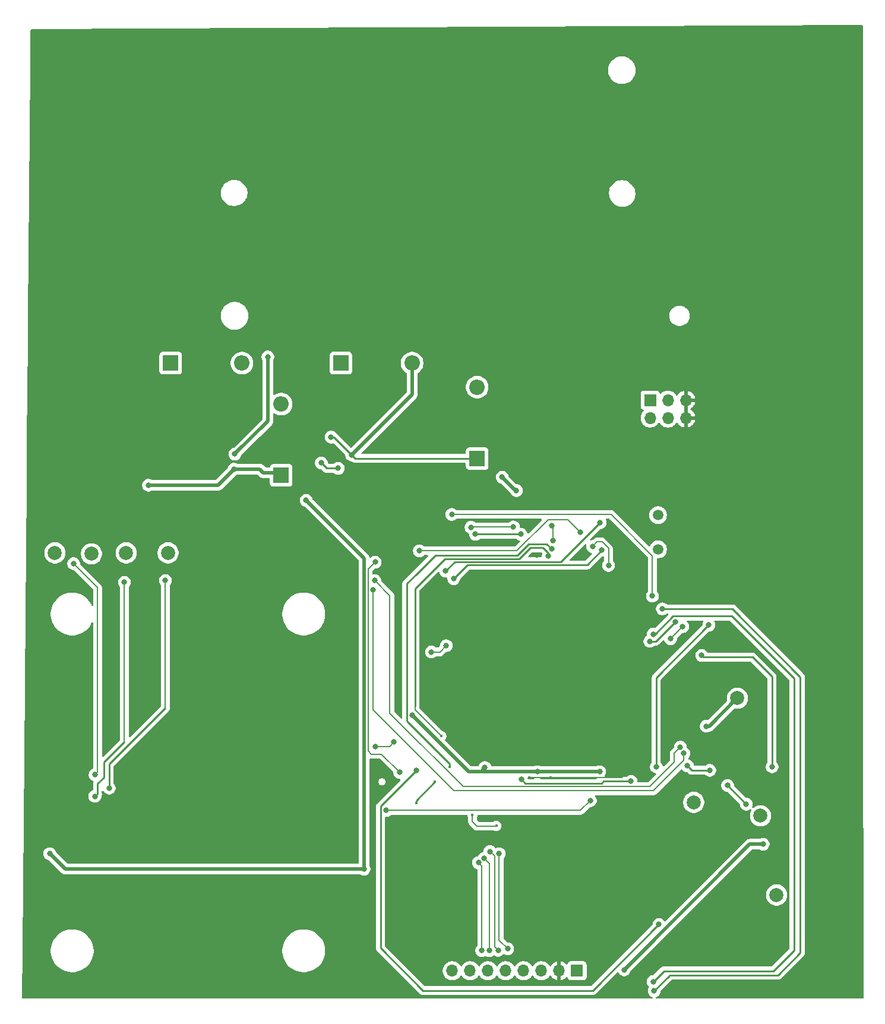
<source format=gbr>
G04 #@! TF.GenerationSoftware,KiCad,Pcbnew,9.0.0*
G04 #@! TF.CreationDate,2025-03-12T23:10:26-05:00*
G04 #@! TF.ProjectId,Portable Offline Translator,506f7274-6162-46c6-9520-4f66666c696e,rev?*
G04 #@! TF.SameCoordinates,Original*
G04 #@! TF.FileFunction,Copper,L2,Bot*
G04 #@! TF.FilePolarity,Positive*
%FSLAX46Y46*%
G04 Gerber Fmt 4.6, Leading zero omitted, Abs format (unit mm)*
G04 Created by KiCad (PCBNEW 9.0.0) date 2025-03-12 23:10:26*
%MOMM*%
%LPD*%
G01*
G04 APERTURE LIST*
G04 #@! TA.AperFunction,ComponentPad*
%ADD10C,2.000000*%
G04 #@! TD*
G04 #@! TA.AperFunction,ComponentPad*
%ADD11R,2.200000X2.200000*%
G04 #@! TD*
G04 #@! TA.AperFunction,ComponentPad*
%ADD12O,2.200000X2.200000*%
G04 #@! TD*
G04 #@! TA.AperFunction,ComponentPad*
%ADD13R,1.700000X1.700000*%
G04 #@! TD*
G04 #@! TA.AperFunction,ComponentPad*
%ADD14O,1.700000X1.700000*%
G04 #@! TD*
G04 #@! TA.AperFunction,ComponentPad*
%ADD15C,1.500000*%
G04 #@! TD*
G04 #@! TA.AperFunction,ViaPad*
%ADD16C,0.450000*%
G04 #@! TD*
G04 #@! TA.AperFunction,ViaPad*
%ADD17C,0.800000*%
G04 #@! TD*
G04 #@! TA.AperFunction,Conductor*
%ADD18C,0.200000*%
G04 #@! TD*
G04 #@! TA.AperFunction,Conductor*
%ADD19C,0.250000*%
G04 #@! TD*
G04 #@! TA.AperFunction,Conductor*
%ADD20C,0.500000*%
G04 #@! TD*
G04 APERTURE END LIST*
D10*
X183515000Y-128397000D03*
D11*
X115189000Y-79883000D03*
D12*
X115189000Y-69723000D03*
D13*
X157353000Y-150495000D03*
D14*
X154813000Y-150495000D03*
X152273000Y-150495000D03*
X149733000Y-150495000D03*
X147193000Y-150495000D03*
X144653000Y-150495000D03*
X142113000Y-150495000D03*
X139573000Y-150495000D03*
D10*
X82931000Y-90932000D03*
X180213000Y-111633000D03*
D11*
X99441000Y-63881000D03*
D12*
X109601000Y-63881000D03*
D10*
X88138000Y-91059000D03*
D11*
X143129000Y-77470000D03*
D12*
X143129000Y-67310000D03*
D10*
X99060000Y-90932000D03*
X173990000Y-126492000D03*
X185801000Y-139700000D03*
D13*
X167782000Y-69158000D03*
D14*
X167782000Y-71698000D03*
X170322000Y-69158000D03*
X170322000Y-71698000D03*
X172862000Y-69158000D03*
X172862000Y-71698000D03*
D15*
X168910000Y-90424000D03*
X168910000Y-85544000D03*
D10*
X93091000Y-90932000D03*
D11*
X123698000Y-63881000D03*
D12*
X133858000Y-63881000D03*
D16*
X167792400Y-106476800D03*
X167081200Y-119634000D03*
X106934000Y-70916800D03*
X151638000Y-91490800D03*
X121920000Y-124815600D03*
X138785600Y-102412800D03*
X170434000Y-75844400D03*
X156311600Y-147878800D03*
X82346800Y-128574800D03*
X150520400Y-122986800D03*
X167589200Y-99974400D03*
X167081200Y-74777600D03*
X163576000Y-93014800D03*
X81940400Y-120192800D03*
X88036400Y-129743200D03*
X116078000Y-125120400D03*
X167640000Y-112014000D03*
X128879600Y-125425200D03*
X178308000Y-118719600D03*
X89712800Y-125069600D03*
X156819600Y-91846400D03*
X153619200Y-122986800D03*
X88239600Y-119532400D03*
D17*
X134467600Y-121920000D03*
X169037000Y-143891000D03*
X123317000Y-78867000D03*
X120904000Y-78105000D03*
X82194400Y-133807200D03*
X108458000Y-78994000D03*
X108585000Y-76835000D03*
X113284000Y-62992000D03*
X96266000Y-81280000D03*
X118745000Y-83439000D03*
X127000000Y-136017000D03*
X170688000Y-103174800D03*
X160578800Y-122123200D03*
X153771600Y-87020400D03*
X144221200Y-121513600D03*
X125222000Y-76962000D03*
X175768000Y-115637000D03*
X122301000Y-74422000D03*
X183896000Y-132461000D03*
X164084000Y-150368000D03*
X151688800Y-122123200D03*
X146685000Y-80137000D03*
X153924000Y-89204800D03*
X133858000Y-114046000D03*
X172415200Y-101447600D03*
X148717000Y-82042000D03*
X138709400Y-104165400D03*
X136601200Y-105054400D03*
X168198800Y-152044400D03*
X168198800Y-102514400D03*
X168351200Y-153365200D03*
X171348400Y-100736400D03*
X169519600Y-98907600D03*
X167741600Y-103530400D03*
X143764000Y-147624800D03*
X143306800Y-135077200D03*
X146253200Y-133807200D03*
X147472400Y-147370800D03*
X146100800Y-147574000D03*
X144932400Y-133502400D03*
X144100302Y-134467600D03*
X144830800Y-147624800D03*
X149352000Y-88265000D03*
X142875000Y-88265000D03*
X138633200Y-93522800D03*
X160655000Y-86614000D03*
X160909000Y-90551000D03*
X139776200Y-94615000D03*
X134874000Y-90627200D03*
X159562800Y-90017600D03*
X128625600Y-118516400D03*
X161848800Y-92710000D03*
X157784800Y-87985600D03*
X131267200Y-117856000D03*
X148285200Y-87223600D03*
X132080000Y-122224800D03*
X128574800Y-92252800D03*
X142240000Y-87274400D03*
X92837000Y-95123000D03*
X88633300Y-125615700D03*
X139496800Y-85445600D03*
X168097200Y-97078800D03*
X149402800Y-123240800D03*
X176149000Y-101219000D03*
X165049200Y-123494800D03*
X168656000Y-121412000D03*
X185166000Y-121412000D03*
X175133000Y-105537000D03*
X176276000Y-121920000D03*
X173101000Y-121285000D03*
X178816000Y-124079000D03*
X181483000Y-126746000D03*
D16*
X137109200Y-123545600D03*
X139192000Y-121462800D03*
D17*
X153720800Y-90373200D03*
D16*
X134416800Y-126593600D03*
D17*
X128524000Y-94869000D03*
X172085000Y-118618000D03*
X172593000Y-119507000D03*
X128270000Y-96215200D03*
X85598000Y-92456000D03*
X130175000Y-127635000D03*
X159258000Y-126238000D03*
X88646000Y-122555000D03*
X153263600Y-91389200D03*
D16*
X142443200Y-128270000D03*
X145846800Y-129844800D03*
X138023600Y-117043200D03*
D17*
X98679000Y-94869000D03*
X90678000Y-124460000D03*
D18*
X170434000Y-75844400D02*
X168148000Y-75844400D01*
X81940400Y-120192800D02*
X81940400Y-128168400D01*
X168148000Y-75844400D02*
X167081200Y-74777600D01*
X163728400Y-122986800D02*
X167081200Y-119634000D01*
X81940400Y-128168400D02*
X82296000Y-128524000D01*
X153416000Y-122986800D02*
X153619200Y-122986800D01*
X150520400Y-122986800D02*
X153416000Y-122986800D01*
X153416000Y-122986800D02*
X163728400Y-122986800D01*
D19*
X169037000Y-143891000D02*
X159613600Y-153314400D01*
X129336800Y-127050800D02*
X134467600Y-121920000D01*
X129336800Y-147269200D02*
X129336800Y-127050800D01*
X135382000Y-153314400D02*
X129336800Y-147269200D01*
X159613600Y-153314400D02*
X135382000Y-153314400D01*
X120904000Y-78105000D02*
X121666000Y-78867000D01*
X121666000Y-78867000D02*
X123317000Y-78867000D01*
D20*
X106172000Y-81280000D02*
X108458000Y-78994000D01*
X108458000Y-78994000D02*
X112141000Y-78994000D01*
X113284000Y-62992000D02*
X113284000Y-72136000D01*
X96266000Y-81280000D02*
X106172000Y-81280000D01*
X82194400Y-133807200D02*
X84404200Y-136017000D01*
X127000000Y-91694000D02*
X127000000Y-136017000D01*
X113284000Y-72136000D02*
X108585000Y-76835000D01*
X118745000Y-83439000D02*
X127000000Y-91694000D01*
D19*
X114808000Y-79502000D02*
X115189000Y-79883000D01*
D20*
X112649000Y-79502000D02*
X114808000Y-79502000D01*
X84404200Y-136017000D02*
X127000000Y-136017000D01*
X112141000Y-78994000D02*
X112649000Y-79502000D01*
D18*
X137820400Y-105054400D02*
X136601200Y-105054400D01*
X153924000Y-87172800D02*
X153771600Y-87020400D01*
D20*
X176209000Y-115637000D02*
X180213000Y-111633000D01*
X143967200Y-121767600D02*
X144221200Y-121513600D01*
X150012400Y-122123200D02*
X143967200Y-122123200D01*
D19*
X125730000Y-77470000D02*
X143129000Y-77470000D01*
D20*
X133858000Y-63881000D02*
X133858000Y-68326000D01*
X143967200Y-122123200D02*
X143967200Y-121767600D01*
D19*
X125222000Y-76962000D02*
X125730000Y-77470000D01*
D18*
X170688000Y-103174800D02*
X172415200Y-101447600D01*
X138709400Y-104165400D02*
X137820400Y-105054400D01*
D19*
X122682000Y-74422000D02*
X122301000Y-74422000D01*
D20*
X181991000Y-132461000D02*
X183896000Y-132461000D01*
D19*
X148590000Y-82042000D02*
X148717000Y-82042000D01*
X125222000Y-76962000D02*
X122682000Y-74422000D01*
D20*
X160578800Y-122123200D02*
X150012400Y-122123200D01*
X175768000Y-115637000D02*
X176209000Y-115637000D01*
X151688800Y-122123200D02*
X150012400Y-122123200D01*
X143967200Y-122123200D02*
X141935200Y-122123200D01*
D19*
X146812000Y-80137000D02*
X146685000Y-80137000D01*
D20*
X141935200Y-122123200D02*
X133858000Y-114046000D01*
D18*
X153924000Y-89204800D02*
X153924000Y-87172800D01*
D20*
X164084000Y-150368000D02*
X181991000Y-132461000D01*
X133858000Y-68326000D02*
X125222000Y-76962000D01*
X146685000Y-80137000D02*
X148590000Y-82042000D01*
D19*
X188264800Y-108813600D02*
X188264800Y-147574000D01*
X168198800Y-102514400D02*
X168452800Y-102514400D01*
X168452800Y-102514400D02*
X171043600Y-99923600D01*
X185318400Y-150520400D02*
X169722800Y-150520400D01*
X169722800Y-150520400D02*
X168198800Y-152044400D01*
X179374800Y-99923600D02*
X188264800Y-108813600D01*
X171043600Y-99923600D02*
X179374800Y-99923600D01*
X188264800Y-147574000D02*
X185318400Y-150520400D01*
X167741600Y-103530400D02*
X168554400Y-103530400D01*
X169519600Y-98907600D02*
X179476400Y-98907600D01*
X168351200Y-153365200D02*
X170484800Y-151231600D01*
X185978800Y-151130000D02*
X189179200Y-147929600D01*
X189179200Y-147929600D02*
X189179200Y-108610400D01*
X170484800Y-151231600D02*
X170484800Y-151130000D01*
X179476400Y-98907600D02*
X189179200Y-108610400D01*
X170484800Y-151130000D02*
X185978800Y-151130000D01*
X168554400Y-103530400D02*
X171348400Y-100736400D01*
D18*
X143764000Y-135534400D02*
X143764000Y-147624800D01*
X143306800Y-135077200D02*
X143764000Y-135534400D01*
X146253200Y-146151600D02*
X147472400Y-147370800D01*
X146253200Y-133807200D02*
X146253200Y-146151600D01*
X145592800Y-134162800D02*
X145592800Y-147066000D01*
X144932400Y-133502400D02*
X145592800Y-134162800D01*
X145592800Y-147066000D02*
X146100800Y-147574000D01*
X144100302Y-134467600D02*
X144830800Y-135198098D01*
X144830800Y-135198098D02*
X144830800Y-147624800D01*
D19*
X142875000Y-88265000D02*
X149352000Y-88265000D01*
X155067000Y-92202000D02*
X160655000Y-86614000D01*
X139954000Y-92202000D02*
X155067000Y-92202000D01*
X138633200Y-93522800D02*
X139954000Y-92202000D01*
X141732000Y-92659200D02*
X158800800Y-92659200D01*
X158800800Y-92659200D02*
X160909000Y-90551000D01*
X139776200Y-94615000D02*
X141732000Y-92659200D01*
D18*
X153212800Y-86207600D02*
X156006800Y-86207600D01*
X160934400Y-89357200D02*
X160782000Y-89357200D01*
X160223200Y-89357200D02*
X160782000Y-89357200D01*
X161848800Y-92710000D02*
X161848800Y-90271600D01*
X134874000Y-90627200D02*
X148793200Y-90627200D01*
X128625600Y-118516400D02*
X130606800Y-118516400D01*
X148793200Y-90627200D02*
X153212800Y-86207600D01*
X156006800Y-86207600D02*
X157784800Y-87985600D01*
X130606800Y-118516400D02*
X131267200Y-117856000D01*
X161848800Y-90271600D02*
X160934400Y-89357200D01*
X159562800Y-90017600D02*
X160223200Y-89357200D01*
X129489200Y-119634000D02*
X132080000Y-122224800D01*
X128016000Y-119634000D02*
X129489200Y-119634000D01*
X128574800Y-92252800D02*
X127558800Y-93268800D01*
X127558800Y-119176800D02*
X128016000Y-119634000D01*
X148285200Y-87223600D02*
X142290800Y-87223600D01*
X142290800Y-87223600D02*
X142240000Y-87274400D01*
X127558800Y-93268800D02*
X127558800Y-119176800D01*
D19*
X89916000Y-120777000D02*
X92837000Y-117856000D01*
X89027000Y-125222000D02*
X89027000Y-123825000D01*
X89027000Y-123825000D02*
X89916000Y-122936000D01*
X89916000Y-122936000D02*
X89916000Y-120777000D01*
X88633300Y-125615700D02*
X89027000Y-125222000D01*
D18*
X92837000Y-117856000D02*
X92837000Y-95123000D01*
X168097200Y-91338400D02*
X162204400Y-85445600D01*
X168097200Y-94107000D02*
X168097200Y-91338400D01*
X168097200Y-97078800D02*
X168097200Y-94107000D01*
X162204400Y-85445600D02*
X139496800Y-85445600D01*
D19*
X165049200Y-123494800D02*
X161137600Y-123494800D01*
X149961600Y-123799600D02*
X149402800Y-123240800D01*
X168656000Y-108712000D02*
X168656000Y-121412000D01*
X160832800Y-123799600D02*
X149961600Y-123799600D01*
X161137600Y-123494800D02*
X160832800Y-123799600D01*
X176149000Y-101219000D02*
X168656000Y-108712000D01*
X175387000Y-105791000D02*
X175133000Y-105537000D01*
X185166000Y-108585000D02*
X182372000Y-105791000D01*
X182372000Y-105791000D02*
X175387000Y-105791000D01*
X185166000Y-121412000D02*
X185166000Y-108585000D01*
X178816000Y-124079000D02*
X181483000Y-126746000D01*
X176276000Y-121920000D02*
X173736000Y-121920000D01*
X173736000Y-121920000D02*
X173101000Y-121285000D01*
X134467600Y-93980000D02*
X134416800Y-93980000D01*
X137109200Y-123545600D02*
X134416800Y-126238000D01*
X133096000Y-114909600D02*
X139192000Y-121005600D01*
X133096000Y-95300800D02*
X133096000Y-114909600D01*
X148844000Y-91287600D02*
X137160000Y-91287600D01*
X134416800Y-93980000D02*
X133096000Y-95300800D01*
X150469600Y-89662000D02*
X148844000Y-91287600D01*
X134416800Y-126238000D02*
X134416800Y-126593600D01*
X153720800Y-90373200D02*
X153009600Y-89662000D01*
X137160000Y-91287600D02*
X134467600Y-93980000D01*
X153009600Y-89662000D02*
X150469600Y-89662000D01*
X139192000Y-121005600D02*
X139192000Y-121462800D01*
D18*
X141147800Y-124256800D02*
X167716200Y-124256800D01*
X171196000Y-119507000D02*
X172085000Y-118618000D01*
X171196000Y-120777000D02*
X171196000Y-119507000D01*
X167716200Y-124256800D02*
X171196000Y-120777000D01*
X130683000Y-113792000D02*
X141147800Y-124256800D01*
X130683000Y-97028000D02*
X130683000Y-113792000D01*
X128524000Y-94869000D02*
X130683000Y-97028000D01*
X128270000Y-96215200D02*
X128270000Y-113284000D01*
X128270000Y-113284000D02*
X139827000Y-124841000D01*
X168275000Y-124841000D02*
X172593000Y-120523000D01*
X172593000Y-120523000D02*
X172593000Y-119507000D01*
X139827000Y-124841000D02*
X168275000Y-124841000D01*
X89027000Y-115697000D02*
X89027000Y-95885000D01*
X130175000Y-127635000D02*
X157861000Y-127635000D01*
X89027000Y-122174000D02*
X89027000Y-115697000D01*
X89027000Y-95885000D02*
X85598000Y-92456000D01*
X157861000Y-127635000D02*
X159258000Y-126238000D01*
X88646000Y-122555000D02*
X89027000Y-122174000D01*
X145796000Y-129895600D02*
X145846800Y-129844800D01*
D19*
X153263600Y-90982800D02*
X152501600Y-90220800D01*
D18*
X143103600Y-129895600D02*
X145796000Y-129895600D01*
X137972800Y-117043200D02*
X138023600Y-117043200D01*
X134264400Y-113334800D02*
X137464800Y-116535200D01*
X142443200Y-129235200D02*
X143103600Y-129895600D01*
X137464800Y-116535200D02*
X137972800Y-117043200D01*
D19*
X150672800Y-90220800D02*
X149141600Y-91752000D01*
D18*
X134264400Y-112776000D02*
X134264400Y-113334800D01*
D19*
X138531600Y-91752000D02*
X134264400Y-96019200D01*
X134264400Y-96019200D02*
X134264400Y-112776000D01*
X153263600Y-91389200D02*
X153263600Y-90982800D01*
X149141600Y-91752000D02*
X138531600Y-91752000D01*
D18*
X142443200Y-128270000D02*
X142443200Y-129235200D01*
D19*
X152501600Y-90220800D02*
X150672800Y-90220800D01*
D18*
X98679000Y-113030000D02*
X98679000Y-94869000D01*
D19*
X90678000Y-124460000D02*
X90678000Y-121031000D01*
X90678000Y-121031000D02*
X98679000Y-113030000D01*
G04 #@! TA.AperFunction,Conductor*
G36*
X173116000Y-71267297D02*
G01*
X173054993Y-71232075D01*
X172927826Y-71198000D01*
X172796174Y-71198000D01*
X172669007Y-71232075D01*
X172608000Y-71267297D01*
X172608000Y-69588702D01*
X172669007Y-69623925D01*
X172796174Y-69658000D01*
X172927826Y-69658000D01*
X173054993Y-69623925D01*
X173116000Y-69588702D01*
X173116000Y-71267297D01*
G37*
G04 #@! TD.AperFunction*
G04 #@! TA.AperFunction,Conductor*
G36*
X198061621Y-15717502D02*
G01*
X198108389Y-15770918D01*
X198120046Y-15823802D01*
X198152865Y-105484737D01*
X198170753Y-154355688D01*
X198170754Y-154356754D01*
X198150777Y-154424882D01*
X198097138Y-154471394D01*
X198044754Y-154482800D01*
X168660547Y-154482800D01*
X168592426Y-154462798D01*
X168545933Y-154409142D01*
X168535829Y-154338868D01*
X168565323Y-154274288D01*
X168612328Y-154240391D01*
X168627070Y-154234284D01*
X168781536Y-154170302D01*
X168930335Y-154070878D01*
X169056878Y-153944335D01*
X169156302Y-153795536D01*
X169224787Y-153630200D01*
X169259700Y-153454679D01*
X169259700Y-153404794D01*
X169279702Y-153336673D01*
X169296605Y-153315699D01*
X170811899Y-151800405D01*
X170874211Y-151766379D01*
X170900994Y-151763500D01*
X186041193Y-151763500D01*
X186041194Y-151763500D01*
X186163585Y-151739155D01*
X186278875Y-151691400D01*
X186382633Y-151622071D01*
X189671271Y-148333433D01*
X189740600Y-148229675D01*
X189788355Y-148114385D01*
X189812700Y-147991994D01*
X189812700Y-147867206D01*
X189812700Y-108548006D01*
X189788355Y-108425615D01*
X189740600Y-108310325D01*
X189671271Y-108206567D01*
X189583033Y-108118329D01*
X179880233Y-98415529D01*
X179776475Y-98346200D01*
X179661185Y-98298445D01*
X179587486Y-98283785D01*
X179538796Y-98274100D01*
X179538794Y-98274100D01*
X170223103Y-98274100D01*
X170154982Y-98254098D01*
X170134008Y-98237195D01*
X170098737Y-98201924D01*
X170098735Y-98201922D01*
X169949936Y-98102498D01*
X169833029Y-98054073D01*
X169784603Y-98034014D01*
X169784601Y-98034013D01*
X169784600Y-98034013D01*
X169696245Y-98016438D01*
X169609081Y-97999100D01*
X169609079Y-97999100D01*
X169430121Y-97999100D01*
X169430118Y-97999100D01*
X169299371Y-98025107D01*
X169254600Y-98034013D01*
X169254599Y-98034013D01*
X169254596Y-98034014D01*
X169089262Y-98102499D01*
X168940469Y-98201919D01*
X168940462Y-98201924D01*
X168813924Y-98328462D01*
X168813919Y-98328469D01*
X168714499Y-98477262D01*
X168646014Y-98642596D01*
X168611100Y-98818118D01*
X168611100Y-98818121D01*
X168611100Y-98997079D01*
X168646013Y-99172600D01*
X168714498Y-99337936D01*
X168813922Y-99486735D01*
X168940465Y-99613278D01*
X169089264Y-99712702D01*
X169254600Y-99781187D01*
X169430121Y-99816100D01*
X169430122Y-99816100D01*
X169609078Y-99816100D01*
X169609079Y-99816100D01*
X169784600Y-99781187D01*
X169949936Y-99712702D01*
X170098735Y-99613278D01*
X170134008Y-99578005D01*
X170161376Y-99563060D01*
X170187605Y-99546204D01*
X170193903Y-99545298D01*
X170196320Y-99543979D01*
X170223103Y-99541100D01*
X170226006Y-99541100D01*
X170294127Y-99561102D01*
X170340620Y-99614758D01*
X170350724Y-99685032D01*
X170321230Y-99749612D01*
X170315115Y-99756180D01*
X168891889Y-101179406D01*
X168483632Y-101587663D01*
X168421320Y-101621688D01*
X168369956Y-101622146D01*
X168288284Y-101605900D01*
X168288279Y-101605900D01*
X168109321Y-101605900D01*
X168109318Y-101605900D01*
X167978571Y-101631907D01*
X167933800Y-101640813D01*
X167933799Y-101640813D01*
X167933796Y-101640814D01*
X167768462Y-101709299D01*
X167619669Y-101808719D01*
X167619662Y-101808724D01*
X167493124Y-101935262D01*
X167493119Y-101935269D01*
X167432003Y-102026737D01*
X167393698Y-102084064D01*
X167390168Y-102092587D01*
X167325214Y-102249396D01*
X167325213Y-102249399D01*
X167325213Y-102249400D01*
X167316307Y-102294171D01*
X167290300Y-102424918D01*
X167290300Y-102603886D01*
X167297652Y-102640846D01*
X167291323Y-102711560D01*
X167247768Y-102767627D01*
X167244076Y-102770191D01*
X167162465Y-102824722D01*
X167162462Y-102824724D01*
X167035924Y-102951262D01*
X167035919Y-102951269D01*
X166936499Y-103100062D01*
X166868014Y-103265396D01*
X166833100Y-103440918D01*
X166833100Y-103440921D01*
X166833100Y-103619879D01*
X166868013Y-103795400D01*
X166936498Y-103960736D01*
X167035922Y-104109535D01*
X167162465Y-104236078D01*
X167311264Y-104335502D01*
X167476600Y-104403987D01*
X167652121Y-104438900D01*
X167652122Y-104438900D01*
X167831078Y-104438900D01*
X167831079Y-104438900D01*
X168006600Y-104403987D01*
X168171936Y-104335502D01*
X168320735Y-104236078D01*
X168356008Y-104200805D01*
X168418320Y-104166779D01*
X168445103Y-104163900D01*
X168616793Y-104163900D01*
X168616794Y-104163900D01*
X168739185Y-104139555D01*
X168854475Y-104091800D01*
X168958233Y-104022471D01*
X169602352Y-103378351D01*
X169664661Y-103344329D01*
X169735476Y-103349393D01*
X169792312Y-103391940D01*
X169811213Y-103434312D01*
X169812619Y-103433886D01*
X169814411Y-103439795D01*
X169814412Y-103439799D01*
X169814413Y-103439800D01*
X169882898Y-103605136D01*
X169982322Y-103753935D01*
X170108865Y-103880478D01*
X170257664Y-103979902D01*
X170423000Y-104048387D01*
X170598521Y-104083300D01*
X170598522Y-104083300D01*
X170777478Y-104083300D01*
X170777479Y-104083300D01*
X170953000Y-104048387D01*
X171118336Y-103979902D01*
X171267135Y-103880478D01*
X171393678Y-103753935D01*
X171493102Y-103605136D01*
X171561587Y-103439800D01*
X171596500Y-103264279D01*
X171596500Y-103179039D01*
X171616502Y-103110918D01*
X171633405Y-103089944D01*
X172330344Y-102393005D01*
X172392656Y-102358979D01*
X172419439Y-102356100D01*
X172504678Y-102356100D01*
X172504679Y-102356100D01*
X172680200Y-102321187D01*
X172845536Y-102252702D01*
X172994335Y-102153278D01*
X173120878Y-102026735D01*
X173220302Y-101877936D01*
X173288787Y-101712600D01*
X173323700Y-101537079D01*
X173323700Y-101358121D01*
X173288787Y-101182600D01*
X173220302Y-101017264D01*
X173120878Y-100868465D01*
X173024608Y-100772195D01*
X172990582Y-100709883D01*
X172995647Y-100639068D01*
X173038194Y-100582232D01*
X173104714Y-100557421D01*
X173113703Y-100557100D01*
X175262895Y-100557100D01*
X175331016Y-100577102D01*
X175377509Y-100630758D01*
X175387613Y-100701032D01*
X175367660Y-100753102D01*
X175343899Y-100788662D01*
X175275414Y-100953996D01*
X175240500Y-101129518D01*
X175240500Y-101179406D01*
X175220498Y-101247527D01*
X175203595Y-101268501D01*
X168163931Y-108308164D01*
X168163929Y-108308167D01*
X168094600Y-108411925D01*
X168074821Y-108459675D01*
X168048754Y-108522607D01*
X168046845Y-108527215D01*
X168042709Y-108548007D01*
X168022500Y-108649603D01*
X168022500Y-120708497D01*
X168002498Y-120776618D01*
X167985595Y-120797592D01*
X167950324Y-120832862D01*
X167950319Y-120832869D01*
X167850899Y-120981662D01*
X167782414Y-121146996D01*
X167747500Y-121322518D01*
X167747500Y-121501481D01*
X167759039Y-121559490D01*
X167782364Y-121676756D01*
X167782414Y-121677003D01*
X167791152Y-121698097D01*
X167850898Y-121842336D01*
X167950322Y-121991135D01*
X168076865Y-122117678D01*
X168225664Y-122217102D01*
X168362628Y-122273835D01*
X168390997Y-122285586D01*
X168390998Y-122285586D01*
X168391000Y-122285587D01*
X168523350Y-122311913D01*
X168586259Y-122344819D01*
X168621391Y-122406514D01*
X168617591Y-122477409D01*
X168587863Y-122524586D01*
X167501054Y-123611396D01*
X167438744Y-123645420D01*
X167411961Y-123648300D01*
X166083700Y-123648300D01*
X166015579Y-123628298D01*
X165969086Y-123574642D01*
X165957700Y-123522300D01*
X165957700Y-123405322D01*
X165957699Y-123405318D01*
X165951334Y-123373319D01*
X165922787Y-123229800D01*
X165854302Y-123064464D01*
X165754878Y-122915665D01*
X165628335Y-122789122D01*
X165479536Y-122689698D01*
X165362629Y-122641273D01*
X165314203Y-122621214D01*
X165314201Y-122621213D01*
X165314200Y-122621213D01*
X165225845Y-122603638D01*
X165138681Y-122586300D01*
X165138679Y-122586300D01*
X164959721Y-122586300D01*
X164959718Y-122586300D01*
X164828971Y-122612307D01*
X164784200Y-122621213D01*
X164784199Y-122621213D01*
X164784196Y-122621214D01*
X164677770Y-122665298D01*
X164627068Y-122686300D01*
X164618862Y-122689699D01*
X164470069Y-122789119D01*
X164470062Y-122789124D01*
X164434792Y-122824395D01*
X164372480Y-122858421D01*
X164345697Y-122861300D01*
X161413990Y-122861300D01*
X161345869Y-122841298D01*
X161299376Y-122787642D01*
X161289272Y-122717368D01*
X161309225Y-122665298D01*
X161383902Y-122553536D01*
X161452387Y-122388200D01*
X161487300Y-122212679D01*
X161487300Y-122033721D01*
X161452387Y-121858200D01*
X161383902Y-121692864D01*
X161284478Y-121544065D01*
X161157935Y-121417522D01*
X161009136Y-121318098D01*
X160876797Y-121263281D01*
X160843803Y-121249614D01*
X160843801Y-121249613D01*
X160843800Y-121249613D01*
X160755445Y-121232038D01*
X160668281Y-121214700D01*
X160668279Y-121214700D01*
X160489321Y-121214700D01*
X160489318Y-121214700D01*
X160358571Y-121240707D01*
X160313800Y-121249613D01*
X160313799Y-121249613D01*
X160313796Y-121249614D01*
X160148462Y-121318099D01*
X160136352Y-121326191D01*
X160114396Y-121340862D01*
X160110500Y-121343465D01*
X160042747Y-121364680D01*
X160040498Y-121364700D01*
X152227102Y-121364700D01*
X152158981Y-121344698D01*
X152157100Y-121343465D01*
X152153209Y-121340865D01*
X152119136Y-121318098D01*
X151986797Y-121263281D01*
X151953803Y-121249614D01*
X151953801Y-121249613D01*
X151953800Y-121249613D01*
X151865445Y-121232038D01*
X151778281Y-121214700D01*
X151778279Y-121214700D01*
X151599321Y-121214700D01*
X151599318Y-121214700D01*
X151468571Y-121240707D01*
X151423800Y-121249613D01*
X151423799Y-121249613D01*
X151423796Y-121249614D01*
X151258462Y-121318099D01*
X151246352Y-121326191D01*
X151224396Y-121340862D01*
X151220500Y-121343465D01*
X151152747Y-121364680D01*
X151150498Y-121364700D01*
X145221286Y-121364700D01*
X145153165Y-121344698D01*
X145106672Y-121291042D01*
X145097707Y-121263281D01*
X145096358Y-121256499D01*
X145094787Y-121248600D01*
X145026302Y-121083264D01*
X144926878Y-120934465D01*
X144800335Y-120807922D01*
X144651536Y-120708498D01*
X144534629Y-120660073D01*
X144486203Y-120640014D01*
X144486201Y-120640013D01*
X144486200Y-120640013D01*
X144397845Y-120622438D01*
X144310681Y-120605100D01*
X144310679Y-120605100D01*
X144131721Y-120605100D01*
X144131718Y-120605100D01*
X144000971Y-120631107D01*
X143956200Y-120640013D01*
X143956199Y-120640013D01*
X143956196Y-120640014D01*
X143825102Y-120694316D01*
X143790867Y-120708497D01*
X143790862Y-120708499D01*
X143642069Y-120807919D01*
X143642062Y-120807924D01*
X143515524Y-120934462D01*
X143515519Y-120934469D01*
X143416098Y-121083263D01*
X143347613Y-121248600D01*
X143347612Y-121248602D01*
X143344693Y-121263281D01*
X143311786Y-121326191D01*
X143250091Y-121361323D01*
X143221114Y-121364700D01*
X142301571Y-121364700D01*
X142233450Y-121344698D01*
X142212476Y-121327795D01*
X138583498Y-117698817D01*
X138549472Y-117636505D01*
X138554537Y-117565690D01*
X138583500Y-117520625D01*
X138593347Y-117510779D01*
X138673619Y-117390642D01*
X138728912Y-117257154D01*
X138757100Y-117115443D01*
X138757100Y-116970957D01*
X138728912Y-116829246D01*
X138673619Y-116695758D01*
X138593347Y-116575621D01*
X138593346Y-116575620D01*
X138593343Y-116575616D01*
X138491183Y-116473456D01*
X138491179Y-116473453D01*
X138401974Y-116413849D01*
X138371042Y-116393181D01*
X138237554Y-116337888D01*
X138138327Y-116318150D01*
X138075418Y-116285242D01*
X138073815Y-116283666D01*
X134909805Y-113119656D01*
X134894860Y-113092287D01*
X134878004Y-113066059D01*
X134877098Y-113059760D01*
X134875779Y-113057344D01*
X134872900Y-113030561D01*
X134872900Y-112976488D01*
X134875321Y-112951906D01*
X134881034Y-112923185D01*
X134897900Y-112838394D01*
X134897900Y-104964918D01*
X135692700Y-104964918D01*
X135692700Y-104964921D01*
X135692700Y-105143879D01*
X135727613Y-105319400D01*
X135796098Y-105484736D01*
X135895522Y-105633535D01*
X136022065Y-105760078D01*
X136170864Y-105859502D01*
X136336200Y-105927987D01*
X136511721Y-105962900D01*
X136511722Y-105962900D01*
X136690678Y-105962900D01*
X136690679Y-105962900D01*
X136866200Y-105927987D01*
X137031536Y-105859502D01*
X137180335Y-105760078D01*
X137240608Y-105699805D01*
X137302920Y-105665779D01*
X137329703Y-105662900D01*
X137900509Y-105662900D01*
X137900510Y-105662900D01*
X137900511Y-105662900D01*
X138010103Y-105633535D01*
X138055273Y-105621432D01*
X138194027Y-105541322D01*
X138624545Y-105110803D01*
X138686856Y-105076780D01*
X138713639Y-105073900D01*
X138798878Y-105073900D01*
X138798879Y-105073900D01*
X138974400Y-105038987D01*
X139139736Y-104970502D01*
X139288535Y-104871078D01*
X139415078Y-104744535D01*
X139514502Y-104595736D01*
X139582987Y-104430400D01*
X139617900Y-104254879D01*
X139617900Y-104075921D01*
X139582987Y-103900400D01*
X139514502Y-103735064D01*
X139415078Y-103586265D01*
X139288535Y-103459722D01*
X139139736Y-103360298D01*
X139022829Y-103311873D01*
X138974403Y-103291814D01*
X138974401Y-103291813D01*
X138974400Y-103291813D01*
X138886045Y-103274238D01*
X138798881Y-103256900D01*
X138798879Y-103256900D01*
X138619921Y-103256900D01*
X138619918Y-103256900D01*
X138489171Y-103282907D01*
X138444400Y-103291813D01*
X138444399Y-103291813D01*
X138444396Y-103291814D01*
X138279062Y-103360299D01*
X138130269Y-103459719D01*
X138130262Y-103459724D01*
X138003724Y-103586262D01*
X138003719Y-103586269D01*
X137981261Y-103619881D01*
X137904298Y-103735064D01*
X137890116Y-103769302D01*
X137835814Y-103900396D01*
X137800900Y-104075918D01*
X137800900Y-104161161D01*
X137792116Y-104191076D01*
X137785488Y-104221546D01*
X137781673Y-104226641D01*
X137780898Y-104229282D01*
X137763995Y-104250256D01*
X137605256Y-104408995D01*
X137542944Y-104443021D01*
X137516161Y-104445900D01*
X137329703Y-104445900D01*
X137261582Y-104425898D01*
X137240608Y-104408995D01*
X137180337Y-104348724D01*
X137180335Y-104348722D01*
X137031536Y-104249298D01*
X136890977Y-104191076D01*
X136866203Y-104180814D01*
X136866201Y-104180813D01*
X136866200Y-104180813D01*
X136767402Y-104161161D01*
X136690681Y-104145900D01*
X136690679Y-104145900D01*
X136511721Y-104145900D01*
X136511718Y-104145900D01*
X136406754Y-104166779D01*
X136336200Y-104180813D01*
X136336199Y-104180813D01*
X136336196Y-104180814D01*
X136170862Y-104249299D01*
X136022069Y-104348719D01*
X136022062Y-104348724D01*
X135895524Y-104475262D01*
X135895519Y-104475269D01*
X135796099Y-104624062D01*
X135727614Y-104789396D01*
X135692700Y-104964918D01*
X134897900Y-104964918D01*
X134897900Y-96333794D01*
X134917902Y-96265673D01*
X134934805Y-96244699D01*
X136225649Y-94953855D01*
X137531889Y-93647614D01*
X137594199Y-93613591D01*
X137665014Y-93618655D01*
X137721850Y-93661202D01*
X137744561Y-93712129D01*
X137759613Y-93787800D01*
X137828098Y-93953136D01*
X137927522Y-94101935D01*
X138054065Y-94228478D01*
X138202864Y-94327902D01*
X138368200Y-94396387D01*
X138543721Y-94431300D01*
X138543722Y-94431300D01*
X138722674Y-94431300D01*
X138722679Y-94431300D01*
X138722683Y-94431299D01*
X138728835Y-94430693D01*
X138729111Y-94433503D01*
X138787710Y-94438685D01*
X138843823Y-94482181D01*
X138867512Y-94549108D01*
X138867700Y-94555984D01*
X138867700Y-94704479D01*
X138902613Y-94880000D01*
X138971098Y-95045336D01*
X139070522Y-95194135D01*
X139197065Y-95320678D01*
X139345864Y-95420102D01*
X139511200Y-95488587D01*
X139686721Y-95523500D01*
X139686722Y-95523500D01*
X139865678Y-95523500D01*
X139865679Y-95523500D01*
X140041200Y-95488587D01*
X140206536Y-95420102D01*
X140355335Y-95320678D01*
X140481878Y-95194135D01*
X140581302Y-95045336D01*
X140649787Y-94880000D01*
X140684700Y-94704479D01*
X140684700Y-94654594D01*
X140704702Y-94586473D01*
X140721605Y-94565499D01*
X141957499Y-93329605D01*
X142019811Y-93295579D01*
X142046594Y-93292700D01*
X158863193Y-93292700D01*
X158863194Y-93292700D01*
X158985585Y-93268355D01*
X159100875Y-93220600D01*
X159204633Y-93151271D01*
X160859499Y-91496405D01*
X160880281Y-91485056D01*
X160898473Y-91469898D01*
X160913903Y-91466696D01*
X160921811Y-91462379D01*
X160933072Y-91460460D01*
X160940805Y-91459500D01*
X160998479Y-91459500D01*
X161094223Y-91440455D01*
X161098778Y-91439890D01*
X161129459Y-91444907D01*
X161160432Y-91447679D01*
X161164171Y-91450583D01*
X161168844Y-91451348D01*
X161191948Y-91472161D01*
X161216499Y-91491233D01*
X161218073Y-91495696D01*
X161221593Y-91498867D01*
X161229778Y-91528874D01*
X161240119Y-91558185D01*
X161240300Y-91564930D01*
X161240300Y-91981497D01*
X161220298Y-92049618D01*
X161203395Y-92070592D01*
X161143124Y-92130862D01*
X161143119Y-92130869D01*
X161043699Y-92279662D01*
X160975214Y-92444996D01*
X160975213Y-92444999D01*
X160975213Y-92445000D01*
X160968541Y-92478543D01*
X160940300Y-92620518D01*
X160940300Y-92799481D01*
X160954806Y-92872405D01*
X160975213Y-92975000D01*
X161043698Y-93140336D01*
X161143122Y-93289135D01*
X161269665Y-93415678D01*
X161418464Y-93515102D01*
X161583800Y-93583587D01*
X161759321Y-93618500D01*
X161759322Y-93618500D01*
X161938278Y-93618500D01*
X161938279Y-93618500D01*
X162113800Y-93583587D01*
X162279136Y-93515102D01*
X162427935Y-93415678D01*
X162554478Y-93289135D01*
X162653902Y-93140336D01*
X162722387Y-92975000D01*
X162757300Y-92799479D01*
X162757300Y-92620521D01*
X162722387Y-92445000D01*
X162653902Y-92279664D01*
X162554478Y-92130865D01*
X162494205Y-92070592D01*
X162460179Y-92008280D01*
X162457300Y-91981497D01*
X162457300Y-90191490D01*
X162429404Y-90087380D01*
X162429404Y-90087379D01*
X162429403Y-90087377D01*
X162415833Y-90036731D01*
X162415832Y-90036727D01*
X162403761Y-90015820D01*
X162335724Y-89897976D01*
X162335716Y-89897966D01*
X161308033Y-88870283D01*
X161308023Y-88870275D01*
X161169277Y-88790170D01*
X161169274Y-88790169D01*
X161169273Y-88790168D01*
X161169271Y-88790167D01*
X161169270Y-88790167D01*
X161091891Y-88769434D01*
X161014511Y-88748700D01*
X160862111Y-88748700D01*
X160143089Y-88748700D01*
X160060155Y-88770922D01*
X159988330Y-88790167D01*
X159988323Y-88790170D01*
X159849576Y-88870275D01*
X159849570Y-88870280D01*
X159785718Y-88934133D01*
X159647654Y-89072196D01*
X159626235Y-89083891D01*
X159607301Y-89099291D01*
X159592625Y-89102244D01*
X159585345Y-89106220D01*
X159572591Y-89108316D01*
X159565594Y-89109100D01*
X159473321Y-89109100D01*
X159354290Y-89132776D01*
X159348966Y-89133373D01*
X159319057Y-89128115D01*
X159288803Y-89125408D01*
X159284458Y-89122033D01*
X159279042Y-89121081D01*
X159256722Y-89100486D01*
X159232736Y-89081853D01*
X159230906Y-89076665D01*
X159226864Y-89072936D01*
X159219219Y-89043538D01*
X159209117Y-89014900D01*
X159210381Y-89009548D01*
X159208997Y-89004224D01*
X159218460Y-88975361D01*
X159225444Y-88945807D01*
X159230190Y-88939582D01*
X159231116Y-88936761D01*
X159234346Y-88934133D01*
X159245837Y-88919066D01*
X160605499Y-87559405D01*
X160667811Y-87525379D01*
X160694594Y-87522500D01*
X160744478Y-87522500D01*
X160744479Y-87522500D01*
X160920000Y-87487587D01*
X161085336Y-87419102D01*
X161234135Y-87319678D01*
X161360678Y-87193135D01*
X161460102Y-87044336D01*
X161528587Y-86879000D01*
X161563500Y-86703479D01*
X161563500Y-86524521D01*
X161528587Y-86349000D01*
X161516238Y-86319187D01*
X161478599Y-86228318D01*
X161471010Y-86157729D01*
X161502789Y-86094242D01*
X161563847Y-86058014D01*
X161595008Y-86054100D01*
X161900161Y-86054100D01*
X161968282Y-86074102D01*
X161989256Y-86091005D01*
X167451795Y-91553544D01*
X167485821Y-91615856D01*
X167488700Y-91642639D01*
X167488700Y-96350297D01*
X167468698Y-96418418D01*
X167451795Y-96439392D01*
X167391524Y-96499662D01*
X167391519Y-96499669D01*
X167292099Y-96648462D01*
X167231675Y-96794337D01*
X167223613Y-96813800D01*
X167215496Y-96854608D01*
X167188700Y-96989318D01*
X167188700Y-96989321D01*
X167188700Y-97168279D01*
X167223613Y-97343800D01*
X167292098Y-97509136D01*
X167391522Y-97657935D01*
X167518065Y-97784478D01*
X167666864Y-97883902D01*
X167832200Y-97952387D01*
X168007721Y-97987300D01*
X168007722Y-97987300D01*
X168186678Y-97987300D01*
X168186679Y-97987300D01*
X168362200Y-97952387D01*
X168527536Y-97883902D01*
X168676335Y-97784478D01*
X168802878Y-97657935D01*
X168902302Y-97509136D01*
X168970787Y-97343800D01*
X169005700Y-97168279D01*
X169005700Y-96989321D01*
X168970787Y-96813800D01*
X168962724Y-96794335D01*
X168950725Y-96765367D01*
X168902302Y-96648464D01*
X168802878Y-96499665D01*
X168742605Y-96439392D01*
X168708579Y-96377080D01*
X168705700Y-96350297D01*
X168705700Y-91808500D01*
X168725702Y-91740379D01*
X168779358Y-91693886D01*
X168831700Y-91682500D01*
X169009043Y-91682500D01*
X169009046Y-91682500D01*
X169204700Y-91651512D01*
X169393097Y-91590298D01*
X169569598Y-91500366D01*
X169729858Y-91383930D01*
X169869930Y-91243858D01*
X169986366Y-91083598D01*
X170076298Y-90907097D01*
X170137512Y-90718700D01*
X170168500Y-90523046D01*
X170168500Y-90324954D01*
X170137512Y-90129300D01*
X170076298Y-89940903D01*
X169986366Y-89764402D01*
X169911253Y-89661018D01*
X169869928Y-89604139D01*
X169729860Y-89464071D01*
X169569601Y-89347636D01*
X169569600Y-89347635D01*
X169569598Y-89347634D01*
X169393097Y-89257702D01*
X169204700Y-89196488D01*
X169009046Y-89165500D01*
X168810954Y-89165500D01*
X168615300Y-89196488D01*
X168615297Y-89196488D01*
X168615296Y-89196489D01*
X168426903Y-89257702D01*
X168426901Y-89257703D01*
X168250398Y-89347636D01*
X168090139Y-89464071D01*
X167950071Y-89604139D01*
X167833635Y-89764399D01*
X167791258Y-89847569D01*
X167765575Y-89897976D01*
X167760513Y-89907910D01*
X167711764Y-89959525D01*
X167642849Y-89976591D01*
X167575648Y-89953690D01*
X167559151Y-89939802D01*
X163148449Y-85529099D01*
X163064304Y-85444954D01*
X167651500Y-85444954D01*
X167651500Y-85643046D01*
X167682488Y-85838700D01*
X167743702Y-86027097D01*
X167830798Y-86198032D01*
X167833636Y-86203601D01*
X167950071Y-86363860D01*
X168090139Y-86503928D01*
X168090142Y-86503930D01*
X168250402Y-86620366D01*
X168426903Y-86710298D01*
X168615300Y-86771512D01*
X168810954Y-86802500D01*
X168810957Y-86802500D01*
X169009043Y-86802500D01*
X169009046Y-86802500D01*
X169204700Y-86771512D01*
X169393097Y-86710298D01*
X169569598Y-86620366D01*
X169729858Y-86503930D01*
X169869930Y-86363858D01*
X169986366Y-86203598D01*
X170076298Y-86027097D01*
X170137512Y-85838700D01*
X170168500Y-85643046D01*
X170168500Y-85444954D01*
X170137512Y-85249300D01*
X170076298Y-85060903D01*
X169986366Y-84884402D01*
X169869930Y-84724142D01*
X169869928Y-84724139D01*
X169729860Y-84584071D01*
X169569601Y-84467636D01*
X169569600Y-84467635D01*
X169569598Y-84467634D01*
X169393097Y-84377702D01*
X169204700Y-84316488D01*
X169009046Y-84285500D01*
X168810954Y-84285500D01*
X168615300Y-84316488D01*
X168615297Y-84316488D01*
X168615296Y-84316489D01*
X168426903Y-84377702D01*
X168426901Y-84377703D01*
X168250398Y-84467636D01*
X168090139Y-84584071D01*
X167950071Y-84724139D01*
X167833636Y-84884398D01*
X167833634Y-84884402D01*
X167743702Y-85060903D01*
X167682488Y-85249300D01*
X167651500Y-85444954D01*
X163064304Y-85444954D01*
X162578033Y-84958683D01*
X162578023Y-84958675D01*
X162439277Y-84878570D01*
X162439274Y-84878569D01*
X162439273Y-84878568D01*
X162439271Y-84878567D01*
X162439270Y-84878567D01*
X162361891Y-84857834D01*
X162284511Y-84837100D01*
X162284509Y-84837100D01*
X140225303Y-84837100D01*
X140157182Y-84817098D01*
X140136208Y-84800195D01*
X140075937Y-84739924D01*
X140075935Y-84739922D01*
X139927136Y-84640498D01*
X139810229Y-84592073D01*
X139761803Y-84572014D01*
X139761801Y-84572013D01*
X139761800Y-84572013D01*
X139673445Y-84554438D01*
X139586281Y-84537100D01*
X139586279Y-84537100D01*
X139407321Y-84537100D01*
X139407318Y-84537100D01*
X139276571Y-84563107D01*
X139231800Y-84572013D01*
X139231799Y-84572013D01*
X139231796Y-84572014D01*
X139066462Y-84640499D01*
X138917669Y-84739919D01*
X138917662Y-84739924D01*
X138791124Y-84866462D01*
X138791119Y-84866469D01*
X138691699Y-85015262D01*
X138623214Y-85180596D01*
X138588300Y-85356118D01*
X138588300Y-85356121D01*
X138588300Y-85535079D01*
X138623213Y-85710600D01*
X138691698Y-85875936D01*
X138791122Y-86024735D01*
X138917665Y-86151278D01*
X139066464Y-86250702D01*
X139231800Y-86319187D01*
X139407321Y-86354100D01*
X139407322Y-86354100D01*
X139586278Y-86354100D01*
X139586279Y-86354100D01*
X139761800Y-86319187D01*
X139927136Y-86250702D01*
X140075935Y-86151278D01*
X140136208Y-86091005D01*
X140198520Y-86056979D01*
X140225303Y-86054100D01*
X152201561Y-86054100D01*
X152269682Y-86074102D01*
X152316175Y-86127758D01*
X152326279Y-86198032D01*
X152296785Y-86262612D01*
X152290656Y-86269195D01*
X150447730Y-88112120D01*
X150385418Y-88146146D01*
X150314602Y-88141081D01*
X150257767Y-88098534D01*
X150235056Y-88047606D01*
X150225586Y-87999997D01*
X150184473Y-87900744D01*
X150157102Y-87834664D01*
X150057678Y-87685865D01*
X149931135Y-87559322D01*
X149782336Y-87459898D01*
X149653348Y-87406469D01*
X149617003Y-87391414D01*
X149617001Y-87391413D01*
X149617000Y-87391413D01*
X149522123Y-87372541D01*
X149441481Y-87356500D01*
X149441479Y-87356500D01*
X149319700Y-87356500D01*
X149251579Y-87336498D01*
X149205086Y-87282842D01*
X149193700Y-87230500D01*
X149193700Y-87134122D01*
X149193699Y-87134118D01*
X149158787Y-86958600D01*
X149090302Y-86793264D01*
X148990878Y-86644465D01*
X148864335Y-86517922D01*
X148715536Y-86418498D01*
X148588554Y-86365900D01*
X148550203Y-86350014D01*
X148550201Y-86350013D01*
X148550200Y-86350013D01*
X148461845Y-86332438D01*
X148374681Y-86315100D01*
X148374679Y-86315100D01*
X148195721Y-86315100D01*
X148195718Y-86315100D01*
X148064971Y-86341107D01*
X148020200Y-86350013D01*
X148020199Y-86350013D01*
X148020196Y-86350014D01*
X147854862Y-86418499D01*
X147706069Y-86517919D01*
X147706062Y-86517924D01*
X147645792Y-86578195D01*
X147583480Y-86612221D01*
X147556697Y-86615100D01*
X142917703Y-86615100D01*
X142849582Y-86595098D01*
X142828608Y-86578195D01*
X142819137Y-86568724D01*
X142819135Y-86568722D01*
X142670336Y-86469298D01*
X142547695Y-86418498D01*
X142505003Y-86400814D01*
X142505001Y-86400813D01*
X142505000Y-86400813D01*
X142416645Y-86383238D01*
X142329481Y-86365900D01*
X142329479Y-86365900D01*
X142150521Y-86365900D01*
X142150518Y-86365900D01*
X142019771Y-86391907D01*
X141975000Y-86400813D01*
X141974999Y-86400813D01*
X141974996Y-86400814D01*
X141809662Y-86469299D01*
X141660869Y-86568719D01*
X141660862Y-86568724D01*
X141534324Y-86695262D01*
X141534319Y-86695269D01*
X141468843Y-86793262D01*
X141434898Y-86844064D01*
X141422507Y-86873979D01*
X141366414Y-87009396D01*
X141331500Y-87184918D01*
X141331500Y-87363881D01*
X141342484Y-87419100D01*
X141366413Y-87539400D01*
X141434898Y-87704736D01*
X141534322Y-87853535D01*
X141660865Y-87980078D01*
X141809664Y-88079502D01*
X141888719Y-88112248D01*
X141943999Y-88156795D01*
X141966420Y-88224159D01*
X141966500Y-88228656D01*
X141966500Y-88354479D01*
X142001413Y-88530000D01*
X142069898Y-88695336D01*
X142169322Y-88844135D01*
X142295865Y-88970678D01*
X142444664Y-89070102D01*
X142610000Y-89138587D01*
X142785521Y-89173500D01*
X142785522Y-89173500D01*
X142964478Y-89173500D01*
X142964479Y-89173500D01*
X143140000Y-89138587D01*
X143305336Y-89070102D01*
X143454135Y-88970678D01*
X143489408Y-88935405D01*
X143551720Y-88901379D01*
X143578503Y-88898500D01*
X148648497Y-88898500D01*
X148716618Y-88918502D01*
X148737592Y-88935405D01*
X148772865Y-88970678D01*
X148921664Y-89070102D01*
X149055183Y-89125408D01*
X149086997Y-89138586D01*
X149086998Y-89138586D01*
X149087000Y-89138587D01*
X149134607Y-89148056D01*
X149197516Y-89180963D01*
X149232648Y-89242658D01*
X149228848Y-89313553D01*
X149199121Y-89360730D01*
X148578054Y-89981796D01*
X148515744Y-90015820D01*
X148488961Y-90018700D01*
X135602503Y-90018700D01*
X135534382Y-89998698D01*
X135513408Y-89981795D01*
X135453137Y-89921524D01*
X135453135Y-89921522D01*
X135304336Y-89822098D01*
X135187429Y-89773673D01*
X135139003Y-89753614D01*
X135139001Y-89753613D01*
X135139000Y-89753613D01*
X135050645Y-89736038D01*
X134963481Y-89718700D01*
X134963479Y-89718700D01*
X134784521Y-89718700D01*
X134784518Y-89718700D01*
X134653771Y-89744707D01*
X134609000Y-89753613D01*
X134608999Y-89753613D01*
X134608996Y-89753614D01*
X134443662Y-89822099D01*
X134294869Y-89921519D01*
X134294862Y-89921524D01*
X134168324Y-90048062D01*
X134168319Y-90048069D01*
X134068899Y-90196862D01*
X134000414Y-90362196D01*
X133965500Y-90537718D01*
X133965500Y-90716681D01*
X133966813Y-90723280D01*
X134000211Y-90891185D01*
X134000414Y-90892203D01*
X134006584Y-90907098D01*
X134068898Y-91057536D01*
X134168322Y-91206335D01*
X134294865Y-91332878D01*
X134443664Y-91432302D01*
X134609000Y-91500787D01*
X134784521Y-91535700D01*
X134784522Y-91535700D01*
X134963478Y-91535700D01*
X134963479Y-91535700D01*
X135139000Y-91500787D01*
X135304336Y-91432302D01*
X135453135Y-91332878D01*
X135513408Y-91272605D01*
X135575720Y-91238579D01*
X135602503Y-91235700D01*
X136011805Y-91235700D01*
X136079926Y-91255702D01*
X136126419Y-91309358D01*
X136136523Y-91379632D01*
X136107029Y-91444212D01*
X136100900Y-91450795D01*
X134162393Y-93389301D01*
X134121524Y-93416612D01*
X134116722Y-93418601D01*
X134012971Y-93487925D01*
X134012964Y-93487931D01*
X132603931Y-94896964D01*
X132603926Y-94896971D01*
X132534601Y-95000723D01*
X132486846Y-95116012D01*
X132462500Y-95238403D01*
X132462500Y-114406761D01*
X132442498Y-114474882D01*
X132388842Y-114521375D01*
X132318568Y-114531479D01*
X132253988Y-114501985D01*
X132247405Y-114495856D01*
X131328405Y-113576856D01*
X131294379Y-113514544D01*
X131291500Y-113487761D01*
X131291500Y-96947890D01*
X131255571Y-96813800D01*
X131255571Y-96813799D01*
X131255569Y-96813794D01*
X131250033Y-96793131D01*
X131250032Y-96793127D01*
X131198634Y-96704104D01*
X131169923Y-96654375D01*
X131169915Y-96654365D01*
X129469405Y-94953855D01*
X129435379Y-94891543D01*
X129432500Y-94864760D01*
X129432500Y-94779522D01*
X129432499Y-94779518D01*
X129397587Y-94604000D01*
X129329102Y-94438664D01*
X129229678Y-94289865D01*
X129103135Y-94163322D01*
X128954336Y-94063898D01*
X128837429Y-94015473D01*
X128789003Y-93995414D01*
X128789001Y-93995413D01*
X128789000Y-93995413D01*
X128698306Y-93977373D01*
X128613481Y-93960500D01*
X128613479Y-93960500D01*
X128434521Y-93960500D01*
X128434518Y-93960500D01*
X128353104Y-93976694D01*
X128317881Y-93983700D01*
X128247168Y-93977373D01*
X128191100Y-93933819D01*
X128167481Y-93866866D01*
X128167300Y-93860122D01*
X128167300Y-93573039D01*
X128187302Y-93504918D01*
X128204205Y-93483944D01*
X128489944Y-93198205D01*
X128552256Y-93164179D01*
X128579039Y-93161300D01*
X128664278Y-93161300D01*
X128664279Y-93161300D01*
X128839800Y-93126387D01*
X129005136Y-93057902D01*
X129153935Y-92958478D01*
X129280478Y-92831935D01*
X129379902Y-92683136D01*
X129448387Y-92517800D01*
X129483300Y-92342279D01*
X129483300Y-92163321D01*
X129448387Y-91987800D01*
X129379902Y-91822464D01*
X129280478Y-91673665D01*
X129153935Y-91547122D01*
X129005136Y-91447698D01*
X128840812Y-91379632D01*
X128839803Y-91379214D01*
X128839801Y-91379213D01*
X128839800Y-91379213D01*
X128743149Y-91359988D01*
X128664281Y-91344300D01*
X128664279Y-91344300D01*
X128485321Y-91344300D01*
X128485318Y-91344300D01*
X128354571Y-91370307D01*
X128309800Y-91379213D01*
X128309799Y-91379213D01*
X128309796Y-91379214D01*
X128144462Y-91447699D01*
X127995669Y-91547119D01*
X127995667Y-91547120D01*
X127952559Y-91590228D01*
X127943494Y-91595177D01*
X127937159Y-91603333D01*
X127912861Y-91611904D01*
X127890246Y-91624253D01*
X127879944Y-91623516D01*
X127870207Y-91626951D01*
X127845133Y-91621025D01*
X127819430Y-91619187D01*
X127811162Y-91612997D01*
X127801113Y-91610623D01*
X127783222Y-91592082D01*
X127762595Y-91576640D01*
X127757673Y-91565603D01*
X127751816Y-91559533D01*
X127739885Y-91525712D01*
X127734927Y-91500785D01*
X127729352Y-91472757D01*
X127729351Y-91472755D01*
X127729351Y-91472753D01*
X127672174Y-91334716D01*
X127589166Y-91210485D01*
X119661978Y-83283297D01*
X119627952Y-83220985D01*
X119627494Y-83218782D01*
X119618587Y-83174002D01*
X119618587Y-83174000D01*
X119550102Y-83008664D01*
X119450678Y-82859865D01*
X119324135Y-82733322D01*
X119175336Y-82633898D01*
X119058429Y-82585473D01*
X119010003Y-82565414D01*
X119010001Y-82565413D01*
X119010000Y-82565413D01*
X118921645Y-82547838D01*
X118834481Y-82530500D01*
X118834479Y-82530500D01*
X118655521Y-82530500D01*
X118655518Y-82530500D01*
X118524771Y-82556507D01*
X118480000Y-82565413D01*
X118479999Y-82565413D01*
X118479996Y-82565414D01*
X118314662Y-82633899D01*
X118165869Y-82733319D01*
X118165862Y-82733324D01*
X118039324Y-82859862D01*
X118039319Y-82859869D01*
X117939899Y-83008662D01*
X117871414Y-83173996D01*
X117836500Y-83349518D01*
X117836500Y-83349521D01*
X117836500Y-83528479D01*
X117871413Y-83704000D01*
X117939898Y-83869336D01*
X118039322Y-84018135D01*
X118165865Y-84144678D01*
X118314664Y-84244102D01*
X118480000Y-84312587D01*
X118524783Y-84321494D01*
X118587692Y-84354401D01*
X118589297Y-84355978D01*
X126204595Y-91971276D01*
X126238621Y-92033588D01*
X126241500Y-92060371D01*
X126241500Y-135132500D01*
X126221498Y-135200621D01*
X126167842Y-135247114D01*
X126115500Y-135258500D01*
X84770571Y-135258500D01*
X84702450Y-135238498D01*
X84681476Y-135221595D01*
X83111378Y-133651497D01*
X83077352Y-133589185D01*
X83076894Y-133586982D01*
X83074843Y-133576672D01*
X83067987Y-133542200D01*
X82999502Y-133376864D01*
X82900078Y-133228065D01*
X82773535Y-133101522D01*
X82624736Y-133002098D01*
X82507829Y-132953673D01*
X82459403Y-132933614D01*
X82459401Y-132933613D01*
X82459400Y-132933613D01*
X82371045Y-132916038D01*
X82283881Y-132898700D01*
X82283879Y-132898700D01*
X82104921Y-132898700D01*
X82104918Y-132898700D01*
X81981448Y-132923260D01*
X81929400Y-132933613D01*
X81929399Y-132933613D01*
X81929396Y-132933614D01*
X81764062Y-133002099D01*
X81615269Y-133101519D01*
X81615262Y-133101524D01*
X81488724Y-133228062D01*
X81488719Y-133228069D01*
X81389299Y-133376862D01*
X81320814Y-133542196D01*
X81320814Y-133542198D01*
X81320813Y-133542200D01*
X81315739Y-133567707D01*
X81285900Y-133717718D01*
X81285900Y-133717721D01*
X81285900Y-133896679D01*
X81320813Y-134072200D01*
X81389298Y-134237536D01*
X81488722Y-134386335D01*
X81615265Y-134512878D01*
X81764064Y-134612302D01*
X81929400Y-134680787D01*
X81974183Y-134689694D01*
X82037092Y-134722601D01*
X82038697Y-134724178D01*
X83815034Y-136500515D01*
X83815035Y-136500516D01*
X83920684Y-136606165D01*
X84044916Y-136689174D01*
X84125776Y-136722667D01*
X84182953Y-136746351D01*
X84256224Y-136760925D01*
X84329494Y-136775500D01*
X84329495Y-136775500D01*
X84478905Y-136775500D01*
X126461698Y-136775500D01*
X126529819Y-136795502D01*
X126531673Y-136796717D01*
X126569664Y-136822102D01*
X126735000Y-136890587D01*
X126910521Y-136925500D01*
X126910522Y-136925500D01*
X127089478Y-136925500D01*
X127089479Y-136925500D01*
X127265000Y-136890587D01*
X127430336Y-136822102D01*
X127579135Y-136722678D01*
X127705678Y-136596135D01*
X127805102Y-136447336D01*
X127873587Y-136282000D01*
X127908500Y-136106479D01*
X127908500Y-135927521D01*
X127873587Y-135752000D01*
X127805102Y-135586664D01*
X127779732Y-135548695D01*
X127758520Y-135480943D01*
X127758500Y-135478696D01*
X127758500Y-123486108D01*
X129053900Y-123486108D01*
X129053900Y-123617892D01*
X129076103Y-123700756D01*
X129088007Y-123745183D01*
X129088010Y-123745190D01*
X129153897Y-123859310D01*
X129153905Y-123859320D01*
X129247079Y-123952494D01*
X129247084Y-123952498D01*
X129247086Y-123952500D01*
X129361214Y-124018392D01*
X129488508Y-124052500D01*
X129488510Y-124052500D01*
X129620290Y-124052500D01*
X129620292Y-124052500D01*
X129747586Y-124018392D01*
X129861714Y-123952500D01*
X129954900Y-123859314D01*
X130020792Y-123745186D01*
X130054900Y-123617892D01*
X130054900Y-123486108D01*
X130020792Y-123358814D01*
X130001215Y-123324906D01*
X129954902Y-123244689D01*
X129954894Y-123244679D01*
X129861720Y-123151505D01*
X129861710Y-123151497D01*
X129747590Y-123085610D01*
X129747587Y-123085609D01*
X129747586Y-123085608D01*
X129747584Y-123085607D01*
X129747583Y-123085607D01*
X129713473Y-123076467D01*
X129620292Y-123051500D01*
X129488508Y-123051500D01*
X129439323Y-123064679D01*
X129361216Y-123085607D01*
X129361209Y-123085610D01*
X129247089Y-123151497D01*
X129247079Y-123151505D01*
X129153905Y-123244679D01*
X129153897Y-123244689D01*
X129088010Y-123358809D01*
X129088007Y-123358816D01*
X129066383Y-123439517D01*
X129053900Y-123486108D01*
X127758500Y-123486108D01*
X127758500Y-120359175D01*
X127778502Y-120291054D01*
X127832158Y-120244561D01*
X127902432Y-120234457D01*
X127917103Y-120237466D01*
X127935889Y-120242500D01*
X128096110Y-120242500D01*
X129184961Y-120242500D01*
X129253082Y-120262502D01*
X129274056Y-120279405D01*
X131134595Y-122139944D01*
X131168621Y-122202256D01*
X131171500Y-122229039D01*
X131171500Y-122314281D01*
X131178672Y-122350336D01*
X131204742Y-122481401D01*
X131206414Y-122489803D01*
X131226473Y-122538229D01*
X131274898Y-122655136D01*
X131374322Y-122803935D01*
X131500865Y-122930478D01*
X131649664Y-123029902D01*
X131815000Y-123098387D01*
X131990521Y-123133300D01*
X131990522Y-123133300D01*
X132054205Y-123133300D01*
X132122326Y-123153302D01*
X132168819Y-123206958D01*
X132178923Y-123277232D01*
X132149429Y-123341812D01*
X132143300Y-123348395D01*
X128932967Y-126558729D01*
X128844731Y-126646964D01*
X128844726Y-126646971D01*
X128775401Y-126750723D01*
X128734847Y-126848629D01*
X128727645Y-126866015D01*
X128717828Y-126915368D01*
X128703300Y-126988403D01*
X128703300Y-147331596D01*
X128712985Y-147380286D01*
X128727645Y-147453985D01*
X128775400Y-147569275D01*
X128844729Y-147673033D01*
X134889929Y-153718233D01*
X134978167Y-153806471D01*
X135081925Y-153875800D01*
X135197215Y-153923555D01*
X135319606Y-153947900D01*
X135319607Y-153947900D01*
X159675993Y-153947900D01*
X159675994Y-153947900D01*
X159798385Y-153923555D01*
X159913675Y-153875800D01*
X160017433Y-153806471D01*
X163071360Y-150752542D01*
X163133670Y-150718519D01*
X163204485Y-150723583D01*
X163261321Y-150766130D01*
X163276861Y-150793419D01*
X163278896Y-150798333D01*
X163278897Y-150798335D01*
X163288777Y-150813121D01*
X163378322Y-150947135D01*
X163504865Y-151073678D01*
X163653664Y-151173102D01*
X163819000Y-151241587D01*
X163994521Y-151276500D01*
X163994522Y-151276500D01*
X164173478Y-151276500D01*
X164173479Y-151276500D01*
X164349000Y-151241587D01*
X164514336Y-151173102D01*
X164663135Y-151073678D01*
X164789678Y-150947135D01*
X164889102Y-150798336D01*
X164957587Y-150633000D01*
X164957588Y-150632994D01*
X164957589Y-150632994D01*
X164966495Y-150588216D01*
X164999401Y-150525306D01*
X165000922Y-150523757D01*
X175943402Y-139581278D01*
X184292500Y-139581278D01*
X184292500Y-139818722D01*
X184329644Y-140053241D01*
X184329645Y-140053246D01*
X184403016Y-140279058D01*
X184403018Y-140279063D01*
X184510815Y-140490627D01*
X184650380Y-140682722D01*
X184650382Y-140682724D01*
X184650384Y-140682727D01*
X184818272Y-140850615D01*
X184818275Y-140850617D01*
X184818278Y-140850620D01*
X185010373Y-140990185D01*
X185221937Y-141097982D01*
X185447759Y-141171356D01*
X185682278Y-141208500D01*
X185682281Y-141208500D01*
X185919719Y-141208500D01*
X185919722Y-141208500D01*
X186154241Y-141171356D01*
X186380063Y-141097982D01*
X186591627Y-140990185D01*
X186783722Y-140850620D01*
X186951620Y-140682722D01*
X187091185Y-140490627D01*
X187198982Y-140279063D01*
X187272356Y-140053241D01*
X187309500Y-139818722D01*
X187309500Y-139581278D01*
X187272356Y-139346759D01*
X187198982Y-139120937D01*
X187091185Y-138909373D01*
X186951620Y-138717278D01*
X186951617Y-138717275D01*
X186951615Y-138717272D01*
X186783727Y-138549384D01*
X186783724Y-138549382D01*
X186783722Y-138549380D01*
X186591627Y-138409815D01*
X186380063Y-138302018D01*
X186380060Y-138302017D01*
X186380058Y-138302016D01*
X186154246Y-138228645D01*
X186154242Y-138228644D01*
X186154241Y-138228644D01*
X185919722Y-138191500D01*
X185682278Y-138191500D01*
X185447759Y-138228644D01*
X185447753Y-138228645D01*
X185221941Y-138302016D01*
X185221935Y-138302019D01*
X185010369Y-138409817D01*
X184818275Y-138549382D01*
X184818272Y-138549384D01*
X184650384Y-138717272D01*
X184650382Y-138717275D01*
X184510817Y-138909369D01*
X184403019Y-139120935D01*
X184403016Y-139120941D01*
X184329645Y-139346753D01*
X184329644Y-139346758D01*
X184329644Y-139346759D01*
X184292500Y-139581278D01*
X175943402Y-139581278D01*
X182268276Y-133256405D01*
X182330588Y-133222379D01*
X182357371Y-133219500D01*
X183357698Y-133219500D01*
X183425819Y-133239502D01*
X183427673Y-133240717D01*
X183465664Y-133266102D01*
X183631000Y-133334587D01*
X183806521Y-133369500D01*
X183806522Y-133369500D01*
X183985478Y-133369500D01*
X183985479Y-133369500D01*
X184161000Y-133334587D01*
X184326336Y-133266102D01*
X184475135Y-133166678D01*
X184601678Y-133040135D01*
X184701102Y-132891336D01*
X184769587Y-132726000D01*
X184804500Y-132550479D01*
X184804500Y-132371521D01*
X184769587Y-132196000D01*
X184701102Y-132030664D01*
X184601678Y-131881865D01*
X184475135Y-131755322D01*
X184326336Y-131655898D01*
X184209429Y-131607473D01*
X184161003Y-131587414D01*
X184161001Y-131587413D01*
X184161000Y-131587413D01*
X184072645Y-131569838D01*
X183985481Y-131552500D01*
X183985479Y-131552500D01*
X183806521Y-131552500D01*
X183806518Y-131552500D01*
X183675771Y-131578507D01*
X183631000Y-131587413D01*
X183630999Y-131587413D01*
X183630996Y-131587414D01*
X183465662Y-131655899D01*
X183427700Y-131681265D01*
X183359947Y-131702480D01*
X183357698Y-131702500D01*
X181916288Y-131702500D01*
X181843024Y-131717073D01*
X181843024Y-131717074D01*
X181806388Y-131724361D01*
X181769752Y-131731649D01*
X181769748Y-131731650D01*
X181719413Y-131752499D01*
X181719414Y-131752500D01*
X181631716Y-131788825D01*
X181621397Y-131795721D01*
X181621389Y-131795725D01*
X181527571Y-131858412D01*
X181507484Y-131871835D01*
X181507482Y-131871836D01*
X181507479Y-131871839D01*
X169981327Y-143397990D01*
X169919015Y-143432016D01*
X169848200Y-143426951D01*
X169791364Y-143384404D01*
X169787467Y-143378896D01*
X169742684Y-143311873D01*
X169742680Y-143311868D01*
X169742678Y-143311865D01*
X169616135Y-143185322D01*
X169467336Y-143085898D01*
X169350429Y-143037473D01*
X169302003Y-143017414D01*
X169302001Y-143017413D01*
X169302000Y-143017413D01*
X169213645Y-142999838D01*
X169126481Y-142982500D01*
X169126479Y-142982500D01*
X168947521Y-142982500D01*
X168947518Y-142982500D01*
X168816771Y-143008507D01*
X168772000Y-143017413D01*
X168771999Y-143017413D01*
X168771996Y-143017414D01*
X168606662Y-143085899D01*
X168457869Y-143185319D01*
X168457862Y-143185324D01*
X168331324Y-143311862D01*
X168331319Y-143311869D01*
X168231899Y-143460662D01*
X168163414Y-143625996D01*
X168128500Y-143801518D01*
X168128500Y-143851406D01*
X168108498Y-143919527D01*
X168091595Y-143940501D01*
X159388101Y-152643995D01*
X159325789Y-152678021D01*
X159299006Y-152680900D01*
X135696594Y-152680900D01*
X135628473Y-152660898D01*
X135607499Y-152643995D01*
X133351588Y-150388084D01*
X138214500Y-150388084D01*
X138214500Y-150601916D01*
X138247951Y-150813116D01*
X138247952Y-150813121D01*
X138314026Y-151016478D01*
X138314028Y-151016483D01*
X138411106Y-151207009D01*
X138536794Y-151380004D01*
X138536796Y-151380006D01*
X138536798Y-151380009D01*
X138687990Y-151531201D01*
X138687993Y-151531203D01*
X138687996Y-151531206D01*
X138860991Y-151656894D01*
X139051517Y-151753972D01*
X139254878Y-151820047D01*
X139254879Y-151820047D01*
X139254884Y-151820049D01*
X139466084Y-151853500D01*
X139466087Y-151853500D01*
X139679913Y-151853500D01*
X139679916Y-151853500D01*
X139891116Y-151820049D01*
X140094483Y-151753972D01*
X140285009Y-151656894D01*
X140458004Y-151531206D01*
X140609206Y-151380004D01*
X140734894Y-151207009D01*
X140734899Y-151206997D01*
X140735561Y-151205920D01*
X140735924Y-151205591D01*
X140737804Y-151203004D01*
X140738347Y-151203398D01*
X140788204Y-151158283D01*
X140858244Y-151146670D01*
X140923445Y-151174766D01*
X140948021Y-151203130D01*
X140948196Y-151203004D01*
X140949668Y-151205030D01*
X140950439Y-151205920D01*
X140951105Y-151207007D01*
X140951106Y-151207009D01*
X141076794Y-151380004D01*
X141076796Y-151380006D01*
X141076798Y-151380009D01*
X141227990Y-151531201D01*
X141227993Y-151531203D01*
X141227996Y-151531206D01*
X141400991Y-151656894D01*
X141591517Y-151753972D01*
X141794878Y-151820047D01*
X141794879Y-151820047D01*
X141794884Y-151820049D01*
X142006084Y-151853500D01*
X142006087Y-151853500D01*
X142219913Y-151853500D01*
X142219916Y-151853500D01*
X142431116Y-151820049D01*
X142634483Y-151753972D01*
X142825009Y-151656894D01*
X142998004Y-151531206D01*
X143149206Y-151380004D01*
X143274894Y-151207009D01*
X143274899Y-151206997D01*
X143275561Y-151205920D01*
X143275924Y-151205591D01*
X143277804Y-151203004D01*
X143278347Y-151203398D01*
X143328204Y-151158283D01*
X143398244Y-151146670D01*
X143463445Y-151174766D01*
X143488021Y-151203130D01*
X143488196Y-151203004D01*
X143489668Y-151205030D01*
X143490439Y-151205920D01*
X143491105Y-151207007D01*
X143491106Y-151207009D01*
X143616794Y-151380004D01*
X143616796Y-151380006D01*
X143616798Y-151380009D01*
X143767990Y-151531201D01*
X143767993Y-151531203D01*
X143767996Y-151531206D01*
X143940991Y-151656894D01*
X144131517Y-151753972D01*
X144334878Y-151820047D01*
X144334879Y-151820047D01*
X144334884Y-151820049D01*
X144546084Y-151853500D01*
X144546087Y-151853500D01*
X144759913Y-151853500D01*
X144759916Y-151853500D01*
X144971116Y-151820049D01*
X145174483Y-151753972D01*
X145365009Y-151656894D01*
X145538004Y-151531206D01*
X145689206Y-151380004D01*
X145814894Y-151207009D01*
X145814899Y-151206997D01*
X145815561Y-151205920D01*
X145815924Y-151205591D01*
X145817804Y-151203004D01*
X145818347Y-151203398D01*
X145868204Y-151158283D01*
X145938244Y-151146670D01*
X146003445Y-151174766D01*
X146028021Y-151203130D01*
X146028196Y-151203004D01*
X146029668Y-151205030D01*
X146030439Y-151205920D01*
X146031105Y-151207007D01*
X146031106Y-151207009D01*
X146156794Y-151380004D01*
X146156796Y-151380006D01*
X146156798Y-151380009D01*
X146307990Y-151531201D01*
X146307993Y-151531203D01*
X146307996Y-151531206D01*
X146480991Y-151656894D01*
X146671517Y-151753972D01*
X146874878Y-151820047D01*
X146874879Y-151820047D01*
X146874884Y-151820049D01*
X147086084Y-151853500D01*
X147086087Y-151853500D01*
X147299913Y-151853500D01*
X147299916Y-151853500D01*
X147511116Y-151820049D01*
X147714483Y-151753972D01*
X147905009Y-151656894D01*
X148078004Y-151531206D01*
X148229206Y-151380004D01*
X148354894Y-151207009D01*
X148354899Y-151206997D01*
X148355561Y-151205920D01*
X148355924Y-151205591D01*
X148357804Y-151203004D01*
X148358347Y-151203398D01*
X148408204Y-151158283D01*
X148478244Y-151146670D01*
X148543445Y-151174766D01*
X148568021Y-151203130D01*
X148568196Y-151203004D01*
X148569668Y-151205030D01*
X148570439Y-151205920D01*
X148571105Y-151207007D01*
X148571106Y-151207009D01*
X148696794Y-151380004D01*
X148696796Y-151380006D01*
X148696798Y-151380009D01*
X148847990Y-151531201D01*
X148847993Y-151531203D01*
X148847996Y-151531206D01*
X149020991Y-151656894D01*
X149211517Y-151753972D01*
X149414878Y-151820047D01*
X149414879Y-151820047D01*
X149414884Y-151820049D01*
X149626084Y-151853500D01*
X149626087Y-151853500D01*
X149839913Y-151853500D01*
X149839916Y-151853500D01*
X150051116Y-151820049D01*
X150254483Y-151753972D01*
X150445009Y-151656894D01*
X150618004Y-151531206D01*
X150769206Y-151380004D01*
X150894894Y-151207009D01*
X150894899Y-151206997D01*
X150895561Y-151205920D01*
X150895924Y-151205591D01*
X150897804Y-151203004D01*
X150898347Y-151203398D01*
X150948204Y-151158283D01*
X151018244Y-151146670D01*
X151083445Y-151174766D01*
X151108021Y-151203130D01*
X151108196Y-151203004D01*
X151109668Y-151205030D01*
X151110439Y-151205920D01*
X151111105Y-151207007D01*
X151111106Y-151207009D01*
X151236794Y-151380004D01*
X151236796Y-151380006D01*
X151236798Y-151380009D01*
X151387990Y-151531201D01*
X151387993Y-151531203D01*
X151387996Y-151531206D01*
X151560991Y-151656894D01*
X151751517Y-151753972D01*
X151954878Y-151820047D01*
X151954879Y-151820047D01*
X151954884Y-151820049D01*
X152166084Y-151853500D01*
X152166087Y-151853500D01*
X152379913Y-151853500D01*
X152379916Y-151853500D01*
X152591116Y-151820049D01*
X152794483Y-151753972D01*
X152985009Y-151656894D01*
X153158004Y-151531206D01*
X153309206Y-151380004D01*
X153434894Y-151207009D01*
X153434902Y-151206992D01*
X153435854Y-151205441D01*
X153436377Y-151204967D01*
X153437804Y-151203004D01*
X153438216Y-151203303D01*
X153488497Y-151157804D01*
X153558537Y-151146189D01*
X153623738Y-151174285D01*
X153648484Y-151202843D01*
X153648624Y-151202742D01*
X153649801Y-151204362D01*
X153650729Y-151205433D01*
X153651535Y-151206749D01*
X153777177Y-151379679D01*
X153928320Y-151530822D01*
X154101249Y-151656463D01*
X154291707Y-151753506D01*
X154291713Y-151753509D01*
X154494998Y-151819560D01*
X154559000Y-151829696D01*
X154559000Y-150925702D01*
X154620007Y-150960925D01*
X154747174Y-150995000D01*
X154878826Y-150995000D01*
X155005993Y-150960925D01*
X155067000Y-150925702D01*
X155067000Y-151829696D01*
X155131001Y-151819560D01*
X155334286Y-151753509D01*
X155334292Y-151753506D01*
X155524750Y-151656463D01*
X155697677Y-151530823D01*
X155800787Y-151427713D01*
X155863099Y-151393688D01*
X155933915Y-151398752D01*
X155990751Y-151441299D01*
X156007938Y-151472775D01*
X156052110Y-151591202D01*
X156052112Y-151591207D01*
X156139738Y-151708261D01*
X156256792Y-151795887D01*
X156256794Y-151795888D01*
X156256796Y-151795889D01*
X156315875Y-151817924D01*
X156393795Y-151846988D01*
X156393803Y-151846990D01*
X156454350Y-151853499D01*
X156454355Y-151853499D01*
X156454362Y-151853500D01*
X156454368Y-151853500D01*
X158251632Y-151853500D01*
X158251638Y-151853500D01*
X158251645Y-151853499D01*
X158251649Y-151853499D01*
X158312196Y-151846990D01*
X158312199Y-151846989D01*
X158312201Y-151846989D01*
X158449204Y-151795889D01*
X158505199Y-151753972D01*
X158566261Y-151708261D01*
X158653887Y-151591207D01*
X158653887Y-151591206D01*
X158653889Y-151591204D01*
X158704989Y-151454201D01*
X158711500Y-151393638D01*
X158711500Y-149596362D01*
X158710147Y-149583778D01*
X158704990Y-149535803D01*
X158704988Y-149535795D01*
X158675924Y-149457875D01*
X158653889Y-149398796D01*
X158653888Y-149398794D01*
X158653887Y-149398792D01*
X158566261Y-149281738D01*
X158449207Y-149194112D01*
X158449202Y-149194110D01*
X158312204Y-149143011D01*
X158312196Y-149143009D01*
X158251649Y-149136500D01*
X158251638Y-149136500D01*
X156454362Y-149136500D01*
X156454350Y-149136500D01*
X156393803Y-149143009D01*
X156393795Y-149143011D01*
X156256797Y-149194110D01*
X156256792Y-149194112D01*
X156139738Y-149281738D01*
X156052112Y-149398792D01*
X156052111Y-149398795D01*
X156007938Y-149517225D01*
X155965391Y-149574060D01*
X155898870Y-149598870D01*
X155829496Y-149583778D01*
X155800788Y-149562286D01*
X155697679Y-149459177D01*
X155524750Y-149333536D01*
X155334292Y-149236493D01*
X155334286Y-149236490D01*
X155131004Y-149170440D01*
X155067000Y-149160302D01*
X155067000Y-150064297D01*
X155005993Y-150029075D01*
X154878826Y-149995000D01*
X154747174Y-149995000D01*
X154620007Y-150029075D01*
X154559000Y-150064297D01*
X154559000Y-149160302D01*
X154494995Y-149170440D01*
X154291713Y-149236490D01*
X154291707Y-149236493D01*
X154101249Y-149333536D01*
X153928320Y-149459177D01*
X153777177Y-149610320D01*
X153651532Y-149783255D01*
X153650724Y-149784574D01*
X153650286Y-149784969D01*
X153648624Y-149787258D01*
X153648143Y-149786908D01*
X153598075Y-149832203D01*
X153528033Y-149843807D01*
X153462836Y-149815702D01*
X153437901Y-149786924D01*
X153437804Y-149786996D01*
X153436975Y-149785855D01*
X153435859Y-149784567D01*
X153434899Y-149783001D01*
X153434894Y-149782991D01*
X153309206Y-149609996D01*
X153309203Y-149609993D01*
X153309201Y-149609990D01*
X153158009Y-149458798D01*
X153158006Y-149458796D01*
X153158004Y-149458794D01*
X152985009Y-149333106D01*
X152794483Y-149236028D01*
X152794480Y-149236027D01*
X152794478Y-149236026D01*
X152591120Y-149169952D01*
X152591123Y-149169952D01*
X152530195Y-149160302D01*
X152379916Y-149136500D01*
X152166084Y-149136500D01*
X151954884Y-149169951D01*
X151954878Y-149169952D01*
X151751521Y-149236026D01*
X151751515Y-149236029D01*
X151560987Y-149333108D01*
X151387993Y-149458796D01*
X151387990Y-149458798D01*
X151236798Y-149609990D01*
X151236796Y-149609993D01*
X151111108Y-149782987D01*
X151110434Y-149784088D01*
X151110068Y-149784418D01*
X151108196Y-149786996D01*
X151107654Y-149786602D01*
X151057787Y-149831721D01*
X150987745Y-149843328D01*
X150922547Y-149815226D01*
X150897976Y-149786870D01*
X150897804Y-149786996D01*
X150896341Y-149784982D01*
X150895566Y-149784088D01*
X150894896Y-149782996D01*
X150894894Y-149782991D01*
X150769206Y-149609996D01*
X150769203Y-149609993D01*
X150769201Y-149609990D01*
X150618009Y-149458798D01*
X150618006Y-149458796D01*
X150618004Y-149458794D01*
X150445009Y-149333106D01*
X150254483Y-149236028D01*
X150254480Y-149236027D01*
X150254478Y-149236026D01*
X150051120Y-149169952D01*
X150051123Y-149169952D01*
X149990195Y-149160302D01*
X149839916Y-149136500D01*
X149626084Y-149136500D01*
X149414884Y-149169951D01*
X149414878Y-149169952D01*
X149211521Y-149236026D01*
X149211515Y-149236029D01*
X149020987Y-149333108D01*
X148847993Y-149458796D01*
X148847990Y-149458798D01*
X148696798Y-149609990D01*
X148696796Y-149609993D01*
X148571108Y-149782987D01*
X148570434Y-149784088D01*
X148570068Y-149784418D01*
X148568196Y-149786996D01*
X148567654Y-149786602D01*
X148517787Y-149831721D01*
X148447745Y-149843328D01*
X148382547Y-149815226D01*
X148357976Y-149786870D01*
X148357804Y-149786996D01*
X148356341Y-149784982D01*
X148355566Y-149784088D01*
X148354896Y-149782996D01*
X148354894Y-149782991D01*
X148229206Y-149609996D01*
X148229203Y-149609993D01*
X148229201Y-149609990D01*
X148078009Y-149458798D01*
X148078006Y-149458796D01*
X148078004Y-149458794D01*
X147905009Y-149333106D01*
X147714483Y-149236028D01*
X147714480Y-149236027D01*
X147714478Y-149236026D01*
X147511120Y-149169952D01*
X147511123Y-149169952D01*
X147450195Y-149160302D01*
X147299916Y-149136500D01*
X147086084Y-149136500D01*
X146874884Y-149169951D01*
X146874878Y-149169952D01*
X146671521Y-149236026D01*
X146671515Y-149236029D01*
X146480987Y-149333108D01*
X146307993Y-149458796D01*
X146307990Y-149458798D01*
X146156798Y-149609990D01*
X146156796Y-149609993D01*
X146031108Y-149782987D01*
X146030434Y-149784088D01*
X146030068Y-149784418D01*
X146028196Y-149786996D01*
X146027654Y-149786602D01*
X145977787Y-149831721D01*
X145907745Y-149843328D01*
X145842547Y-149815226D01*
X145817976Y-149786870D01*
X145817804Y-149786996D01*
X145816341Y-149784982D01*
X145815566Y-149784088D01*
X145814896Y-149782996D01*
X145814894Y-149782991D01*
X145689206Y-149609996D01*
X145689203Y-149609993D01*
X145689201Y-149609990D01*
X145538009Y-149458798D01*
X145538006Y-149458796D01*
X145538004Y-149458794D01*
X145365009Y-149333106D01*
X145174483Y-149236028D01*
X145174480Y-149236027D01*
X145174478Y-149236026D01*
X144971120Y-149169952D01*
X144971123Y-149169952D01*
X144910195Y-149160302D01*
X144759916Y-149136500D01*
X144546084Y-149136500D01*
X144334884Y-149169951D01*
X144334878Y-149169952D01*
X144131521Y-149236026D01*
X144131515Y-149236029D01*
X143940987Y-149333108D01*
X143767993Y-149458796D01*
X143767990Y-149458798D01*
X143616798Y-149609990D01*
X143616796Y-149609993D01*
X143491108Y-149782987D01*
X143490434Y-149784088D01*
X143490068Y-149784418D01*
X143488196Y-149786996D01*
X143487654Y-149786602D01*
X143437787Y-149831721D01*
X143367745Y-149843328D01*
X143302547Y-149815226D01*
X143277976Y-149786870D01*
X143277804Y-149786996D01*
X143276341Y-149784982D01*
X143275566Y-149784088D01*
X143274896Y-149782996D01*
X143274894Y-149782991D01*
X143149206Y-149609996D01*
X143149203Y-149609993D01*
X143149201Y-149609990D01*
X142998009Y-149458798D01*
X142998006Y-149458796D01*
X142998004Y-149458794D01*
X142825009Y-149333106D01*
X142634483Y-149236028D01*
X142634480Y-149236027D01*
X142634478Y-149236026D01*
X142431120Y-149169952D01*
X142431123Y-149169952D01*
X142370195Y-149160302D01*
X142219916Y-149136500D01*
X142006084Y-149136500D01*
X141794884Y-149169951D01*
X141794878Y-149169952D01*
X141591521Y-149236026D01*
X141591515Y-149236029D01*
X141400987Y-149333108D01*
X141227993Y-149458796D01*
X141227990Y-149458798D01*
X141076798Y-149609990D01*
X141076796Y-149609993D01*
X140951108Y-149782987D01*
X140950434Y-149784088D01*
X140950068Y-149784418D01*
X140948196Y-149786996D01*
X140947654Y-149786602D01*
X140897787Y-149831721D01*
X140827745Y-149843328D01*
X140762547Y-149815226D01*
X140737976Y-149786870D01*
X140737804Y-149786996D01*
X140736341Y-149784982D01*
X140735566Y-149784088D01*
X140734896Y-149782996D01*
X140734894Y-149782991D01*
X140609206Y-149609996D01*
X140609203Y-149609993D01*
X140609201Y-149609990D01*
X140458009Y-149458798D01*
X140458006Y-149458796D01*
X140458004Y-149458794D01*
X140285009Y-149333106D01*
X140094483Y-149236028D01*
X140094480Y-149236027D01*
X140094478Y-149236026D01*
X139891120Y-149169952D01*
X139891123Y-149169952D01*
X139830195Y-149160302D01*
X139679916Y-149136500D01*
X139466084Y-149136500D01*
X139254884Y-149169951D01*
X139254878Y-149169952D01*
X139051521Y-149236026D01*
X139051515Y-149236029D01*
X138860987Y-149333108D01*
X138687993Y-149458796D01*
X138687990Y-149458798D01*
X138536798Y-149609990D01*
X138536796Y-149609993D01*
X138411108Y-149782987D01*
X138314029Y-149973515D01*
X138314026Y-149973521D01*
X138247952Y-150176878D01*
X138247951Y-150176883D01*
X138247951Y-150176884D01*
X138214500Y-150388084D01*
X133351588Y-150388084D01*
X130007205Y-147043701D01*
X129973179Y-146981389D01*
X129970300Y-146954606D01*
X129970300Y-134987718D01*
X142398300Y-134987718D01*
X142398300Y-135166681D01*
X142414299Y-135247114D01*
X142433213Y-135342200D01*
X142501698Y-135507536D01*
X142601122Y-135656335D01*
X142727665Y-135782878D01*
X142876464Y-135882302D01*
X143041800Y-135950787D01*
X143054083Y-135953230D01*
X143116989Y-135986134D01*
X143152122Y-136047829D01*
X143155500Y-136076808D01*
X143155500Y-146896297D01*
X143135498Y-146964418D01*
X143118595Y-146985392D01*
X143058324Y-147045662D01*
X143058319Y-147045669D01*
X142958899Y-147194462D01*
X142890414Y-147359796D01*
X142855500Y-147535318D01*
X142855500Y-147535321D01*
X142855500Y-147714279D01*
X142890413Y-147889800D01*
X142958898Y-148055136D01*
X143058322Y-148203935D01*
X143184865Y-148330478D01*
X143333664Y-148429902D01*
X143499000Y-148498387D01*
X143674521Y-148533300D01*
X143674522Y-148533300D01*
X143853478Y-148533300D01*
X143853479Y-148533300D01*
X144029000Y-148498387D01*
X144194336Y-148429902D01*
X144227398Y-148407810D01*
X144295150Y-148386595D01*
X144363617Y-148405377D01*
X144367387Y-148407800D01*
X144400464Y-148429902D01*
X144565800Y-148498387D01*
X144741321Y-148533300D01*
X144741322Y-148533300D01*
X144920278Y-148533300D01*
X144920279Y-148533300D01*
X145095800Y-148498387D01*
X145261136Y-148429902D01*
X145409935Y-148330478D01*
X145412018Y-148328394D01*
X145413376Y-148327653D01*
X145414714Y-148326555D01*
X145414922Y-148326808D01*
X145474323Y-148294368D01*
X145545139Y-148299427D01*
X145571115Y-148312719D01*
X145670464Y-148379102D01*
X145835800Y-148447587D01*
X146011321Y-148482500D01*
X146011322Y-148482500D01*
X146190278Y-148482500D01*
X146190279Y-148482500D01*
X146365800Y-148447587D01*
X146531136Y-148379102D01*
X146679935Y-148279678D01*
X146806478Y-148153135D01*
X146806478Y-148153134D01*
X146810856Y-148148757D01*
X146812034Y-148149935D01*
X146864051Y-148114490D01*
X146935022Y-148112576D01*
X146972797Y-148129619D01*
X147042064Y-148175902D01*
X147207400Y-148244387D01*
X147382921Y-148279300D01*
X147382922Y-148279300D01*
X147561878Y-148279300D01*
X147561879Y-148279300D01*
X147737400Y-148244387D01*
X147902736Y-148175902D01*
X148051535Y-148076478D01*
X148178078Y-147949935D01*
X148277502Y-147801136D01*
X148345987Y-147635800D01*
X148380900Y-147460279D01*
X148380900Y-147281321D01*
X148345987Y-147105800D01*
X148277502Y-146940464D01*
X148178078Y-146791665D01*
X148051535Y-146665122D01*
X147902736Y-146565698D01*
X147785829Y-146517273D01*
X147737403Y-146497214D01*
X147737401Y-146497213D01*
X147737400Y-146497213D01*
X147649045Y-146479638D01*
X147561881Y-146462300D01*
X147561879Y-146462300D01*
X147476639Y-146462300D01*
X147408518Y-146442298D01*
X147387544Y-146425395D01*
X146898605Y-145936456D01*
X146864579Y-145874144D01*
X146861700Y-145847361D01*
X146861700Y-134535703D01*
X146881702Y-134467582D01*
X146898605Y-134446608D01*
X146958878Y-134386335D01*
X147058302Y-134237536D01*
X147126787Y-134072200D01*
X147161700Y-133896679D01*
X147161700Y-133717721D01*
X147126787Y-133542200D01*
X147058302Y-133376864D01*
X146958878Y-133228065D01*
X146832335Y-133101522D01*
X146683536Y-133002098D01*
X146566629Y-132953673D01*
X146518203Y-132933614D01*
X146518201Y-132933613D01*
X146518200Y-132933613D01*
X146429845Y-132916038D01*
X146342681Y-132898700D01*
X146342679Y-132898700D01*
X146163721Y-132898700D01*
X146163718Y-132898700D01*
X146040248Y-132923260D01*
X145988200Y-132933613D01*
X145988199Y-132933613D01*
X145988196Y-132933614D01*
X145926488Y-132959175D01*
X145822864Y-133002098D01*
X145822862Y-133002099D01*
X145817146Y-133004467D01*
X145816281Y-133002378D01*
X145756674Y-133014763D01*
X145690389Y-132989332D01*
X145662075Y-132959179D01*
X145638078Y-132923265D01*
X145511535Y-132796722D01*
X145362736Y-132697298D01*
X145245829Y-132648873D01*
X145197403Y-132628814D01*
X145197401Y-132628813D01*
X145197400Y-132628813D01*
X145109045Y-132611238D01*
X145021881Y-132593900D01*
X145021879Y-132593900D01*
X144842921Y-132593900D01*
X144842918Y-132593900D01*
X144712171Y-132619907D01*
X144667400Y-132628813D01*
X144667399Y-132628813D01*
X144667396Y-132628814D01*
X144502062Y-132697299D01*
X144353269Y-132796719D01*
X144353262Y-132796724D01*
X144226724Y-132923262D01*
X144226719Y-132923269D01*
X144127299Y-133072062D01*
X144058814Y-133237396D01*
X144023900Y-133412918D01*
X144023900Y-133453093D01*
X144003898Y-133521214D01*
X143950242Y-133567707D01*
X143922482Y-133576671D01*
X143835302Y-133594013D01*
X143835301Y-133594013D01*
X143835298Y-133594014D01*
X143669964Y-133662499D01*
X143521171Y-133761919D01*
X143521164Y-133761924D01*
X143394626Y-133888462D01*
X143394621Y-133888469D01*
X143295199Y-134037264D01*
X143295199Y-134037265D01*
X143268633Y-134101399D01*
X143224084Y-134156679D01*
X143176807Y-134176758D01*
X143092669Y-134193494D01*
X143041800Y-134203613D01*
X143041798Y-134203613D01*
X143041797Y-134203614D01*
X142876462Y-134272099D01*
X142727669Y-134371519D01*
X142727662Y-134371524D01*
X142601124Y-134498062D01*
X142601119Y-134498069D01*
X142501699Y-134646862D01*
X142433214Y-134812196D01*
X142398300Y-134987718D01*
X129970300Y-134987718D01*
X129970300Y-128669500D01*
X129990302Y-128601379D01*
X130043958Y-128554886D01*
X130096300Y-128543500D01*
X130264478Y-128543500D01*
X130264479Y-128543500D01*
X130440000Y-128508587D01*
X130605336Y-128440102D01*
X130754135Y-128340678D01*
X130814408Y-128280405D01*
X130876720Y-128246379D01*
X130903503Y-128243500D01*
X141586653Y-128243500D01*
X141654774Y-128263502D01*
X141701267Y-128317158D01*
X141710232Y-128344918D01*
X141737888Y-128483954D01*
X141793181Y-128617442D01*
X141793182Y-128617443D01*
X141813465Y-128647799D01*
X141834680Y-128715552D01*
X141834700Y-128717801D01*
X141834700Y-129155090D01*
X141834700Y-129315310D01*
X141876168Y-129470073D01*
X141876169Y-129470075D01*
X141876170Y-129470077D01*
X141956275Y-129608823D01*
X141956283Y-129608833D01*
X142729966Y-130382516D01*
X142729971Y-130382520D01*
X142729973Y-130382522D01*
X142868728Y-130462632D01*
X143023489Y-130504100D01*
X143023490Y-130504100D01*
X143183711Y-130504100D01*
X145496700Y-130504100D01*
X145544918Y-130513690D01*
X145632846Y-130550112D01*
X145774557Y-130578300D01*
X145774558Y-130578300D01*
X145919042Y-130578300D01*
X145919043Y-130578300D01*
X146060754Y-130550112D01*
X146194242Y-130494819D01*
X146314379Y-130414547D01*
X146416547Y-130312379D01*
X146496819Y-130192242D01*
X146552112Y-130058754D01*
X146580300Y-129917043D01*
X146580300Y-129772557D01*
X146552112Y-129630846D01*
X146496819Y-129497358D01*
X146416547Y-129377221D01*
X146416546Y-129377220D01*
X146416543Y-129377216D01*
X146314383Y-129275056D01*
X146314379Y-129275053D01*
X146194242Y-129194781D01*
X146060756Y-129139489D01*
X146060754Y-129139488D01*
X145975421Y-129122514D01*
X145919045Y-129111300D01*
X145919043Y-129111300D01*
X145774557Y-129111300D01*
X145774554Y-129111300D01*
X145689990Y-129128121D01*
X145632846Y-129139488D01*
X145632844Y-129139488D01*
X145632843Y-129139489D01*
X145499357Y-129194781D01*
X145392970Y-129265866D01*
X145325217Y-129287080D01*
X145322969Y-129287100D01*
X143407839Y-129287100D01*
X143339718Y-129267098D01*
X143318744Y-129250195D01*
X143088605Y-129020056D01*
X143073660Y-128992687D01*
X143056804Y-128966459D01*
X143055898Y-128960160D01*
X143054579Y-128957744D01*
X143051700Y-128930961D01*
X143051700Y-128717801D01*
X143071702Y-128649680D01*
X143072935Y-128647799D01*
X143093219Y-128617442D01*
X143148512Y-128483954D01*
X143176168Y-128344918D01*
X143209076Y-128282009D01*
X143270771Y-128246877D01*
X143299747Y-128243500D01*
X157941109Y-128243500D01*
X157941110Y-128243500D01*
X157941111Y-128243500D01*
X158050703Y-128214135D01*
X158095873Y-128202032D01*
X158234627Y-128121922D01*
X159173145Y-127183403D01*
X159235456Y-127149380D01*
X159262239Y-127146500D01*
X159347478Y-127146500D01*
X159347479Y-127146500D01*
X159523000Y-127111587D01*
X159688336Y-127043102D01*
X159837135Y-126943678D01*
X159963678Y-126817135D01*
X160063102Y-126668336D01*
X160131587Y-126503000D01*
X160156124Y-126379643D01*
X160157390Y-126373278D01*
X172481500Y-126373278D01*
X172481500Y-126610722D01*
X172514193Y-126817137D01*
X172518645Y-126845246D01*
X172582932Y-127043100D01*
X172592018Y-127071063D01*
X172681349Y-127246385D01*
X172699817Y-127282630D01*
X172730695Y-127325130D01*
X172839380Y-127474722D01*
X172839382Y-127474724D01*
X172839384Y-127474727D01*
X173007272Y-127642615D01*
X173007275Y-127642617D01*
X173007278Y-127642620D01*
X173199373Y-127782185D01*
X173410937Y-127889982D01*
X173636759Y-127963356D01*
X173871278Y-128000500D01*
X173871281Y-128000500D01*
X174108719Y-128000500D01*
X174108722Y-128000500D01*
X174343241Y-127963356D01*
X174569063Y-127889982D01*
X174780627Y-127782185D01*
X174972722Y-127642620D01*
X175140620Y-127474722D01*
X175280185Y-127282627D01*
X175387982Y-127071063D01*
X175461356Y-126845241D01*
X175498500Y-126610722D01*
X175498500Y-126373278D01*
X175461356Y-126138759D01*
X175387982Y-125912937D01*
X175280185Y-125701373D01*
X175140620Y-125509278D01*
X175140617Y-125509275D01*
X175140615Y-125509272D01*
X174972727Y-125341384D01*
X174972724Y-125341382D01*
X174972722Y-125341380D01*
X174780627Y-125201815D01*
X174569063Y-125094018D01*
X174569060Y-125094017D01*
X174569058Y-125094016D01*
X174343246Y-125020645D01*
X174343242Y-125020644D01*
X174343241Y-125020644D01*
X174108722Y-124983500D01*
X173871278Y-124983500D01*
X173636759Y-125020644D01*
X173636753Y-125020645D01*
X173410941Y-125094016D01*
X173410935Y-125094019D01*
X173199369Y-125201817D01*
X173007275Y-125341382D01*
X173007272Y-125341384D01*
X172839384Y-125509272D01*
X172839382Y-125509275D01*
X172699817Y-125701369D01*
X172592019Y-125912935D01*
X172592016Y-125912941D01*
X172518645Y-126138753D01*
X172518644Y-126138758D01*
X172518644Y-126138759D01*
X172481500Y-126373278D01*
X160157390Y-126373278D01*
X160163265Y-126343745D01*
X160163265Y-126343743D01*
X160166499Y-126327486D01*
X160166500Y-126327477D01*
X160166500Y-126148522D01*
X160166499Y-126148518D01*
X160164557Y-126138753D01*
X160131587Y-125973000D01*
X160063102Y-125807664D01*
X159963678Y-125658865D01*
X159963671Y-125658858D01*
X159960863Y-125655436D01*
X159933108Y-125590089D01*
X159945089Y-125520111D01*
X159993000Y-125467718D01*
X160058261Y-125449500D01*
X168355110Y-125449500D01*
X168355111Y-125449500D01*
X168432491Y-125428766D01*
X168509873Y-125408032D01*
X168648627Y-125327922D01*
X169987031Y-123989518D01*
X177907500Y-123989518D01*
X177907500Y-124168481D01*
X177912775Y-124195000D01*
X177942413Y-124344000D01*
X178010898Y-124509336D01*
X178110322Y-124658135D01*
X178236865Y-124784678D01*
X178385664Y-124884102D01*
X178551000Y-124952587D01*
X178726521Y-124987500D01*
X178776406Y-124987500D01*
X178844527Y-125007502D01*
X178865501Y-125024405D01*
X180537595Y-126696499D01*
X180571621Y-126758811D01*
X180574500Y-126785594D01*
X180574500Y-126835481D01*
X180585046Y-126888500D01*
X180607120Y-126999474D01*
X180609414Y-127011003D01*
X180614212Y-127022586D01*
X180677898Y-127176336D01*
X180777322Y-127325135D01*
X180903865Y-127451678D01*
X181052664Y-127551102D01*
X181218000Y-127619587D01*
X181393521Y-127654500D01*
X181393522Y-127654500D01*
X181572478Y-127654500D01*
X181572479Y-127654500D01*
X181748000Y-127619587D01*
X181913336Y-127551102D01*
X182026816Y-127475276D01*
X182094569Y-127454062D01*
X182163036Y-127472845D01*
X182210479Y-127525662D01*
X182221836Y-127595745D01*
X182209085Y-127637244D01*
X182117021Y-127817929D01*
X182117016Y-127817941D01*
X182043645Y-128043753D01*
X182043644Y-128043758D01*
X182043644Y-128043759D01*
X182006500Y-128278278D01*
X182006500Y-128515722D01*
X182038150Y-128715552D01*
X182043645Y-128750246D01*
X182113897Y-128966459D01*
X182117018Y-128976063D01*
X182224815Y-129187627D01*
X182364380Y-129379722D01*
X182364382Y-129379724D01*
X182364384Y-129379727D01*
X182532272Y-129547615D01*
X182532275Y-129547617D01*
X182532278Y-129547620D01*
X182724373Y-129687185D01*
X182935937Y-129794982D01*
X183161759Y-129868356D01*
X183396278Y-129905500D01*
X183396281Y-129905500D01*
X183633719Y-129905500D01*
X183633722Y-129905500D01*
X183868241Y-129868356D01*
X184094063Y-129794982D01*
X184305627Y-129687185D01*
X184497722Y-129547620D01*
X184665620Y-129379722D01*
X184805185Y-129187627D01*
X184912982Y-128976063D01*
X184986356Y-128750241D01*
X185023500Y-128515722D01*
X185023500Y-128278278D01*
X184986356Y-128043759D01*
X184912982Y-127817937D01*
X184805185Y-127606373D01*
X184665620Y-127414278D01*
X184665617Y-127414275D01*
X184665615Y-127414272D01*
X184497727Y-127246384D01*
X184497724Y-127246382D01*
X184497722Y-127246380D01*
X184312195Y-127111587D01*
X184305630Y-127106817D01*
X184305629Y-127106816D01*
X184305627Y-127106815D01*
X184094063Y-126999018D01*
X184094060Y-126999017D01*
X184094058Y-126999016D01*
X183868246Y-126925645D01*
X183868242Y-126925644D01*
X183868241Y-126925644D01*
X183633722Y-126888500D01*
X183396278Y-126888500D01*
X183161759Y-126925644D01*
X183161753Y-126925645D01*
X182935941Y-126999016D01*
X182935935Y-126999019D01*
X182724369Y-127106817D01*
X182532275Y-127246382D01*
X182532270Y-127246385D01*
X182513826Y-127264830D01*
X182451513Y-127298854D01*
X182380698Y-127293788D01*
X182323863Y-127251240D01*
X182299054Y-127184719D01*
X182308325Y-127127514D01*
X182356584Y-127011007D01*
X182356583Y-127011007D01*
X182356587Y-127011000D01*
X182391500Y-126835479D01*
X182391500Y-126656521D01*
X182356587Y-126481000D01*
X182288102Y-126315664D01*
X182188678Y-126166865D01*
X182062135Y-126040322D01*
X181913336Y-125940898D01*
X181768014Y-125880703D01*
X181748003Y-125872414D01*
X181748001Y-125872413D01*
X181748000Y-125872413D01*
X181659645Y-125854838D01*
X181572481Y-125837500D01*
X181572479Y-125837500D01*
X181522595Y-125837500D01*
X181454474Y-125817498D01*
X181433500Y-125800595D01*
X179761405Y-124128500D01*
X179727379Y-124066188D01*
X179724500Y-124039405D01*
X179724500Y-123989522D01*
X179724499Y-123989518D01*
X179689587Y-123814000D01*
X179621102Y-123648664D01*
X179521678Y-123499865D01*
X179395135Y-123373322D01*
X179246336Y-123273898D01*
X179084730Y-123206958D01*
X179081003Y-123205414D01*
X179081001Y-123205413D01*
X179081000Y-123205413D01*
X178992645Y-123187838D01*
X178905481Y-123170500D01*
X178905479Y-123170500D01*
X178726521Y-123170500D01*
X178726518Y-123170500D01*
X178595771Y-123196507D01*
X178551000Y-123205413D01*
X178550999Y-123205413D01*
X178550996Y-123205414D01*
X178385662Y-123273899D01*
X178236869Y-123373319D01*
X178236862Y-123373324D01*
X178110324Y-123499862D01*
X178110319Y-123499869D01*
X178010899Y-123648662D01*
X177942414Y-123813996D01*
X177907500Y-123989518D01*
X169987031Y-123989518D01*
X170470749Y-123505800D01*
X171631729Y-122344819D01*
X172173443Y-121803104D01*
X172235753Y-121769081D01*
X172306568Y-121774145D01*
X172363404Y-121816692D01*
X172367301Y-121822199D01*
X172380756Y-121842336D01*
X172395322Y-121864135D01*
X172521865Y-121990678D01*
X172670664Y-122090102D01*
X172836000Y-122158587D01*
X173011521Y-122193500D01*
X173061405Y-122193500D01*
X173129526Y-122213502D01*
X173150500Y-122230405D01*
X173332167Y-122412072D01*
X173435925Y-122481401D01*
X173517447Y-122515168D01*
X173551215Y-122529155D01*
X173673606Y-122553500D01*
X173673607Y-122553500D01*
X173798394Y-122553500D01*
X175572497Y-122553500D01*
X175640618Y-122573502D01*
X175661592Y-122590405D01*
X175696865Y-122625678D01*
X175845664Y-122725102D01*
X176011000Y-122793587D01*
X176186521Y-122828500D01*
X176186522Y-122828500D01*
X176365478Y-122828500D01*
X176365479Y-122828500D01*
X176541000Y-122793587D01*
X176706336Y-122725102D01*
X176855135Y-122625678D01*
X176981678Y-122499135D01*
X177081102Y-122350336D01*
X177149587Y-122185000D01*
X177184500Y-122009479D01*
X177184500Y-121830521D01*
X177149587Y-121655000D01*
X177081102Y-121489664D01*
X176981678Y-121340865D01*
X176855135Y-121214322D01*
X176706336Y-121114898D01*
X176589429Y-121066473D01*
X176541003Y-121046414D01*
X176541001Y-121046413D01*
X176541000Y-121046413D01*
X176452645Y-121028838D01*
X176365481Y-121011500D01*
X176365479Y-121011500D01*
X176186521Y-121011500D01*
X176186518Y-121011500D01*
X176055771Y-121037507D01*
X176011000Y-121046413D01*
X176010999Y-121046413D01*
X176010996Y-121046414D01*
X175883873Y-121099071D01*
X175846355Y-121114612D01*
X175845662Y-121114899D01*
X175696869Y-121214319D01*
X175696862Y-121214324D01*
X175661592Y-121249595D01*
X175599280Y-121283621D01*
X175572497Y-121286500D01*
X174131003Y-121286500D01*
X174062882Y-121266498D01*
X174016389Y-121212842D01*
X174007424Y-121185082D01*
X173995250Y-121123882D01*
X173974587Y-121020000D01*
X173906102Y-120854664D01*
X173806678Y-120705865D01*
X173680135Y-120579322D01*
X173531336Y-120479898D01*
X173414429Y-120431473D01*
X173366003Y-120411414D01*
X173366001Y-120411413D01*
X173366000Y-120411413D01*
X173302917Y-120398865D01*
X173274324Y-120383908D01*
X173244988Y-120370510D01*
X173243102Y-120367575D01*
X173240008Y-120365957D01*
X173224040Y-120337915D01*
X173206604Y-120310784D01*
X173205932Y-120306114D01*
X173204877Y-120304261D01*
X173201500Y-120275286D01*
X173201500Y-120235503D01*
X173221502Y-120167382D01*
X173238405Y-120146408D01*
X173298678Y-120086135D01*
X173398102Y-119937336D01*
X173466587Y-119772000D01*
X173501500Y-119596479D01*
X173501500Y-119417521D01*
X173466587Y-119242000D01*
X173398102Y-119076664D01*
X173298678Y-118927865D01*
X173172135Y-118801322D01*
X173117027Y-118764500D01*
X173049498Y-118719378D01*
X173003970Y-118664901D01*
X172993500Y-118614613D01*
X172993500Y-118528522D01*
X172993499Y-118528518D01*
X172958587Y-118353000D01*
X172890102Y-118187664D01*
X172790678Y-118038865D01*
X172664135Y-117912322D01*
X172515336Y-117812898D01*
X172398429Y-117764473D01*
X172350003Y-117744414D01*
X172350001Y-117744413D01*
X172350000Y-117744413D01*
X172261645Y-117726838D01*
X172174481Y-117709500D01*
X172174479Y-117709500D01*
X171995521Y-117709500D01*
X171995518Y-117709500D01*
X171892550Y-117729982D01*
X171820000Y-117744413D01*
X171819999Y-117744413D01*
X171819996Y-117744414D01*
X171729499Y-117781900D01*
X171659913Y-117810724D01*
X171654662Y-117812899D01*
X171505869Y-117912319D01*
X171505862Y-117912324D01*
X171379324Y-118038862D01*
X171379319Y-118038869D01*
X171279899Y-118187662D01*
X171211414Y-118352996D01*
X171176500Y-118528518D01*
X171176500Y-118613760D01*
X171156498Y-118681881D01*
X171139595Y-118702855D01*
X170709083Y-119133366D01*
X170709075Y-119133376D01*
X170628970Y-119272122D01*
X170628966Y-119272133D01*
X170621408Y-119300337D01*
X170621409Y-119300338D01*
X170587500Y-119426890D01*
X170587500Y-120472760D01*
X170567498Y-120540881D01*
X170550595Y-120561856D01*
X169768586Y-121343864D01*
X169706274Y-121377889D01*
X169635458Y-121372824D01*
X169578623Y-121330277D01*
X169555913Y-121279351D01*
X169529587Y-121147000D01*
X169529585Y-121146996D01*
X169509734Y-121099071D01*
X169461102Y-120981664D01*
X169361678Y-120832865D01*
X169326405Y-120797592D01*
X169292379Y-120735280D01*
X169289500Y-120708497D01*
X169289500Y-115547518D01*
X174859500Y-115547518D01*
X174859500Y-115547521D01*
X174859500Y-115726479D01*
X174894413Y-115902000D01*
X174962898Y-116067336D01*
X175062322Y-116216135D01*
X175188865Y-116342678D01*
X175337664Y-116442102D01*
X175503000Y-116510587D01*
X175678521Y-116545500D01*
X175678522Y-116545500D01*
X175857478Y-116545500D01*
X175857479Y-116545500D01*
X176033000Y-116510587D01*
X176198336Y-116442102D01*
X176240620Y-116413848D01*
X176248445Y-116410606D01*
X176252218Y-116406967D01*
X176286026Y-116395039D01*
X176286029Y-116395037D01*
X176356976Y-116380925D01*
X176430247Y-116366351D01*
X176568284Y-116309174D01*
X176692515Y-116226166D01*
X179775141Y-113143538D01*
X179837451Y-113109515D01*
X179883941Y-113108186D01*
X180094278Y-113141500D01*
X180094281Y-113141500D01*
X180331719Y-113141500D01*
X180331722Y-113141500D01*
X180566241Y-113104356D01*
X180792063Y-113030982D01*
X181003627Y-112923185D01*
X181195722Y-112783620D01*
X181363620Y-112615722D01*
X181503185Y-112423627D01*
X181610982Y-112212063D01*
X181684356Y-111986241D01*
X181721500Y-111751722D01*
X181721500Y-111514278D01*
X181684356Y-111279759D01*
X181610982Y-111053937D01*
X181503185Y-110842373D01*
X181363620Y-110650278D01*
X181363617Y-110650275D01*
X181363615Y-110650272D01*
X181195727Y-110482384D01*
X181195724Y-110482382D01*
X181195722Y-110482380D01*
X181003627Y-110342815D01*
X180792063Y-110235018D01*
X180792060Y-110235017D01*
X180792058Y-110235016D01*
X180566246Y-110161645D01*
X180566242Y-110161644D01*
X180566241Y-110161644D01*
X180331722Y-110124500D01*
X180094278Y-110124500D01*
X179859759Y-110161644D01*
X179859753Y-110161645D01*
X179633941Y-110235016D01*
X179633935Y-110235019D01*
X179422369Y-110342817D01*
X179230275Y-110482382D01*
X179230272Y-110482384D01*
X179062384Y-110650272D01*
X179062382Y-110650275D01*
X178922817Y-110842369D01*
X178815019Y-111053935D01*
X178815016Y-111053941D01*
X178741645Y-111279753D01*
X178704500Y-111514281D01*
X178704500Y-111751719D01*
X178737813Y-111962053D01*
X178728713Y-112032464D01*
X178702459Y-112070858D01*
X176061359Y-114711958D01*
X175999047Y-114745984D01*
X175947683Y-114746442D01*
X175857484Y-114728500D01*
X175857479Y-114728500D01*
X175678521Y-114728500D01*
X175678518Y-114728500D01*
X175547771Y-114754507D01*
X175503000Y-114763413D01*
X175502999Y-114763413D01*
X175502996Y-114763414D01*
X175337662Y-114831899D01*
X175188869Y-114931319D01*
X175188862Y-114931324D01*
X175062324Y-115057862D01*
X175062319Y-115057869D01*
X174962899Y-115206662D01*
X174894414Y-115371996D01*
X174859500Y-115547518D01*
X169289500Y-115547518D01*
X169289500Y-109026594D01*
X169309502Y-108958473D01*
X169326405Y-108937499D01*
X172816386Y-105447518D01*
X174224500Y-105447518D01*
X174224500Y-105626481D01*
X174232317Y-105665779D01*
X174259413Y-105802000D01*
X174327898Y-105967336D01*
X174427322Y-106116135D01*
X174553865Y-106242678D01*
X174702664Y-106342102D01*
X174868000Y-106410587D01*
X175043521Y-106445500D01*
X175043522Y-106445500D01*
X175222478Y-106445500D01*
X175222479Y-106445500D01*
X175315883Y-106426920D01*
X175340464Y-106424500D01*
X182057406Y-106424500D01*
X182125527Y-106444502D01*
X182146501Y-106461405D01*
X184495595Y-108810499D01*
X184529621Y-108872811D01*
X184532500Y-108899594D01*
X184532500Y-120708497D01*
X184512498Y-120776618D01*
X184495595Y-120797592D01*
X184460324Y-120832862D01*
X184460319Y-120832869D01*
X184360899Y-120981662D01*
X184292414Y-121146996D01*
X184257500Y-121322518D01*
X184257500Y-121501481D01*
X184269039Y-121559490D01*
X184292364Y-121676756D01*
X184292414Y-121677003D01*
X184301152Y-121698097D01*
X184360898Y-121842336D01*
X184460322Y-121991135D01*
X184586865Y-122117678D01*
X184735664Y-122217102D01*
X184901000Y-122285587D01*
X185076521Y-122320500D01*
X185076522Y-122320500D01*
X185255478Y-122320500D01*
X185255479Y-122320500D01*
X185431000Y-122285587D01*
X185596336Y-122217102D01*
X185745135Y-122117678D01*
X185871678Y-121991135D01*
X185971102Y-121842336D01*
X186039587Y-121677000D01*
X186074500Y-121501479D01*
X186074500Y-121322521D01*
X186039587Y-121147000D01*
X185971102Y-120981664D01*
X185871678Y-120832865D01*
X185836405Y-120797592D01*
X185802379Y-120735280D01*
X185799500Y-120708497D01*
X185799500Y-108522607D01*
X185799499Y-108522603D01*
X185780207Y-108425615D01*
X185775155Y-108400215D01*
X185761168Y-108366447D01*
X185727401Y-108284925D01*
X185658072Y-108181167D01*
X185658067Y-108181161D01*
X182775835Y-105298931D01*
X182775833Y-105298929D01*
X182672075Y-105229600D01*
X182556785Y-105181845D01*
X182483086Y-105167185D01*
X182434396Y-105157500D01*
X182434394Y-105157500D01*
X176039418Y-105157500D01*
X175971297Y-105137498D01*
X175934653Y-105101502D01*
X175892880Y-105038985D01*
X175838678Y-104957865D01*
X175712135Y-104831322D01*
X175563336Y-104731898D01*
X175446429Y-104683473D01*
X175398003Y-104663414D01*
X175398001Y-104663413D01*
X175398000Y-104663413D01*
X175309645Y-104645838D01*
X175222481Y-104628500D01*
X175222479Y-104628500D01*
X175043521Y-104628500D01*
X175043518Y-104628500D01*
X174912771Y-104654507D01*
X174868000Y-104663413D01*
X174867999Y-104663413D01*
X174867996Y-104663414D01*
X174702662Y-104731899D01*
X174553869Y-104831319D01*
X174553862Y-104831324D01*
X174427324Y-104957862D01*
X174427319Y-104957869D01*
X174327899Y-105106662D01*
X174259414Y-105271996D01*
X174224500Y-105447518D01*
X172816386Y-105447518D01*
X176099499Y-102164405D01*
X176161811Y-102130379D01*
X176188594Y-102127500D01*
X176238478Y-102127500D01*
X176238479Y-102127500D01*
X176414000Y-102092587D01*
X176579336Y-102024102D01*
X176728135Y-101924678D01*
X176854678Y-101798135D01*
X176954102Y-101649336D01*
X177022587Y-101484000D01*
X177057500Y-101308479D01*
X177057500Y-101129521D01*
X177022587Y-100954000D01*
X176954102Y-100788664D01*
X176930339Y-100753101D01*
X176909125Y-100685349D01*
X176927908Y-100616882D01*
X176980725Y-100569439D01*
X177035105Y-100557100D01*
X179060206Y-100557100D01*
X179128327Y-100577102D01*
X179149301Y-100594005D01*
X187594395Y-109039099D01*
X187628421Y-109101411D01*
X187631300Y-109128194D01*
X187631300Y-147259406D01*
X187611298Y-147327527D01*
X187594395Y-147348501D01*
X185092901Y-149849995D01*
X185030589Y-149884021D01*
X185003806Y-149886900D01*
X169660403Y-149886900D01*
X169587368Y-149901428D01*
X169538015Y-149911245D01*
X169538013Y-149911245D01*
X169538012Y-149911246D01*
X169422723Y-149959001D01*
X169318971Y-150028326D01*
X169318964Y-150028331D01*
X168248301Y-151098995D01*
X168185989Y-151133021D01*
X168159206Y-151135900D01*
X168109318Y-151135900D01*
X167999201Y-151157804D01*
X167933800Y-151170813D01*
X167933799Y-151170813D01*
X167933796Y-151170814D01*
X167768462Y-151239299D01*
X167619669Y-151338719D01*
X167619662Y-151338724D01*
X167493124Y-151465262D01*
X167493119Y-151465269D01*
X167393699Y-151614062D01*
X167325214Y-151779396D01*
X167290300Y-151954918D01*
X167290300Y-151954921D01*
X167290300Y-152133879D01*
X167325213Y-152309400D01*
X167393698Y-152474736D01*
X167493122Y-152623535D01*
X167547608Y-152678021D01*
X167576461Y-152706874D01*
X167610486Y-152769186D01*
X167605420Y-152840002D01*
X167592131Y-152865970D01*
X167546098Y-152934863D01*
X167477614Y-153100196D01*
X167442700Y-153275718D01*
X167442700Y-153275721D01*
X167442700Y-153454679D01*
X167477613Y-153630200D01*
X167546098Y-153795536D01*
X167645522Y-153944335D01*
X167772065Y-154070878D01*
X167920864Y-154170302D01*
X168070713Y-154232372D01*
X168090072Y-154240391D01*
X168145352Y-154284940D01*
X168167773Y-154352304D01*
X168150214Y-154421095D01*
X168098252Y-154469473D01*
X168041853Y-154482800D01*
X78359117Y-154482800D01*
X78290996Y-154462798D01*
X78244503Y-154409142D01*
X78233122Y-154355688D01*
X78293890Y-147468686D01*
X82337500Y-147468686D01*
X82337500Y-147811313D01*
X82375861Y-148151786D01*
X82452104Y-148485823D01*
X82565257Y-148809197D01*
X82565268Y-148809224D01*
X82713921Y-149117905D01*
X82713926Y-149117914D01*
X82896211Y-149408018D01*
X83109836Y-149675896D01*
X83352103Y-149918163D01*
X83421515Y-149973517D01*
X83619982Y-150131789D01*
X83910090Y-150314076D01*
X84218785Y-150462736D01*
X84218801Y-150462741D01*
X84218802Y-150462742D01*
X84542176Y-150575895D01*
X84542179Y-150575895D01*
X84542183Y-150575897D01*
X84876213Y-150652138D01*
X84876214Y-150652138D01*
X84876217Y-150652139D01*
X85077016Y-150674763D01*
X85216686Y-150690500D01*
X85216688Y-150690500D01*
X85559314Y-150690500D01*
X85645778Y-150680757D01*
X85899783Y-150652139D01*
X86233817Y-150575897D01*
X86557215Y-150462736D01*
X86865910Y-150314076D01*
X87156018Y-150131789D01*
X87423893Y-149918166D01*
X87666166Y-149675893D01*
X87879789Y-149408018D01*
X88062076Y-149117910D01*
X88210736Y-148809215D01*
X88323897Y-148485817D01*
X88400139Y-148151783D01*
X88438500Y-147811312D01*
X88438500Y-147468688D01*
X88438500Y-147468686D01*
X115337500Y-147468686D01*
X115337500Y-147811313D01*
X115375861Y-148151786D01*
X115452104Y-148485823D01*
X115565257Y-148809197D01*
X115565268Y-148809224D01*
X115713921Y-149117905D01*
X115713926Y-149117914D01*
X115896211Y-149408018D01*
X116109836Y-149675896D01*
X116352103Y-149918163D01*
X116421515Y-149973517D01*
X116619982Y-150131789D01*
X116910090Y-150314076D01*
X117218785Y-150462736D01*
X117218801Y-150462741D01*
X117218802Y-150462742D01*
X117542176Y-150575895D01*
X117542179Y-150575895D01*
X117542183Y-150575897D01*
X117876213Y-150652138D01*
X117876214Y-150652138D01*
X117876217Y-150652139D01*
X118077016Y-150674763D01*
X118216686Y-150690500D01*
X118216688Y-150690500D01*
X118559314Y-150690500D01*
X118645778Y-150680757D01*
X118899783Y-150652139D01*
X119233817Y-150575897D01*
X119557215Y-150462736D01*
X119865910Y-150314076D01*
X120156018Y-150131789D01*
X120423893Y-149918166D01*
X120666166Y-149675893D01*
X120879789Y-149408018D01*
X121062076Y-149117910D01*
X121210736Y-148809215D01*
X121323897Y-148485817D01*
X121400139Y-148151783D01*
X121438500Y-147811312D01*
X121438500Y-147468688D01*
X121437976Y-147464041D01*
X121423054Y-147331596D01*
X121400139Y-147128217D01*
X121323897Y-146794183D01*
X121323017Y-146791669D01*
X121210742Y-146470802D01*
X121210741Y-146470801D01*
X121210736Y-146470785D01*
X121062076Y-146162090D01*
X120879789Y-145871982D01*
X120666166Y-145604107D01*
X120666163Y-145604103D01*
X120423896Y-145361836D01*
X120156018Y-145148211D01*
X119865914Y-144965926D01*
X119865905Y-144965921D01*
X119557224Y-144817268D01*
X119557219Y-144817266D01*
X119557215Y-144817264D01*
X119557209Y-144817261D01*
X119557197Y-144817257D01*
X119233823Y-144704104D01*
X118899785Y-144627861D01*
X118899788Y-144627861D01*
X118559314Y-144589500D01*
X118559312Y-144589500D01*
X118216688Y-144589500D01*
X118216686Y-144589500D01*
X117876213Y-144627861D01*
X117542176Y-144704104D01*
X117218802Y-144817257D01*
X117218775Y-144817268D01*
X116910094Y-144965921D01*
X116910085Y-144965926D01*
X116619981Y-145148211D01*
X116352103Y-145361836D01*
X116109836Y-145604103D01*
X115896211Y-145871981D01*
X115713926Y-146162085D01*
X115713921Y-146162094D01*
X115565268Y-146470775D01*
X115565257Y-146470802D01*
X115452104Y-146794176D01*
X115375861Y-147128213D01*
X115337500Y-147468686D01*
X88438500Y-147468686D01*
X88437976Y-147464041D01*
X88423054Y-147331596D01*
X88400139Y-147128217D01*
X88323897Y-146794183D01*
X88323017Y-146791669D01*
X88210742Y-146470802D01*
X88210741Y-146470801D01*
X88210736Y-146470785D01*
X88062076Y-146162090D01*
X87879789Y-145871982D01*
X87666166Y-145604107D01*
X87666163Y-145604103D01*
X87423896Y-145361836D01*
X87156018Y-145148211D01*
X86865914Y-144965926D01*
X86865905Y-144965921D01*
X86557224Y-144817268D01*
X86557219Y-144817266D01*
X86557215Y-144817264D01*
X86557209Y-144817261D01*
X86557197Y-144817257D01*
X86233823Y-144704104D01*
X85899785Y-144627861D01*
X85899788Y-144627861D01*
X85559314Y-144589500D01*
X85559312Y-144589500D01*
X85216688Y-144589500D01*
X85216686Y-144589500D01*
X84876213Y-144627861D01*
X84542176Y-144704104D01*
X84218802Y-144817257D01*
X84218775Y-144817268D01*
X83910094Y-144965921D01*
X83910085Y-144965926D01*
X83619981Y-145148211D01*
X83352103Y-145361836D01*
X83109836Y-145604103D01*
X82896211Y-145871981D01*
X82713926Y-146162085D01*
X82713921Y-146162094D01*
X82565268Y-146470775D01*
X82565257Y-146470802D01*
X82452104Y-146794176D01*
X82375861Y-147128213D01*
X82337500Y-147468686D01*
X78293890Y-147468686D01*
X78293931Y-147464041D01*
X78536432Y-119980527D01*
X78717419Y-99468686D01*
X82337500Y-99468686D01*
X82337500Y-99811313D01*
X82375861Y-100151786D01*
X82452104Y-100485823D01*
X82565257Y-100809197D01*
X82565268Y-100809224D01*
X82713921Y-101117905D01*
X82713926Y-101117914D01*
X82896211Y-101408018D01*
X83109836Y-101675896D01*
X83352103Y-101918163D01*
X83481728Y-102021535D01*
X83619982Y-102131789D01*
X83910090Y-102314076D01*
X84218785Y-102462736D01*
X84218801Y-102462741D01*
X84218802Y-102462742D01*
X84542176Y-102575895D01*
X84542179Y-102575895D01*
X84542183Y-102575897D01*
X84876213Y-102652138D01*
X84876214Y-102652138D01*
X84876217Y-102652139D01*
X85077016Y-102674763D01*
X85216686Y-102690500D01*
X85216688Y-102690500D01*
X85559314Y-102690500D01*
X85645778Y-102680757D01*
X85899783Y-102652139D01*
X86233817Y-102575897D01*
X86557215Y-102462736D01*
X86865910Y-102314076D01*
X87156018Y-102131789D01*
X87423893Y-101918166D01*
X87666166Y-101675893D01*
X87879789Y-101408018D01*
X88062076Y-101117910D01*
X88178978Y-100875160D01*
X88226556Y-100822465D01*
X88295070Y-100803856D01*
X88362769Y-100825244D01*
X88408157Y-100879837D01*
X88418500Y-100929830D01*
X88418500Y-121581689D01*
X88398498Y-121649810D01*
X88344842Y-121696303D01*
X88340719Y-121698097D01*
X88215668Y-121749895D01*
X88215664Y-121749897D01*
X88066869Y-121849319D01*
X88066862Y-121849324D01*
X87940324Y-121975862D01*
X87940319Y-121975869D01*
X87840899Y-122124662D01*
X87772414Y-122289996D01*
X87772413Y-122289999D01*
X87772413Y-122290000D01*
X87766346Y-122320499D01*
X87737500Y-122465518D01*
X87737500Y-122644481D01*
X87746495Y-122689699D01*
X87767514Y-122795372D01*
X87772414Y-122820003D01*
X87781235Y-122841298D01*
X87840898Y-122985336D01*
X87940322Y-123134135D01*
X88066865Y-123260678D01*
X88215664Y-123360102D01*
X88370861Y-123424387D01*
X88426142Y-123468936D01*
X88448563Y-123536299D01*
X88439052Y-123589013D01*
X88417847Y-123640207D01*
X88417845Y-123640213D01*
X88417845Y-123640215D01*
X88407950Y-123689960D01*
X88393500Y-123762603D01*
X88393500Y-124647484D01*
X88373498Y-124715605D01*
X88319842Y-124762098D01*
X88315719Y-124763893D01*
X88202962Y-124810599D01*
X88054169Y-124910019D01*
X88054162Y-124910024D01*
X87927624Y-125036562D01*
X87927619Y-125036569D01*
X87828199Y-125185362D01*
X87759714Y-125350696D01*
X87759713Y-125350699D01*
X87759713Y-125350700D01*
X87750807Y-125395471D01*
X87724800Y-125526218D01*
X87724800Y-125705181D01*
X87742138Y-125792345D01*
X87759713Y-125880700D01*
X87828198Y-126046036D01*
X87927622Y-126194835D01*
X88054165Y-126321378D01*
X88202964Y-126420802D01*
X88368300Y-126489287D01*
X88543821Y-126524200D01*
X88543822Y-126524200D01*
X88722778Y-126524200D01*
X88722779Y-126524200D01*
X88898300Y-126489287D01*
X89063636Y-126420802D01*
X89212435Y-126321378D01*
X89338978Y-126194835D01*
X89438402Y-126046036D01*
X89506887Y-125880700D01*
X89541800Y-125705179D01*
X89541800Y-125630038D01*
X89561802Y-125561917D01*
X89563036Y-125560035D01*
X89581553Y-125532322D01*
X89588400Y-125522075D01*
X89636155Y-125406785D01*
X89660500Y-125284394D01*
X89660500Y-125159606D01*
X89660500Y-124987826D01*
X89680502Y-124919705D01*
X89734158Y-124873212D01*
X89804432Y-124863108D01*
X89869012Y-124892602D01*
X89891265Y-124917824D01*
X89972318Y-125039130D01*
X89972322Y-125039135D01*
X90098865Y-125165678D01*
X90247664Y-125265102D01*
X90413000Y-125333587D01*
X90588521Y-125368500D01*
X90588522Y-125368500D01*
X90767478Y-125368500D01*
X90767479Y-125368500D01*
X90943000Y-125333587D01*
X91108336Y-125265102D01*
X91257135Y-125165678D01*
X91383678Y-125039135D01*
X91483102Y-124890336D01*
X91551587Y-124725000D01*
X91586500Y-124549479D01*
X91586500Y-124370521D01*
X91551587Y-124195000D01*
X91483102Y-124029664D01*
X91383678Y-123880865D01*
X91348405Y-123845592D01*
X91314379Y-123783280D01*
X91311500Y-123756497D01*
X91311500Y-121345594D01*
X91331502Y-121277473D01*
X91348405Y-121256499D01*
X95237309Y-117367595D01*
X99171072Y-113433833D01*
X99240401Y-113330075D01*
X99288155Y-113214784D01*
X99312500Y-113092393D01*
X99312500Y-112967606D01*
X99289920Y-112854092D01*
X99287500Y-112829512D01*
X99287500Y-99468686D01*
X115337500Y-99468686D01*
X115337500Y-99811313D01*
X115375861Y-100151786D01*
X115452104Y-100485823D01*
X115565257Y-100809197D01*
X115565268Y-100809224D01*
X115713921Y-101117905D01*
X115713926Y-101117914D01*
X115896211Y-101408018D01*
X116109836Y-101675896D01*
X116352103Y-101918163D01*
X116481728Y-102021535D01*
X116619982Y-102131789D01*
X116910090Y-102314076D01*
X117218785Y-102462736D01*
X117218801Y-102462741D01*
X117218802Y-102462742D01*
X117542176Y-102575895D01*
X117542179Y-102575895D01*
X117542183Y-102575897D01*
X117876213Y-102652138D01*
X117876214Y-102652138D01*
X117876217Y-102652139D01*
X118077016Y-102674763D01*
X118216686Y-102690500D01*
X118216688Y-102690500D01*
X118559314Y-102690500D01*
X118645778Y-102680757D01*
X118899783Y-102652139D01*
X119233817Y-102575897D01*
X119557215Y-102462736D01*
X119865910Y-102314076D01*
X120156018Y-102131789D01*
X120423893Y-101918166D01*
X120666166Y-101675893D01*
X120879789Y-101408018D01*
X121062076Y-101117910D01*
X121210736Y-100809215D01*
X121323897Y-100485817D01*
X121400139Y-100151783D01*
X121438500Y-99811312D01*
X121438500Y-99468688D01*
X121400139Y-99128217D01*
X121323897Y-98794183D01*
X121210736Y-98470785D01*
X121062076Y-98162090D01*
X121024632Y-98102499D01*
X120981600Y-98034013D01*
X120879789Y-97871982D01*
X120666166Y-97604107D01*
X120666163Y-97604103D01*
X120423896Y-97361836D01*
X120156018Y-97148211D01*
X119865914Y-96965926D01*
X119865905Y-96965921D01*
X119557224Y-96817268D01*
X119557219Y-96817266D01*
X119557215Y-96817264D01*
X119557209Y-96817261D01*
X119557197Y-96817257D01*
X119233823Y-96704104D01*
X118899785Y-96627861D01*
X118899788Y-96627861D01*
X118559314Y-96589500D01*
X118559312Y-96589500D01*
X118216688Y-96589500D01*
X118216686Y-96589500D01*
X117876213Y-96627861D01*
X117542176Y-96704104D01*
X117218802Y-96817257D01*
X117218775Y-96817268D01*
X116910094Y-96965921D01*
X116910085Y-96965926D01*
X116619981Y-97148211D01*
X116352103Y-97361836D01*
X116109836Y-97604103D01*
X115896211Y-97871981D01*
X115713926Y-98162085D01*
X115713921Y-98162094D01*
X115565268Y-98470775D01*
X115565257Y-98470802D01*
X115452104Y-98794176D01*
X115375861Y-99128213D01*
X115337500Y-99468686D01*
X99287500Y-99468686D01*
X99287500Y-95597503D01*
X99307502Y-95529382D01*
X99324405Y-95508408D01*
X99344228Y-95488585D01*
X99384678Y-95448135D01*
X99484102Y-95299336D01*
X99552587Y-95134000D01*
X99587500Y-94958479D01*
X99587500Y-94779521D01*
X99552587Y-94604000D01*
X99484102Y-94438664D01*
X99384678Y-94289865D01*
X99258135Y-94163322D01*
X99109336Y-94063898D01*
X98992429Y-94015473D01*
X98944003Y-93995414D01*
X98944001Y-93995413D01*
X98944000Y-93995413D01*
X98853306Y-93977373D01*
X98768481Y-93960500D01*
X98768479Y-93960500D01*
X98589521Y-93960500D01*
X98589518Y-93960500D01*
X98458771Y-93986507D01*
X98414000Y-93995413D01*
X98413999Y-93995413D01*
X98413996Y-93995414D01*
X98248662Y-94063899D01*
X98099869Y-94163319D01*
X98099862Y-94163324D01*
X97973324Y-94289862D01*
X97973319Y-94289869D01*
X97873899Y-94438662D01*
X97805414Y-94603996D01*
X97770500Y-94779518D01*
X97770500Y-94779521D01*
X97770500Y-94958479D01*
X97805413Y-95134000D01*
X97873898Y-95299336D01*
X97973322Y-95448135D01*
X97973324Y-95448137D01*
X98033595Y-95508408D01*
X98067621Y-95570720D01*
X98070500Y-95597503D01*
X98070500Y-112690405D01*
X98050498Y-112758526D01*
X98033595Y-112779500D01*
X93660595Y-117152500D01*
X93598283Y-117186526D01*
X93527468Y-117181461D01*
X93470632Y-117138914D01*
X93445821Y-117072394D01*
X93445500Y-117063405D01*
X93445500Y-95851503D01*
X93465502Y-95783382D01*
X93482405Y-95762408D01*
X93542678Y-95702135D01*
X93642102Y-95553336D01*
X93710587Y-95388000D01*
X93745500Y-95212479D01*
X93745500Y-95033521D01*
X93710587Y-94858000D01*
X93642102Y-94692664D01*
X93542678Y-94543865D01*
X93416135Y-94417322D01*
X93267336Y-94317898D01*
X93150429Y-94269473D01*
X93102003Y-94249414D01*
X93102001Y-94249413D01*
X93102000Y-94249413D01*
X92996737Y-94228475D01*
X92926481Y-94214500D01*
X92926479Y-94214500D01*
X92747521Y-94214500D01*
X92747518Y-94214500D01*
X92616771Y-94240507D01*
X92572000Y-94249413D01*
X92571999Y-94249413D01*
X92571996Y-94249414D01*
X92406662Y-94317899D01*
X92257869Y-94417319D01*
X92257862Y-94417324D01*
X92131324Y-94543862D01*
X92131319Y-94543869D01*
X92031899Y-94692662D01*
X91963414Y-94857996D01*
X91963413Y-94857999D01*
X91963413Y-94858000D01*
X91959037Y-94880000D01*
X91928500Y-95033518D01*
X91928500Y-95212481D01*
X91933657Y-95238406D01*
X91963413Y-95388000D01*
X92031898Y-95553336D01*
X92131322Y-95702135D01*
X92131324Y-95702137D01*
X92191595Y-95762408D01*
X92225621Y-95824720D01*
X92228500Y-95851503D01*
X92228500Y-117516406D01*
X92208498Y-117584527D01*
X92191595Y-117605501D01*
X89850595Y-119946501D01*
X89788283Y-119980527D01*
X89717468Y-119975462D01*
X89660632Y-119932915D01*
X89635821Y-119866395D01*
X89635500Y-119857406D01*
X89635500Y-95804890D01*
X89600456Y-95674102D01*
X89600456Y-95674101D01*
X89598490Y-95666766D01*
X89594032Y-95650127D01*
X89524319Y-95529382D01*
X89513923Y-95511375D01*
X89513915Y-95511365D01*
X86543405Y-92540855D01*
X86509379Y-92478543D01*
X86506500Y-92451760D01*
X86506500Y-92366522D01*
X86506499Y-92366518D01*
X86471587Y-92191000D01*
X86403102Y-92025664D01*
X86303678Y-91876865D01*
X86177135Y-91750322D01*
X86028336Y-91650898D01*
X85886343Y-91592082D01*
X85863003Y-91582414D01*
X85863001Y-91582413D01*
X85863000Y-91582413D01*
X85774645Y-91564838D01*
X85687481Y-91547500D01*
X85687479Y-91547500D01*
X85508521Y-91547500D01*
X85508518Y-91547500D01*
X85377771Y-91573507D01*
X85333000Y-91582413D01*
X85332999Y-91582413D01*
X85332996Y-91582414D01*
X85167662Y-91650899D01*
X85018869Y-91750319D01*
X85018862Y-91750324D01*
X84892324Y-91876862D01*
X84892319Y-91876869D01*
X84804514Y-92008280D01*
X84792898Y-92025664D01*
X84782976Y-92049618D01*
X84724414Y-92190996D01*
X84689500Y-92366518D01*
X84689500Y-92366521D01*
X84689500Y-92545479D01*
X84724413Y-92721000D01*
X84792898Y-92886336D01*
X84892322Y-93035135D01*
X85018865Y-93161678D01*
X85167664Y-93261102D01*
X85333000Y-93329587D01*
X85508521Y-93364500D01*
X85593761Y-93364500D01*
X85661882Y-93384502D01*
X85682856Y-93401405D01*
X88381595Y-96100144D01*
X88415621Y-96162456D01*
X88418500Y-96189239D01*
X88418500Y-98350169D01*
X88398498Y-98418290D01*
X88344842Y-98464783D01*
X88274568Y-98474887D01*
X88209988Y-98445393D01*
X88178978Y-98404839D01*
X88142197Y-98328462D01*
X88062076Y-98162090D01*
X88024632Y-98102499D01*
X87981600Y-98034013D01*
X87879789Y-97871982D01*
X87666166Y-97604107D01*
X87666163Y-97604103D01*
X87423896Y-97361836D01*
X87156018Y-97148211D01*
X86865914Y-96965926D01*
X86865905Y-96965921D01*
X86557224Y-96817268D01*
X86557219Y-96817266D01*
X86557215Y-96817264D01*
X86557209Y-96817261D01*
X86557197Y-96817257D01*
X86233823Y-96704104D01*
X85899785Y-96627861D01*
X85899788Y-96627861D01*
X85559314Y-96589500D01*
X85559312Y-96589500D01*
X85216688Y-96589500D01*
X85216686Y-96589500D01*
X84876213Y-96627861D01*
X84542176Y-96704104D01*
X84218802Y-96817257D01*
X84218775Y-96817268D01*
X83910094Y-96965921D01*
X83910085Y-96965926D01*
X83619981Y-97148211D01*
X83352103Y-97361836D01*
X83109836Y-97604103D01*
X82896211Y-97871981D01*
X82713926Y-98162085D01*
X82713921Y-98162094D01*
X82565268Y-98470775D01*
X82565257Y-98470802D01*
X82452104Y-98794176D01*
X82375861Y-99128213D01*
X82337500Y-99468686D01*
X78717419Y-99468686D01*
X78793790Y-90813278D01*
X81422500Y-90813278D01*
X81422500Y-91050722D01*
X81453090Y-91243858D01*
X81459645Y-91285246D01*
X81527747Y-91494842D01*
X81533018Y-91511063D01*
X81626171Y-91693886D01*
X81640817Y-91722630D01*
X81660938Y-91750324D01*
X81780380Y-91914722D01*
X81780382Y-91914724D01*
X81780384Y-91914727D01*
X81948272Y-92082615D01*
X81948275Y-92082617D01*
X81948278Y-92082620D01*
X82140373Y-92222185D01*
X82351937Y-92329982D01*
X82577759Y-92403356D01*
X82812278Y-92440500D01*
X82812281Y-92440500D01*
X83049719Y-92440500D01*
X83049722Y-92440500D01*
X83284241Y-92403356D01*
X83510063Y-92329982D01*
X83721627Y-92222185D01*
X83913722Y-92082620D01*
X84081620Y-91914722D01*
X84221185Y-91722627D01*
X84328982Y-91511063D01*
X84402356Y-91285241D01*
X84439500Y-91050722D01*
X84439500Y-90940278D01*
X86629500Y-90940278D01*
X86629500Y-91177722D01*
X86662160Y-91383928D01*
X86666645Y-91412246D01*
X86736407Y-91626951D01*
X86740018Y-91638063D01*
X86847815Y-91849627D01*
X86847817Y-91849630D01*
X86867607Y-91876869D01*
X86987380Y-92041722D01*
X86987382Y-92041724D01*
X86987384Y-92041727D01*
X87155272Y-92209615D01*
X87155275Y-92209617D01*
X87155278Y-92209620D01*
X87347373Y-92349185D01*
X87558937Y-92456982D01*
X87784759Y-92530356D01*
X88019278Y-92567500D01*
X88019281Y-92567500D01*
X88256719Y-92567500D01*
X88256722Y-92567500D01*
X88491241Y-92530356D01*
X88717063Y-92456982D01*
X88928627Y-92349185D01*
X89120722Y-92209620D01*
X89288620Y-92041722D01*
X89428185Y-91849627D01*
X89535982Y-91638063D01*
X89609356Y-91412241D01*
X89646500Y-91177722D01*
X89646500Y-90940278D01*
X89626385Y-90813278D01*
X91582500Y-90813278D01*
X91582500Y-91050722D01*
X91613090Y-91243858D01*
X91619645Y-91285246D01*
X91687747Y-91494842D01*
X91693018Y-91511063D01*
X91786171Y-91693886D01*
X91800817Y-91722630D01*
X91820938Y-91750324D01*
X91940380Y-91914722D01*
X91940382Y-91914724D01*
X91940384Y-91914727D01*
X92108272Y-92082615D01*
X92108275Y-92082617D01*
X92108278Y-92082620D01*
X92300373Y-92222185D01*
X92511937Y-92329982D01*
X92737759Y-92403356D01*
X92972278Y-92440500D01*
X92972281Y-92440500D01*
X93209719Y-92440500D01*
X93209722Y-92440500D01*
X93444241Y-92403356D01*
X93670063Y-92329982D01*
X93881627Y-92222185D01*
X94073722Y-92082620D01*
X94241620Y-91914722D01*
X94381185Y-91722627D01*
X94488982Y-91511063D01*
X94562356Y-91285241D01*
X94599500Y-91050722D01*
X94599500Y-90813278D01*
X97551500Y-90813278D01*
X97551500Y-91050722D01*
X97582090Y-91243858D01*
X97588645Y-91285246D01*
X97656747Y-91494842D01*
X97662018Y-91511063D01*
X97755171Y-91693886D01*
X97769817Y-91722630D01*
X97789938Y-91750324D01*
X97909380Y-91914722D01*
X97909382Y-91914724D01*
X97909384Y-91914727D01*
X98077272Y-92082615D01*
X98077275Y-92082617D01*
X98077278Y-92082620D01*
X98269373Y-92222185D01*
X98480937Y-92329982D01*
X98706759Y-92403356D01*
X98941278Y-92440500D01*
X98941281Y-92440500D01*
X99178719Y-92440500D01*
X99178722Y-92440500D01*
X99413241Y-92403356D01*
X99639063Y-92329982D01*
X99850627Y-92222185D01*
X100042722Y-92082620D01*
X100210620Y-91914722D01*
X100350185Y-91722627D01*
X100457982Y-91511063D01*
X100531356Y-91285241D01*
X100568500Y-91050722D01*
X100568500Y-90813278D01*
X100531356Y-90578759D01*
X100457982Y-90352937D01*
X100350185Y-90141373D01*
X100210620Y-89949278D01*
X100210617Y-89949275D01*
X100210615Y-89949272D01*
X100042727Y-89781384D01*
X100042724Y-89781382D01*
X100042722Y-89781380D01*
X99850627Y-89641815D01*
X99639063Y-89534018D01*
X99639060Y-89534017D01*
X99639058Y-89534016D01*
X99413246Y-89460645D01*
X99413242Y-89460644D01*
X99413241Y-89460644D01*
X99178722Y-89423500D01*
X98941278Y-89423500D01*
X98706759Y-89460644D01*
X98706753Y-89460645D01*
X98480941Y-89534016D01*
X98480935Y-89534019D01*
X98269369Y-89641817D01*
X98077275Y-89781382D01*
X98077272Y-89781384D01*
X97909384Y-89949272D01*
X97909382Y-89949275D01*
X97769817Y-90141369D01*
X97662019Y-90352935D01*
X97662016Y-90352941D01*
X97588645Y-90578753D01*
X97588644Y-90578758D01*
X97588644Y-90578759D01*
X97551500Y-90813278D01*
X94599500Y-90813278D01*
X94562356Y-90578759D01*
X94488982Y-90352937D01*
X94381185Y-90141373D01*
X94241620Y-89949278D01*
X94241617Y-89949275D01*
X94241615Y-89949272D01*
X94073727Y-89781384D01*
X94073724Y-89781382D01*
X94073722Y-89781380D01*
X93881627Y-89641815D01*
X93670063Y-89534018D01*
X93670060Y-89534017D01*
X93670058Y-89534016D01*
X93444246Y-89460645D01*
X93444242Y-89460644D01*
X93444241Y-89460644D01*
X93209722Y-89423500D01*
X92972278Y-89423500D01*
X92737759Y-89460644D01*
X92737753Y-89460645D01*
X92511941Y-89534016D01*
X92511935Y-89534019D01*
X92300369Y-89641817D01*
X92108275Y-89781382D01*
X92108272Y-89781384D01*
X91940384Y-89949272D01*
X91940382Y-89949275D01*
X91800817Y-90141369D01*
X91693019Y-90352935D01*
X91693016Y-90352941D01*
X91619645Y-90578753D01*
X91619644Y-90578758D01*
X91619644Y-90578759D01*
X91582500Y-90813278D01*
X89626385Y-90813278D01*
X89609356Y-90705759D01*
X89535982Y-90479937D01*
X89428185Y-90268373D01*
X89288620Y-90076278D01*
X89288617Y-90076275D01*
X89288615Y-90076272D01*
X89120727Y-89908384D01*
X89120724Y-89908382D01*
X89120722Y-89908380D01*
X88928627Y-89768815D01*
X88717063Y-89661018D01*
X88717060Y-89661017D01*
X88717058Y-89661016D01*
X88491246Y-89587645D01*
X88491242Y-89587644D01*
X88491241Y-89587644D01*
X88256722Y-89550500D01*
X88019278Y-89550500D01*
X87784759Y-89587644D01*
X87784753Y-89587645D01*
X87558941Y-89661016D01*
X87558935Y-89661019D01*
X87347369Y-89768817D01*
X87155275Y-89908382D01*
X87155272Y-89908384D01*
X86987384Y-90076272D01*
X86987382Y-90076275D01*
X86847817Y-90268369D01*
X86740019Y-90479935D01*
X86740016Y-90479941D01*
X86666645Y-90705753D01*
X86666644Y-90705758D01*
X86666644Y-90705759D01*
X86629500Y-90940278D01*
X84439500Y-90940278D01*
X84439500Y-90813278D01*
X84402356Y-90578759D01*
X84328982Y-90352937D01*
X84221185Y-90141373D01*
X84081620Y-89949278D01*
X84081617Y-89949275D01*
X84081615Y-89949272D01*
X83913727Y-89781384D01*
X83913724Y-89781382D01*
X83913722Y-89781380D01*
X83721627Y-89641815D01*
X83510063Y-89534018D01*
X83510060Y-89534017D01*
X83510058Y-89534016D01*
X83284246Y-89460645D01*
X83284242Y-89460644D01*
X83284241Y-89460644D01*
X83049722Y-89423500D01*
X82812278Y-89423500D01*
X82577759Y-89460644D01*
X82577753Y-89460645D01*
X82351941Y-89534016D01*
X82351935Y-89534019D01*
X82140369Y-89641817D01*
X81948275Y-89781382D01*
X81948272Y-89781384D01*
X81780384Y-89949272D01*
X81780382Y-89949275D01*
X81640817Y-90141369D01*
X81533019Y-90352935D01*
X81533016Y-90352941D01*
X81459645Y-90578753D01*
X81459644Y-90578758D01*
X81459644Y-90578759D01*
X81422500Y-90813278D01*
X78793790Y-90813278D01*
X78878697Y-81190518D01*
X95357500Y-81190518D01*
X95357500Y-81190521D01*
X95357500Y-81369479D01*
X95392413Y-81545000D01*
X95460898Y-81710336D01*
X95560322Y-81859135D01*
X95686865Y-81985678D01*
X95835664Y-82085102D01*
X96001000Y-82153587D01*
X96176521Y-82188500D01*
X96176522Y-82188500D01*
X96355478Y-82188500D01*
X96355479Y-82188500D01*
X96531000Y-82153587D01*
X96696336Y-82085102D01*
X96734300Y-82059734D01*
X96802053Y-82038520D01*
X96804302Y-82038500D01*
X106246701Y-82038500D01*
X106246705Y-82038500D01*
X106246706Y-82038500D01*
X106319976Y-82023925D01*
X106393247Y-82009351D01*
X106531284Y-81952174D01*
X106655515Y-81869166D01*
X108613702Y-79910977D01*
X108676012Y-79876954D01*
X108678216Y-79876495D01*
X108722994Y-79867589D01*
X108722994Y-79867588D01*
X108723000Y-79867587D01*
X108888336Y-79799102D01*
X108926300Y-79773734D01*
X108994053Y-79752520D01*
X108996302Y-79752500D01*
X111774629Y-79752500D01*
X111842750Y-79772502D01*
X111863724Y-79789405D01*
X112059834Y-79985515D01*
X112059835Y-79985516D01*
X112165484Y-80091165D01*
X112289716Y-80174174D01*
X112332156Y-80191753D01*
X112427753Y-80231351D01*
X112501024Y-80245925D01*
X112574294Y-80260500D01*
X112574295Y-80260500D01*
X112723705Y-80260500D01*
X113454500Y-80260500D01*
X113522621Y-80280502D01*
X113569114Y-80334158D01*
X113580500Y-80386500D01*
X113580500Y-81031649D01*
X113587009Y-81092196D01*
X113587011Y-81092204D01*
X113638110Y-81229202D01*
X113638112Y-81229207D01*
X113725738Y-81346261D01*
X113842792Y-81433887D01*
X113842794Y-81433888D01*
X113842796Y-81433889D01*
X113901875Y-81455924D01*
X113979795Y-81484988D01*
X113979803Y-81484990D01*
X114040350Y-81491499D01*
X114040355Y-81491499D01*
X114040362Y-81491500D01*
X114040368Y-81491500D01*
X116337632Y-81491500D01*
X116337638Y-81491500D01*
X116337645Y-81491499D01*
X116337649Y-81491499D01*
X116398196Y-81484990D01*
X116398199Y-81484989D01*
X116398201Y-81484989D01*
X116535204Y-81433889D01*
X116621246Y-81369479D01*
X116652261Y-81346261D01*
X116739887Y-81229207D01*
X116739887Y-81229206D01*
X116739889Y-81229204D01*
X116790989Y-81092201D01*
X116795099Y-81053978D01*
X116797499Y-81031649D01*
X116797500Y-81031632D01*
X116797500Y-80047518D01*
X145776500Y-80047518D01*
X145776500Y-80226481D01*
X145783267Y-80260499D01*
X145811413Y-80402000D01*
X145879898Y-80567336D01*
X145979322Y-80716135D01*
X146105865Y-80842678D01*
X146254664Y-80942102D01*
X146420000Y-81010587D01*
X146464783Y-81019494D01*
X146527692Y-81052401D01*
X146529297Y-81053978D01*
X147868890Y-82393571D01*
X147896203Y-82434447D01*
X147911898Y-82472336D01*
X148011322Y-82621135D01*
X148137865Y-82747678D01*
X148286664Y-82847102D01*
X148452000Y-82915587D01*
X148627521Y-82950500D01*
X148627522Y-82950500D01*
X148806478Y-82950500D01*
X148806479Y-82950500D01*
X148982000Y-82915587D01*
X149147336Y-82847102D01*
X149296135Y-82747678D01*
X149422678Y-82621135D01*
X149522102Y-82472336D01*
X149590587Y-82307000D01*
X149625500Y-82131479D01*
X149625500Y-81952521D01*
X149590587Y-81777000D01*
X149522102Y-81611664D01*
X149422678Y-81462865D01*
X149296135Y-81336322D01*
X149147336Y-81236898D01*
X149030429Y-81188473D01*
X148982003Y-81168414D01*
X148982001Y-81168413D01*
X148982000Y-81168413D01*
X148893645Y-81150838D01*
X148806481Y-81133500D01*
X148806479Y-81133500D01*
X148806371Y-81133500D01*
X148806317Y-81133484D01*
X148800323Y-81132894D01*
X148800434Y-81131757D01*
X148738250Y-81113498D01*
X148717276Y-81096595D01*
X147601978Y-79981297D01*
X147567952Y-79918985D01*
X147567494Y-79916782D01*
X147558587Y-79872002D01*
X147558587Y-79872000D01*
X147490102Y-79706664D01*
X147390678Y-79557865D01*
X147264135Y-79431322D01*
X147115336Y-79331898D01*
X146998429Y-79283473D01*
X146950003Y-79263414D01*
X146950001Y-79263413D01*
X146950000Y-79263413D01*
X146861645Y-79245838D01*
X146774481Y-79228500D01*
X146774479Y-79228500D01*
X146595521Y-79228500D01*
X146595518Y-79228500D01*
X146464771Y-79254507D01*
X146420000Y-79263413D01*
X146419999Y-79263413D01*
X146419996Y-79263414D01*
X146254662Y-79331899D01*
X146105869Y-79431319D01*
X146105862Y-79431324D01*
X145979324Y-79557862D01*
X145979319Y-79557869D01*
X145879899Y-79706662D01*
X145811414Y-79871996D01*
X145776500Y-80047518D01*
X116797500Y-80047518D01*
X116797500Y-78734367D01*
X116797499Y-78734350D01*
X116790990Y-78673803D01*
X116790988Y-78673795D01*
X116739889Y-78536797D01*
X116739887Y-78536792D01*
X116652261Y-78419738D01*
X116535207Y-78332112D01*
X116535202Y-78332110D01*
X116398204Y-78281011D01*
X116398196Y-78281009D01*
X116337649Y-78274500D01*
X116337638Y-78274500D01*
X114040362Y-78274500D01*
X114040350Y-78274500D01*
X113979803Y-78281009D01*
X113979795Y-78281011D01*
X113842797Y-78332110D01*
X113842792Y-78332112D01*
X113725738Y-78419738D01*
X113638113Y-78536791D01*
X113638111Y-78536795D01*
X113638111Y-78536796D01*
X113591585Y-78661535D01*
X113549040Y-78718368D01*
X113482519Y-78743179D01*
X113473531Y-78743500D01*
X113015371Y-78743500D01*
X112947250Y-78723498D01*
X112926276Y-78706595D01*
X112624519Y-78404838D01*
X112624515Y-78404834D01*
X112500284Y-78321826D01*
X112362247Y-78264649D01*
X112288976Y-78250074D01*
X112288975Y-78250073D01*
X112215711Y-78235500D01*
X112215706Y-78235500D01*
X108996302Y-78235500D01*
X108942520Y-78223445D01*
X108934070Y-78219457D01*
X108888336Y-78188898D01*
X108733065Y-78124582D01*
X108733050Y-78124575D01*
X108723005Y-78120414D01*
X108547481Y-78085500D01*
X108547479Y-78085500D01*
X108368521Y-78085500D01*
X108368518Y-78085500D01*
X108237771Y-78111507D01*
X108193000Y-78120413D01*
X108192999Y-78120413D01*
X108192996Y-78120414D01*
X108027662Y-78188899D01*
X107878869Y-78288319D01*
X107878862Y-78288324D01*
X107752324Y-78414862D01*
X107752319Y-78414869D01*
X107652898Y-78563663D01*
X107584413Y-78729000D01*
X107584411Y-78729007D01*
X107575503Y-78773786D01*
X107542594Y-78836695D01*
X107541020Y-78838297D01*
X105894722Y-80484596D01*
X105832412Y-80518620D01*
X105805629Y-80521500D01*
X96804302Y-80521500D01*
X96736181Y-80501498D01*
X96734300Y-80500265D01*
X96696336Y-80474898D01*
X96579429Y-80426473D01*
X96531003Y-80406414D01*
X96531001Y-80406413D01*
X96531000Y-80406413D01*
X96430890Y-80386500D01*
X96355481Y-80371500D01*
X96355479Y-80371500D01*
X96176521Y-80371500D01*
X96176518Y-80371500D01*
X96045771Y-80397507D01*
X96001000Y-80406413D01*
X96000999Y-80406413D01*
X96000996Y-80406414D01*
X95835662Y-80474899D01*
X95686869Y-80574319D01*
X95686862Y-80574324D01*
X95560324Y-80700862D01*
X95560319Y-80700869D01*
X95460899Y-80849662D01*
X95392414Y-81014996D01*
X95357500Y-81190518D01*
X78878697Y-81190518D01*
X78889916Y-79918985D01*
X78906712Y-78015518D01*
X119995500Y-78015518D01*
X119995500Y-78194481D01*
X120009458Y-78264650D01*
X120022876Y-78332111D01*
X120030414Y-78370003D01*
X120050473Y-78418429D01*
X120098898Y-78535336D01*
X120198322Y-78684135D01*
X120324865Y-78810678D01*
X120473664Y-78910102D01*
X120639000Y-78978587D01*
X120814521Y-79013500D01*
X120864405Y-79013500D01*
X120932526Y-79033502D01*
X120953500Y-79050405D01*
X121262167Y-79359072D01*
X121365925Y-79428401D01*
X121447447Y-79462168D01*
X121481215Y-79476155D01*
X121603606Y-79500500D01*
X122613497Y-79500500D01*
X122681618Y-79520502D01*
X122702592Y-79537405D01*
X122737865Y-79572678D01*
X122886664Y-79672102D01*
X123052000Y-79740587D01*
X123227521Y-79775500D01*
X123227522Y-79775500D01*
X123406478Y-79775500D01*
X123406479Y-79775500D01*
X123582000Y-79740587D01*
X123747336Y-79672102D01*
X123896135Y-79572678D01*
X124022678Y-79446135D01*
X124122102Y-79297336D01*
X124190587Y-79132000D01*
X124225500Y-78956479D01*
X124225500Y-78777521D01*
X124190587Y-78602000D01*
X124122102Y-78436664D01*
X124022678Y-78287865D01*
X123896135Y-78161322D01*
X123747336Y-78061898D01*
X123630429Y-78013473D01*
X123582003Y-77993414D01*
X123582001Y-77993413D01*
X123582000Y-77993413D01*
X123493645Y-77975838D01*
X123406481Y-77958500D01*
X123406479Y-77958500D01*
X123227521Y-77958500D01*
X123227518Y-77958500D01*
X123096771Y-77984507D01*
X123052000Y-77993413D01*
X123051999Y-77993413D01*
X123051996Y-77993414D01*
X122886662Y-78061899D01*
X122737869Y-78161319D01*
X122737862Y-78161324D01*
X122702592Y-78196595D01*
X122640280Y-78230621D01*
X122613497Y-78233500D01*
X121980595Y-78233500D01*
X121950679Y-78224716D01*
X121920210Y-78218088D01*
X121915114Y-78214273D01*
X121912474Y-78213498D01*
X121891500Y-78196595D01*
X121849405Y-78154500D01*
X121815379Y-78092188D01*
X121812500Y-78065405D01*
X121812500Y-78015522D01*
X121812499Y-78015518D01*
X121777587Y-77840000D01*
X121709102Y-77674664D01*
X121609678Y-77525865D01*
X121483135Y-77399322D01*
X121334336Y-77299898D01*
X121217429Y-77251473D01*
X121169003Y-77231414D01*
X121169001Y-77231413D01*
X121169000Y-77231413D01*
X121080645Y-77213838D01*
X120993481Y-77196500D01*
X120993479Y-77196500D01*
X120814521Y-77196500D01*
X120814518Y-77196500D01*
X120683771Y-77222507D01*
X120639000Y-77231413D01*
X120638999Y-77231413D01*
X120638996Y-77231414D01*
X120473662Y-77299899D01*
X120324869Y-77399319D01*
X120324862Y-77399324D01*
X120198324Y-77525862D01*
X120198319Y-77525869D01*
X120098899Y-77674662D01*
X120030414Y-77839996D01*
X119995500Y-78015518D01*
X78906712Y-78015518D01*
X78917918Y-76745518D01*
X107676500Y-76745518D01*
X107676500Y-76924481D01*
X107691839Y-77001594D01*
X107711413Y-77100000D01*
X107779898Y-77265336D01*
X107879322Y-77414135D01*
X108005865Y-77540678D01*
X108154664Y-77640102D01*
X108320000Y-77708587D01*
X108495521Y-77743500D01*
X108495522Y-77743500D01*
X108674478Y-77743500D01*
X108674479Y-77743500D01*
X108850000Y-77708587D01*
X109015336Y-77640102D01*
X109164135Y-77540678D01*
X109290678Y-77414135D01*
X109390102Y-77265336D01*
X109458587Y-77100000D01*
X109458588Y-77099994D01*
X109458589Y-77099994D01*
X109467495Y-77055216D01*
X109500401Y-76992306D01*
X109501922Y-76990757D01*
X112160162Y-74332518D01*
X121392500Y-74332518D01*
X121392500Y-74332521D01*
X121392500Y-74511479D01*
X121427413Y-74687000D01*
X121495898Y-74852336D01*
X121595322Y-75001135D01*
X121721865Y-75127678D01*
X121870664Y-75227102D01*
X122036000Y-75295587D01*
X122211521Y-75330500D01*
X122211522Y-75330500D01*
X122390478Y-75330500D01*
X122390479Y-75330500D01*
X122566000Y-75295587D01*
X122566001Y-75295586D01*
X122572071Y-75294379D01*
X122572323Y-75295648D01*
X122636585Y-75295066D01*
X122691280Y-75327184D01*
X124276595Y-76912499D01*
X124310621Y-76974811D01*
X124313500Y-77001594D01*
X124313500Y-77051479D01*
X124348413Y-77227000D01*
X124416898Y-77392336D01*
X124516322Y-77541135D01*
X124642865Y-77667678D01*
X124791664Y-77767102D01*
X124957000Y-77835587D01*
X125132521Y-77870500D01*
X125182406Y-77870500D01*
X125250527Y-77890502D01*
X125271501Y-77907405D01*
X125326167Y-77962071D01*
X125429925Y-78031400D01*
X125545215Y-78079155D01*
X125667606Y-78103500D01*
X141394500Y-78103500D01*
X141462621Y-78123502D01*
X141509114Y-78177158D01*
X141520500Y-78229500D01*
X141520500Y-78618649D01*
X141527009Y-78679196D01*
X141527011Y-78679204D01*
X141578110Y-78816202D01*
X141578112Y-78816207D01*
X141665738Y-78933261D01*
X141782792Y-79020887D01*
X141782794Y-79020888D01*
X141782796Y-79020889D01*
X141841875Y-79042924D01*
X141919795Y-79071988D01*
X141919803Y-79071990D01*
X141980350Y-79078499D01*
X141980355Y-79078499D01*
X141980362Y-79078500D01*
X141980368Y-79078500D01*
X144277632Y-79078500D01*
X144277638Y-79078500D01*
X144277645Y-79078499D01*
X144277649Y-79078499D01*
X144338196Y-79071990D01*
X144338199Y-79071989D01*
X144338201Y-79071989D01*
X144475204Y-79020889D01*
X144531716Y-78978585D01*
X144592261Y-78933261D01*
X144679887Y-78816207D01*
X144679887Y-78816206D01*
X144679889Y-78816204D01*
X144730989Y-78679201D01*
X144731570Y-78673803D01*
X144737499Y-78618649D01*
X144737500Y-78618632D01*
X144737500Y-76321367D01*
X144737499Y-76321350D01*
X144730990Y-76260803D01*
X144730988Y-76260795D01*
X144679889Y-76123797D01*
X144679887Y-76123792D01*
X144592261Y-76006738D01*
X144475207Y-75919112D01*
X144475202Y-75919110D01*
X144338204Y-75868011D01*
X144338196Y-75868009D01*
X144277649Y-75861500D01*
X144277638Y-75861500D01*
X141980362Y-75861500D01*
X141980350Y-75861500D01*
X141919803Y-75868009D01*
X141919795Y-75868011D01*
X141782797Y-75919110D01*
X141782792Y-75919112D01*
X141665738Y-76006738D01*
X141578112Y-76123792D01*
X141578110Y-76123797D01*
X141527011Y-76260795D01*
X141527009Y-76260803D01*
X141520500Y-76321350D01*
X141520500Y-76710500D01*
X141500498Y-76778621D01*
X141446842Y-76825114D01*
X141394500Y-76836500D01*
X126724371Y-76836500D01*
X126656250Y-76816498D01*
X126609757Y-76762842D01*
X126599653Y-76692568D01*
X126629147Y-76627988D01*
X126635276Y-76621405D01*
X130522859Y-72733822D01*
X134447165Y-68809516D01*
X134530173Y-68685285D01*
X134530174Y-68685284D01*
X134587351Y-68547246D01*
X134616500Y-68400706D01*
X134616500Y-67183408D01*
X141520500Y-67183408D01*
X141520500Y-67436592D01*
X141560106Y-67686658D01*
X141560107Y-67686663D01*
X141629108Y-67899026D01*
X141638344Y-67927450D01*
X141737563Y-68122177D01*
X141753289Y-68153041D01*
X141772664Y-68179708D01*
X141902105Y-68357868D01*
X141902107Y-68357870D01*
X141902109Y-68357873D01*
X142081126Y-68536890D01*
X142081129Y-68536892D01*
X142081132Y-68536895D01*
X142285962Y-68685713D01*
X142511550Y-68800656D01*
X142752342Y-68878894D01*
X143002408Y-68918500D01*
X143002411Y-68918500D01*
X143255589Y-68918500D01*
X143255592Y-68918500D01*
X143505658Y-68878894D01*
X143746450Y-68800656D01*
X143972038Y-68685713D01*
X144176868Y-68536895D01*
X144355895Y-68357868D01*
X144427473Y-68259350D01*
X166423500Y-68259350D01*
X166423500Y-70056649D01*
X166430009Y-70117196D01*
X166430011Y-70117204D01*
X166481110Y-70254202D01*
X166481112Y-70254207D01*
X166568738Y-70371261D01*
X166685791Y-70458886D01*
X166685792Y-70458886D01*
X166685796Y-70458889D01*
X166803711Y-70502869D01*
X166860543Y-70545414D01*
X166885354Y-70611934D01*
X166870263Y-70681308D01*
X166848771Y-70710018D01*
X166745794Y-70812995D01*
X166620108Y-70985987D01*
X166523029Y-71176515D01*
X166523026Y-71176521D01*
X166456952Y-71379878D01*
X166456951Y-71379883D01*
X166456951Y-71379884D01*
X166423500Y-71591084D01*
X166423500Y-71804916D01*
X166456933Y-72016004D01*
X166456952Y-72016121D01*
X166522964Y-72219286D01*
X166523028Y-72219483D01*
X166620106Y-72410009D01*
X166745794Y-72583004D01*
X166745796Y-72583006D01*
X166745798Y-72583009D01*
X166896990Y-72734201D01*
X166896993Y-72734203D01*
X166896996Y-72734206D01*
X167069991Y-72859894D01*
X167260517Y-72956972D01*
X167463878Y-73023047D01*
X167463879Y-73023047D01*
X167463884Y-73023049D01*
X167675084Y-73056500D01*
X167675087Y-73056500D01*
X167888913Y-73056500D01*
X167888916Y-73056500D01*
X168100116Y-73023049D01*
X168303483Y-72956972D01*
X168494009Y-72859894D01*
X168667004Y-72734206D01*
X168818206Y-72583004D01*
X168943894Y-72410009D01*
X168943899Y-72409997D01*
X168944561Y-72408920D01*
X168944924Y-72408591D01*
X168946804Y-72406004D01*
X168947347Y-72406398D01*
X168997204Y-72361283D01*
X169067244Y-72349670D01*
X169132445Y-72377766D01*
X169157021Y-72406130D01*
X169157196Y-72406004D01*
X169158668Y-72408030D01*
X169159439Y-72408920D01*
X169160105Y-72410007D01*
X169160106Y-72410009D01*
X169285794Y-72583004D01*
X169285796Y-72583006D01*
X169285798Y-72583009D01*
X169436990Y-72734201D01*
X169436993Y-72734203D01*
X169436996Y-72734206D01*
X169609991Y-72859894D01*
X169800517Y-72956972D01*
X170003878Y-73023047D01*
X170003879Y-73023047D01*
X170003884Y-73023049D01*
X170215084Y-73056500D01*
X170215087Y-73056500D01*
X170428913Y-73056500D01*
X170428916Y-73056500D01*
X170640116Y-73023049D01*
X170843483Y-72956972D01*
X171034009Y-72859894D01*
X171207004Y-72734206D01*
X171358206Y-72583004D01*
X171483894Y-72410009D01*
X171483902Y-72409992D01*
X171484854Y-72408441D01*
X171485377Y-72407967D01*
X171486804Y-72406004D01*
X171487216Y-72406303D01*
X171537497Y-72360804D01*
X171607537Y-72349189D01*
X171672738Y-72377285D01*
X171697484Y-72405843D01*
X171697624Y-72405742D01*
X171698801Y-72407362D01*
X171699729Y-72408433D01*
X171700535Y-72409749D01*
X171826177Y-72582679D01*
X171977320Y-72733822D01*
X172150249Y-72859463D01*
X172340707Y-72956506D01*
X172340713Y-72956509D01*
X172543998Y-73022560D01*
X172608000Y-73032696D01*
X172608000Y-72128702D01*
X172669007Y-72163925D01*
X172796174Y-72198000D01*
X172927826Y-72198000D01*
X173054993Y-72163925D01*
X173116000Y-72128702D01*
X173116000Y-73032696D01*
X173180001Y-73022560D01*
X173383286Y-72956509D01*
X173383292Y-72956506D01*
X173573750Y-72859463D01*
X173746679Y-72733822D01*
X173897822Y-72582679D01*
X174023463Y-72409750D01*
X174120506Y-72219292D01*
X174120509Y-72219286D01*
X174186559Y-72016004D01*
X174196698Y-71952000D01*
X173292703Y-71952000D01*
X173327925Y-71890993D01*
X173362000Y-71763826D01*
X173362000Y-71632174D01*
X173327925Y-71505007D01*
X173292703Y-71444000D01*
X174196697Y-71444000D01*
X174186559Y-71379995D01*
X174120509Y-71176713D01*
X174120506Y-71176707D01*
X174023463Y-70986249D01*
X173897822Y-70813320D01*
X173746679Y-70662177D01*
X173573748Y-70536534D01*
X173571955Y-70535436D01*
X173571415Y-70534840D01*
X173569742Y-70533624D01*
X173569997Y-70533272D01*
X173524321Y-70482791D01*
X173512710Y-70412750D01*
X173540810Y-70347551D01*
X173569789Y-70322440D01*
X173569742Y-70322376D01*
X173570496Y-70321827D01*
X173571955Y-70320564D01*
X173573748Y-70319465D01*
X173746679Y-70193822D01*
X173897822Y-70042679D01*
X174023463Y-69869750D01*
X174120506Y-69679292D01*
X174120509Y-69679286D01*
X174186559Y-69476004D01*
X174196698Y-69412000D01*
X173292703Y-69412000D01*
X173327925Y-69350993D01*
X173362000Y-69223826D01*
X173362000Y-69092174D01*
X173327925Y-68965007D01*
X173292703Y-68904000D01*
X174196697Y-68904000D01*
X174186559Y-68839995D01*
X174120509Y-68636713D01*
X174120506Y-68636707D01*
X174023463Y-68446249D01*
X173897822Y-68273320D01*
X173746679Y-68122177D01*
X173573750Y-67996536D01*
X173383292Y-67899493D01*
X173383286Y-67899490D01*
X173180004Y-67833440D01*
X173116000Y-67823302D01*
X173116000Y-68727297D01*
X173054993Y-68692075D01*
X172927826Y-68658000D01*
X172796174Y-68658000D01*
X172669007Y-68692075D01*
X172608000Y-68727297D01*
X172608000Y-67823302D01*
X172543995Y-67833440D01*
X172340713Y-67899490D01*
X172340707Y-67899493D01*
X172150249Y-67996536D01*
X171977320Y-68122177D01*
X171826177Y-68273320D01*
X171700532Y-68446255D01*
X171699724Y-68447574D01*
X171699286Y-68447969D01*
X171697624Y-68450258D01*
X171697143Y-68449908D01*
X171647075Y-68495203D01*
X171577033Y-68506807D01*
X171511836Y-68478702D01*
X171486901Y-68449924D01*
X171486804Y-68449996D01*
X171485975Y-68448855D01*
X171484859Y-68447567D01*
X171483899Y-68446001D01*
X171483894Y-68445991D01*
X171358206Y-68272996D01*
X171358203Y-68272993D01*
X171358201Y-68272990D01*
X171207009Y-68121798D01*
X171207006Y-68121796D01*
X171207004Y-68121794D01*
X171034009Y-67996106D01*
X170843483Y-67899028D01*
X170843480Y-67899027D01*
X170843478Y-67899026D01*
X170640120Y-67832952D01*
X170640123Y-67832952D01*
X170579195Y-67823302D01*
X170428916Y-67799500D01*
X170215084Y-67799500D01*
X170003884Y-67832951D01*
X170003878Y-67832952D01*
X169800521Y-67899026D01*
X169800515Y-67899029D01*
X169609987Y-67996108D01*
X169436995Y-68121794D01*
X169334018Y-68224771D01*
X169271706Y-68258796D01*
X169200890Y-68253730D01*
X169144054Y-68211184D01*
X169126871Y-68179715D01*
X169082889Y-68061796D01*
X169082886Y-68061792D01*
X169082886Y-68061791D01*
X168995261Y-67944738D01*
X168878207Y-67857112D01*
X168878202Y-67857110D01*
X168741204Y-67806011D01*
X168741196Y-67806009D01*
X168680649Y-67799500D01*
X168680638Y-67799500D01*
X166883362Y-67799500D01*
X166883350Y-67799500D01*
X166822803Y-67806009D01*
X166822795Y-67806011D01*
X166685797Y-67857110D01*
X166685792Y-67857112D01*
X166568738Y-67944738D01*
X166481112Y-68061792D01*
X166481110Y-68061797D01*
X166430011Y-68198795D01*
X166430009Y-68198803D01*
X166423500Y-68259350D01*
X144427473Y-68259350D01*
X144504713Y-68153038D01*
X144619656Y-67927450D01*
X144697894Y-67686658D01*
X144737500Y-67436592D01*
X144737500Y-67183408D01*
X144697894Y-66933342D01*
X144619656Y-66692550D01*
X144504713Y-66466962D01*
X144355895Y-66262132D01*
X144355892Y-66262129D01*
X144355890Y-66262126D01*
X144176873Y-66083109D01*
X144176870Y-66083107D01*
X144176868Y-66083105D01*
X143972038Y-65934287D01*
X143746450Y-65819344D01*
X143746447Y-65819343D01*
X143746445Y-65819342D01*
X143505663Y-65741107D01*
X143505659Y-65741106D01*
X143505658Y-65741106D01*
X143255592Y-65701500D01*
X143002408Y-65701500D01*
X142752342Y-65741106D01*
X142752336Y-65741107D01*
X142511554Y-65819342D01*
X142511548Y-65819345D01*
X142285958Y-65934289D01*
X142081129Y-66083107D01*
X142081126Y-66083109D01*
X141902109Y-66262126D01*
X141902107Y-66262129D01*
X141753289Y-66466958D01*
X141638345Y-66692548D01*
X141638342Y-66692554D01*
X141560107Y-66933336D01*
X141560106Y-66933341D01*
X141560106Y-66933342D01*
X141520500Y-67183408D01*
X134616500Y-67183408D01*
X134616500Y-65377000D01*
X134636502Y-65308879D01*
X134685296Y-65264733D01*
X134701038Y-65256713D01*
X134905868Y-65107895D01*
X135084895Y-64928868D01*
X135233713Y-64724038D01*
X135348656Y-64498450D01*
X135426894Y-64257658D01*
X135466500Y-64007592D01*
X135466500Y-63754408D01*
X135426894Y-63504342D01*
X135348656Y-63263550D01*
X135233713Y-63037962D01*
X135084895Y-62833132D01*
X135084892Y-62833129D01*
X135084890Y-62833126D01*
X134905873Y-62654109D01*
X134905870Y-62654107D01*
X134905868Y-62654105D01*
X134701038Y-62505287D01*
X134475450Y-62390344D01*
X134475447Y-62390343D01*
X134475445Y-62390342D01*
X134234663Y-62312107D01*
X134234659Y-62312106D01*
X134234658Y-62312106D01*
X133984592Y-62272500D01*
X133731408Y-62272500D01*
X133481342Y-62312106D01*
X133481336Y-62312107D01*
X133240554Y-62390342D01*
X133240548Y-62390345D01*
X133014958Y-62505289D01*
X132810129Y-62654107D01*
X132810126Y-62654109D01*
X132631109Y-62833126D01*
X132631107Y-62833129D01*
X132482289Y-63037958D01*
X132367345Y-63263548D01*
X132367342Y-63263554D01*
X132289107Y-63504336D01*
X132289106Y-63504341D01*
X132289106Y-63504342D01*
X132249500Y-63754408D01*
X132249500Y-64007592D01*
X132289106Y-64257658D01*
X132289107Y-64257663D01*
X132367342Y-64498445D01*
X132367344Y-64498450D01*
X132482287Y-64724038D01*
X132631105Y-64928868D01*
X132631107Y-64928870D01*
X132631109Y-64928873D01*
X132810126Y-65107890D01*
X132810129Y-65107892D01*
X132810132Y-65107895D01*
X133014962Y-65256713D01*
X133030703Y-65264733D01*
X133082318Y-65313481D01*
X133099500Y-65377000D01*
X133099500Y-67959628D01*
X133079498Y-68027749D01*
X133062595Y-68048723D01*
X125222706Y-75888611D01*
X125160394Y-75922637D01*
X125089579Y-75917572D01*
X125044516Y-75888611D01*
X123085838Y-73929933D01*
X123085832Y-73929928D01*
X123068766Y-73918525D01*
X123034004Y-73883762D01*
X123006678Y-73842865D01*
X122880135Y-73716322D01*
X122731336Y-73616898D01*
X122614429Y-73568473D01*
X122566003Y-73548414D01*
X122566001Y-73548413D01*
X122566000Y-73548413D01*
X122477645Y-73530838D01*
X122390481Y-73513500D01*
X122390479Y-73513500D01*
X122211521Y-73513500D01*
X122211518Y-73513500D01*
X122080771Y-73539507D01*
X122036000Y-73548413D01*
X122035999Y-73548413D01*
X122035996Y-73548414D01*
X121870662Y-73616899D01*
X121721869Y-73716319D01*
X121721862Y-73716324D01*
X121595324Y-73842862D01*
X121595319Y-73842869D01*
X121495899Y-73991662D01*
X121427414Y-74156996D01*
X121392500Y-74332518D01*
X112160162Y-74332518D01*
X113873166Y-72619515D01*
X113956174Y-72495284D01*
X114013351Y-72357246D01*
X114042500Y-72210705D01*
X114042500Y-72061295D01*
X114042500Y-71125523D01*
X114062502Y-71057402D01*
X114116158Y-71010909D01*
X114186432Y-71000805D01*
X114242557Y-71023585D01*
X114345962Y-71098713D01*
X114571550Y-71213656D01*
X114812342Y-71291894D01*
X115062408Y-71331500D01*
X115062411Y-71331500D01*
X115315589Y-71331500D01*
X115315592Y-71331500D01*
X115565658Y-71291894D01*
X115806450Y-71213656D01*
X116032038Y-71098713D01*
X116236868Y-70949895D01*
X116415895Y-70770868D01*
X116564713Y-70566038D01*
X116679656Y-70340450D01*
X116757894Y-70099658D01*
X116797500Y-69849592D01*
X116797500Y-69596408D01*
X116757894Y-69346342D01*
X116679656Y-69105550D01*
X116564713Y-68879962D01*
X116415895Y-68675132D01*
X116415892Y-68675129D01*
X116415890Y-68675126D01*
X116236873Y-68496109D01*
X116236870Y-68496107D01*
X116236868Y-68496105D01*
X116076067Y-68379276D01*
X116032041Y-68347289D01*
X116032040Y-68347288D01*
X116032038Y-68347287D01*
X115806450Y-68232344D01*
X115806447Y-68232343D01*
X115806445Y-68232342D01*
X115565663Y-68154107D01*
X115565659Y-68154106D01*
X115565658Y-68154106D01*
X115315592Y-68114500D01*
X115062408Y-68114500D01*
X114812342Y-68154106D01*
X114812336Y-68154107D01*
X114571554Y-68232342D01*
X114571548Y-68232345D01*
X114345958Y-68347289D01*
X114242561Y-68422412D01*
X114175693Y-68446271D01*
X114106542Y-68430190D01*
X114057061Y-68379276D01*
X114042500Y-68320476D01*
X114042500Y-63530302D01*
X114062502Y-63462181D01*
X114063735Y-63460300D01*
X114089102Y-63422336D01*
X114157587Y-63257000D01*
X114192500Y-63081479D01*
X114192500Y-62902521D01*
X114158651Y-62732350D01*
X122089500Y-62732350D01*
X122089500Y-65029649D01*
X122096009Y-65090196D01*
X122096011Y-65090204D01*
X122147110Y-65227202D01*
X122147112Y-65227207D01*
X122234738Y-65344261D01*
X122351792Y-65431887D01*
X122351794Y-65431888D01*
X122351796Y-65431889D01*
X122400069Y-65449894D01*
X122488795Y-65482988D01*
X122488803Y-65482990D01*
X122549350Y-65489499D01*
X122549355Y-65489499D01*
X122549362Y-65489500D01*
X122549368Y-65489500D01*
X124846632Y-65489500D01*
X124846638Y-65489500D01*
X124846645Y-65489499D01*
X124846649Y-65489499D01*
X124907196Y-65482990D01*
X124907199Y-65482989D01*
X124907201Y-65482989D01*
X125044204Y-65431889D01*
X125161261Y-65344261D01*
X125248889Y-65227204D01*
X125299989Y-65090201D01*
X125306500Y-65029638D01*
X125306500Y-62732362D01*
X125305923Y-62726996D01*
X125299990Y-62671803D01*
X125299988Y-62671795D01*
X125258910Y-62561664D01*
X125248889Y-62534796D01*
X125248888Y-62534794D01*
X125248887Y-62534792D01*
X125161261Y-62417738D01*
X125044207Y-62330112D01*
X125044202Y-62330110D01*
X124907204Y-62279011D01*
X124907196Y-62279009D01*
X124846649Y-62272500D01*
X124846638Y-62272500D01*
X122549362Y-62272500D01*
X122549350Y-62272500D01*
X122488803Y-62279009D01*
X122488795Y-62279011D01*
X122351797Y-62330110D01*
X122351792Y-62330112D01*
X122234738Y-62417738D01*
X122147112Y-62534792D01*
X122147110Y-62534797D01*
X122096011Y-62671795D01*
X122096009Y-62671803D01*
X122089500Y-62732350D01*
X114158651Y-62732350D01*
X114157587Y-62727000D01*
X114089102Y-62561664D01*
X113989678Y-62412865D01*
X113863135Y-62286322D01*
X113714336Y-62186898D01*
X113597429Y-62138473D01*
X113549003Y-62118414D01*
X113549001Y-62118413D01*
X113549000Y-62118413D01*
X113460645Y-62100838D01*
X113373481Y-62083500D01*
X113373479Y-62083500D01*
X113194521Y-62083500D01*
X113194518Y-62083500D01*
X113063771Y-62109507D01*
X113019000Y-62118413D01*
X113018999Y-62118413D01*
X113018996Y-62118414D01*
X112853662Y-62186899D01*
X112704869Y-62286319D01*
X112704862Y-62286324D01*
X112578324Y-62412862D01*
X112578319Y-62412869D01*
X112478899Y-62561662D01*
X112410414Y-62726996D01*
X112410413Y-62726999D01*
X112410413Y-62727000D01*
X112405128Y-62753569D01*
X112375500Y-62902518D01*
X112375500Y-62902521D01*
X112375500Y-63081479D01*
X112410413Y-63257000D01*
X112478898Y-63422336D01*
X112478899Y-63422337D01*
X112504265Y-63460300D01*
X112525480Y-63528053D01*
X112525500Y-63530302D01*
X112525500Y-71769628D01*
X112505498Y-71837749D01*
X112488595Y-71858723D01*
X108429297Y-75918020D01*
X108366985Y-75952046D01*
X108364786Y-75952503D01*
X108320007Y-75961411D01*
X108320000Y-75961413D01*
X108154663Y-76029898D01*
X108005869Y-76129319D01*
X108005862Y-76129324D01*
X107879324Y-76255862D01*
X107879319Y-76255869D01*
X107779899Y-76404662D01*
X107711414Y-76569996D01*
X107676500Y-76745518D01*
X78917918Y-76745518D01*
X78917982Y-76738219D01*
X79013310Y-65934289D01*
X79041562Y-62732350D01*
X97832500Y-62732350D01*
X97832500Y-65029649D01*
X97839009Y-65090196D01*
X97839011Y-65090204D01*
X97890110Y-65227202D01*
X97890112Y-65227207D01*
X97977738Y-65344261D01*
X98094792Y-65431887D01*
X98094794Y-65431888D01*
X98094796Y-65431889D01*
X98143069Y-65449894D01*
X98231795Y-65482988D01*
X98231803Y-65482990D01*
X98292350Y-65489499D01*
X98292355Y-65489499D01*
X98292362Y-65489500D01*
X98292368Y-65489500D01*
X100589632Y-65489500D01*
X100589638Y-65489500D01*
X100589645Y-65489499D01*
X100589649Y-65489499D01*
X100650196Y-65482990D01*
X100650199Y-65482989D01*
X100650201Y-65482989D01*
X100787204Y-65431889D01*
X100904261Y-65344261D01*
X100991889Y-65227204D01*
X101042989Y-65090201D01*
X101049500Y-65029638D01*
X101049500Y-63754408D01*
X107992500Y-63754408D01*
X107992500Y-64007592D01*
X108032106Y-64257658D01*
X108032107Y-64257663D01*
X108110342Y-64498445D01*
X108110344Y-64498450D01*
X108225287Y-64724038D01*
X108374105Y-64928868D01*
X108374107Y-64928870D01*
X108374109Y-64928873D01*
X108553126Y-65107890D01*
X108553129Y-65107892D01*
X108553132Y-65107895D01*
X108757962Y-65256713D01*
X108983550Y-65371656D01*
X109224342Y-65449894D01*
X109474408Y-65489500D01*
X109474411Y-65489500D01*
X109727589Y-65489500D01*
X109727592Y-65489500D01*
X109977658Y-65449894D01*
X110218450Y-65371656D01*
X110444038Y-65256713D01*
X110648868Y-65107895D01*
X110827895Y-64928868D01*
X110976713Y-64724038D01*
X111091656Y-64498450D01*
X111169894Y-64257658D01*
X111209500Y-64007592D01*
X111209500Y-63754408D01*
X111169894Y-63504342D01*
X111091656Y-63263550D01*
X110976713Y-63037962D01*
X110827895Y-62833132D01*
X110827892Y-62833129D01*
X110827890Y-62833126D01*
X110648873Y-62654109D01*
X110648870Y-62654107D01*
X110648868Y-62654105D01*
X110444038Y-62505287D01*
X110218450Y-62390344D01*
X110218447Y-62390343D01*
X110218445Y-62390342D01*
X109977663Y-62312107D01*
X109977659Y-62312106D01*
X109977658Y-62312106D01*
X109727592Y-62272500D01*
X109474408Y-62272500D01*
X109224342Y-62312106D01*
X109224336Y-62312107D01*
X108983554Y-62390342D01*
X108983548Y-62390345D01*
X108757958Y-62505289D01*
X108553129Y-62654107D01*
X108553126Y-62654109D01*
X108374109Y-62833126D01*
X108374107Y-62833129D01*
X108225289Y-63037958D01*
X108110345Y-63263548D01*
X108110342Y-63263554D01*
X108032107Y-63504336D01*
X108032106Y-63504341D01*
X108032106Y-63504342D01*
X107992500Y-63754408D01*
X101049500Y-63754408D01*
X101049500Y-62732362D01*
X101048923Y-62726996D01*
X101042990Y-62671803D01*
X101042988Y-62671795D01*
X101001910Y-62561664D01*
X100991889Y-62534796D01*
X100991888Y-62534794D01*
X100991887Y-62534792D01*
X100904261Y-62417738D01*
X100787207Y-62330112D01*
X100787202Y-62330110D01*
X100650204Y-62279011D01*
X100650196Y-62279009D01*
X100589649Y-62272500D01*
X100589638Y-62272500D01*
X98292362Y-62272500D01*
X98292350Y-62272500D01*
X98231803Y-62279009D01*
X98231795Y-62279011D01*
X98094797Y-62330110D01*
X98094792Y-62330112D01*
X97977738Y-62417738D01*
X97890112Y-62534792D01*
X97890110Y-62534797D01*
X97839011Y-62671795D01*
X97839009Y-62671803D01*
X97832500Y-62732350D01*
X79041562Y-62732350D01*
X79092146Y-56999516D01*
X106568500Y-56999516D01*
X106568500Y-57258483D01*
X106602299Y-57515221D01*
X106602301Y-57515228D01*
X106669325Y-57765366D01*
X106768426Y-58004616D01*
X106768427Y-58004617D01*
X106768432Y-58004628D01*
X106897904Y-58228880D01*
X107055553Y-58434333D01*
X107055562Y-58434343D01*
X107238656Y-58617437D01*
X107238666Y-58617446D01*
X107444119Y-58775095D01*
X107668371Y-58904567D01*
X107668375Y-58904568D01*
X107668384Y-58904574D01*
X107907634Y-59003675D01*
X108157772Y-59070699D01*
X108157776Y-59070699D01*
X108157778Y-59070700D01*
X108223949Y-59079411D01*
X108414519Y-59104500D01*
X108414526Y-59104500D01*
X108673474Y-59104500D01*
X108673481Y-59104500D01*
X108905514Y-59073952D01*
X108930221Y-59070700D01*
X108930221Y-59070699D01*
X108930228Y-59070699D01*
X109180366Y-59003675D01*
X109419616Y-58904574D01*
X109643884Y-58775093D01*
X109849333Y-58617447D01*
X110032447Y-58434333D01*
X110190093Y-58228884D01*
X110319574Y-58004616D01*
X110418675Y-57765366D01*
X110485699Y-57515228D01*
X110519500Y-57258481D01*
X110519500Y-57015237D01*
X170518500Y-57015237D01*
X170518500Y-57242763D01*
X170520990Y-57258483D01*
X170554094Y-57467494D01*
X170569604Y-57515228D01*
X170624402Y-57683879D01*
X170727697Y-57886607D01*
X170861434Y-58070680D01*
X170861436Y-58070682D01*
X170861438Y-58070685D01*
X171022314Y-58231561D01*
X171022317Y-58231563D01*
X171022320Y-58231566D01*
X171206393Y-58365303D01*
X171409121Y-58468598D01*
X171625505Y-58538905D01*
X171625506Y-58538905D01*
X171625511Y-58538907D01*
X171850237Y-58574500D01*
X171850240Y-58574500D01*
X172077760Y-58574500D01*
X172077763Y-58574500D01*
X172302489Y-58538907D01*
X172518879Y-58468598D01*
X172721607Y-58365303D01*
X172905680Y-58231566D01*
X173066566Y-58070680D01*
X173200303Y-57886607D01*
X173303598Y-57683879D01*
X173373907Y-57467489D01*
X173409500Y-57242763D01*
X173409500Y-57015237D01*
X173373907Y-56790511D01*
X173303598Y-56574121D01*
X173200303Y-56371393D01*
X173066566Y-56187320D01*
X173066563Y-56187317D01*
X173066561Y-56187314D01*
X172905685Y-56026438D01*
X172905682Y-56026436D01*
X172905680Y-56026434D01*
X172721607Y-55892697D01*
X172518879Y-55789402D01*
X172518876Y-55789401D01*
X172518874Y-55789400D01*
X172302492Y-55719094D01*
X172302496Y-55719094D01*
X172260659Y-55712467D01*
X172077763Y-55683500D01*
X171850237Y-55683500D01*
X171625511Y-55719093D01*
X171625505Y-55719094D01*
X171409125Y-55789400D01*
X171409119Y-55789403D01*
X171206389Y-55892699D01*
X171022317Y-56026436D01*
X171022314Y-56026438D01*
X170861438Y-56187314D01*
X170861436Y-56187317D01*
X170727699Y-56371389D01*
X170624403Y-56574119D01*
X170624400Y-56574125D01*
X170554094Y-56790505D01*
X170554093Y-56790510D01*
X170554093Y-56790511D01*
X170518500Y-57015237D01*
X110519500Y-57015237D01*
X110519500Y-56999519D01*
X110485699Y-56742772D01*
X110418675Y-56492634D01*
X110319574Y-56253384D01*
X110319568Y-56253375D01*
X110319567Y-56253371D01*
X110190095Y-56029119D01*
X110188036Y-56026436D01*
X110032447Y-55823667D01*
X110032446Y-55823666D01*
X110032437Y-55823656D01*
X109849343Y-55640562D01*
X109849333Y-55640553D01*
X109643880Y-55482904D01*
X109419628Y-55353432D01*
X109419620Y-55353428D01*
X109419616Y-55353426D01*
X109180366Y-55254325D01*
X108930228Y-55187301D01*
X108930221Y-55187299D01*
X108673483Y-55153500D01*
X108673481Y-55153500D01*
X108414519Y-55153500D01*
X108414516Y-55153500D01*
X108157778Y-55187299D01*
X107907634Y-55254325D01*
X107668382Y-55353427D01*
X107668371Y-55353432D01*
X107444119Y-55482904D01*
X107238666Y-55640553D01*
X107238656Y-55640562D01*
X107055562Y-55823656D01*
X107055553Y-55823666D01*
X106897904Y-56029119D01*
X106768432Y-56253371D01*
X106768427Y-56253382D01*
X106669325Y-56492634D01*
X106602299Y-56742778D01*
X106568500Y-56999516D01*
X79092146Y-56999516D01*
X79246530Y-39502709D01*
X106607500Y-39502709D01*
X106607500Y-39745290D01*
X106639160Y-39985782D01*
X106701944Y-40220095D01*
X106701945Y-40220097D01*
X106701946Y-40220100D01*
X106794776Y-40444212D01*
X106794777Y-40444213D01*
X106794782Y-40444224D01*
X106916061Y-40654285D01*
X106916063Y-40654288D01*
X106916064Y-40654289D01*
X107063735Y-40846738D01*
X107063739Y-40846742D01*
X107063744Y-40846748D01*
X107235251Y-41018255D01*
X107235256Y-41018259D01*
X107235262Y-41018265D01*
X107400759Y-41145255D01*
X107427714Y-41165938D01*
X107637775Y-41287217D01*
X107637779Y-41287218D01*
X107637788Y-41287224D01*
X107861900Y-41380054D01*
X108096211Y-41442838D01*
X108096215Y-41442838D01*
X108096217Y-41442839D01*
X108158202Y-41450999D01*
X108336712Y-41474500D01*
X108336719Y-41474500D01*
X108579281Y-41474500D01*
X108579288Y-41474500D01*
X108796637Y-41445885D01*
X108819782Y-41442839D01*
X108819783Y-41442838D01*
X108819789Y-41442838D01*
X108839747Y-41437489D01*
X108855914Y-41434274D01*
X108902857Y-41428094D01*
X109135268Y-41365819D01*
X109357563Y-41273742D01*
X109565937Y-41153437D01*
X109756826Y-41006963D01*
X109926963Y-40836826D01*
X110073437Y-40645937D01*
X110193742Y-40437563D01*
X110285819Y-40215268D01*
X110348094Y-39982857D01*
X110379500Y-39744305D01*
X110379500Y-39503695D01*
X110379500Y-39503692D01*
X161908500Y-39503692D01*
X161908500Y-39744307D01*
X161939904Y-39982849D01*
X162002179Y-40215263D01*
X162002180Y-40215265D01*
X162002181Y-40215268D01*
X162094258Y-40437563D01*
X162094259Y-40437564D01*
X162094264Y-40437575D01*
X162150854Y-40535591D01*
X162158143Y-40550372D01*
X162166769Y-40571198D01*
X162166774Y-40571208D01*
X162166776Y-40571212D01*
X162212822Y-40650967D01*
X162288061Y-40781285D01*
X162288063Y-40781288D01*
X162288064Y-40781289D01*
X162435735Y-40973738D01*
X162435739Y-40973742D01*
X162435744Y-40973748D01*
X162607251Y-41145255D01*
X162607256Y-41145259D01*
X162607262Y-41145265D01*
X162792267Y-41287224D01*
X162799714Y-41292938D01*
X163009775Y-41414217D01*
X163009779Y-41414218D01*
X163009788Y-41414224D01*
X163233900Y-41507054D01*
X163468211Y-41569838D01*
X163468215Y-41569838D01*
X163468217Y-41569839D01*
X163530202Y-41577999D01*
X163708712Y-41601500D01*
X163708719Y-41601500D01*
X163951281Y-41601500D01*
X163951288Y-41601500D01*
X164168637Y-41572885D01*
X164191782Y-41569839D01*
X164191782Y-41569838D01*
X164191789Y-41569838D01*
X164426100Y-41507054D01*
X164650212Y-41414224D01*
X164860289Y-41292936D01*
X165052738Y-41145265D01*
X165224265Y-40973738D01*
X165371936Y-40781289D01*
X165493224Y-40571212D01*
X165586054Y-40347100D01*
X165648838Y-40112789D01*
X165680500Y-39872288D01*
X165680500Y-39629712D01*
X165648838Y-39389211D01*
X165586054Y-39154900D01*
X165493224Y-38930788D01*
X165493218Y-38930779D01*
X165493217Y-38930775D01*
X165371938Y-38720714D01*
X165371936Y-38720711D01*
X165224265Y-38528262D01*
X165198051Y-38502048D01*
X165187190Y-38489664D01*
X165126963Y-38411174D01*
X165126957Y-38411168D01*
X165126953Y-38411163D01*
X164956836Y-38241046D01*
X164956830Y-38241041D01*
X164956826Y-38241037D01*
X164765937Y-38094563D01*
X164765936Y-38094562D01*
X164765933Y-38094560D01*
X164557574Y-37974264D01*
X164557569Y-37974261D01*
X164557563Y-37974258D01*
X164335268Y-37882181D01*
X164335265Y-37882180D01*
X164335263Y-37882179D01*
X164144371Y-37831030D01*
X164102857Y-37819906D01*
X164102855Y-37819905D01*
X164102849Y-37819904D01*
X163864307Y-37788500D01*
X163864305Y-37788500D01*
X163623695Y-37788500D01*
X163623692Y-37788500D01*
X163385150Y-37819904D01*
X163152736Y-37882179D01*
X163152732Y-37882181D01*
X162962972Y-37960782D01*
X162930435Y-37974259D01*
X162930425Y-37974264D01*
X162722066Y-38094560D01*
X162531174Y-38241037D01*
X162531163Y-38241046D01*
X162361046Y-38411163D01*
X162361037Y-38411174D01*
X162214560Y-38602066D01*
X162094264Y-38810425D01*
X162094259Y-38810435D01*
X162002181Y-39032732D01*
X162002179Y-39032736D01*
X161939904Y-39265150D01*
X161908500Y-39503692D01*
X110379500Y-39503692D01*
X110348094Y-39265143D01*
X110285819Y-39032732D01*
X110193742Y-38810437D01*
X110073437Y-38602063D01*
X109926963Y-38411174D01*
X109926957Y-38411168D01*
X109926953Y-38411163D01*
X109756836Y-38241046D01*
X109756830Y-38241041D01*
X109756826Y-38241037D01*
X109565937Y-38094563D01*
X109565936Y-38094562D01*
X109565933Y-38094560D01*
X109357574Y-37974264D01*
X109357569Y-37974261D01*
X109357563Y-37974258D01*
X109135268Y-37882181D01*
X108902857Y-37819906D01*
X108855906Y-37813724D01*
X108839746Y-37810509D01*
X108819794Y-37805163D01*
X108819782Y-37805160D01*
X108579290Y-37773500D01*
X108579288Y-37773500D01*
X108336712Y-37773500D01*
X108336709Y-37773500D01*
X108096217Y-37805160D01*
X107861904Y-37867944D01*
X107861900Y-37867946D01*
X107637786Y-37960777D01*
X107637775Y-37960782D01*
X107427714Y-38082061D01*
X107235262Y-38229735D01*
X107235251Y-38229744D01*
X107063744Y-38401251D01*
X107063735Y-38401262D01*
X106916061Y-38593714D01*
X106794782Y-38803775D01*
X106794777Y-38803786D01*
X106701946Y-39027900D01*
X106701944Y-39027904D01*
X106639160Y-39262217D01*
X106607500Y-39502709D01*
X79246530Y-39502709D01*
X79401058Y-21989516D01*
X161768500Y-21989516D01*
X161768500Y-22248483D01*
X161802299Y-22505221D01*
X161802301Y-22505228D01*
X161869325Y-22755366D01*
X161968426Y-22994616D01*
X161968427Y-22994617D01*
X161968432Y-22994628D01*
X162097904Y-23218880D01*
X162255553Y-23424333D01*
X162255562Y-23424343D01*
X162438656Y-23607437D01*
X162438666Y-23607446D01*
X162644119Y-23765095D01*
X162868371Y-23894567D01*
X162868375Y-23894568D01*
X162868384Y-23894574D01*
X163107634Y-23993675D01*
X163357772Y-24060699D01*
X163357776Y-24060699D01*
X163357778Y-24060700D01*
X163423949Y-24069411D01*
X163614519Y-24094500D01*
X163614526Y-24094500D01*
X163873474Y-24094500D01*
X163873481Y-24094500D01*
X164105514Y-24063952D01*
X164130221Y-24060700D01*
X164130221Y-24060699D01*
X164130228Y-24060699D01*
X164380366Y-23993675D01*
X164619616Y-23894574D01*
X164843884Y-23765093D01*
X165049333Y-23607447D01*
X165232447Y-23424333D01*
X165390093Y-23218884D01*
X165519574Y-22994616D01*
X165618675Y-22755366D01*
X165685699Y-22505228D01*
X165719500Y-22248481D01*
X165719500Y-21989519D01*
X165685699Y-21732772D01*
X165618675Y-21482634D01*
X165519574Y-21243384D01*
X165519568Y-21243375D01*
X165519567Y-21243371D01*
X165390095Y-21019119D01*
X165232446Y-20813666D01*
X165232437Y-20813656D01*
X165049343Y-20630562D01*
X165049333Y-20630553D01*
X164843880Y-20472904D01*
X164619628Y-20343432D01*
X164619620Y-20343428D01*
X164619616Y-20343426D01*
X164380366Y-20244325D01*
X164130228Y-20177301D01*
X164130221Y-20177299D01*
X163873483Y-20143500D01*
X163873481Y-20143500D01*
X163614519Y-20143500D01*
X163614516Y-20143500D01*
X163357778Y-20177299D01*
X163107634Y-20244325D01*
X162868382Y-20343427D01*
X162868371Y-20343432D01*
X162644119Y-20472904D01*
X162438666Y-20630553D01*
X162438656Y-20630562D01*
X162255562Y-20813656D01*
X162255553Y-20813666D01*
X162097904Y-21019119D01*
X161968432Y-21243371D01*
X161968427Y-21243382D01*
X161869325Y-21482634D01*
X161802299Y-21732778D01*
X161768500Y-21989516D01*
X79401058Y-21989516D01*
X79450103Y-16431044D01*
X79470705Y-16363106D01*
X79524769Y-16317088D01*
X79575447Y-16306161D01*
X197993400Y-15697850D01*
X198061621Y-15717502D01*
G37*
G04 #@! TD.AperFunction*
G04 #@! TA.AperFunction,Conductor*
G36*
X151218619Y-122901702D02*
G01*
X151220473Y-122902917D01*
X151258464Y-122928302D01*
X151258467Y-122928304D01*
X151259728Y-122928978D01*
X151260264Y-122929504D01*
X151263611Y-122931741D01*
X151263186Y-122932375D01*
X151310377Y-122978729D01*
X151326087Y-123047966D01*
X151301872Y-123114705D01*
X151245418Y-123157758D01*
X151200333Y-123166100D01*
X150417645Y-123166100D01*
X150349524Y-123146098D01*
X150303031Y-123092442D01*
X150294067Y-123064686D01*
X150287621Y-123032278D01*
X150293951Y-122961565D01*
X150337507Y-122905498D01*
X150404460Y-122881880D01*
X150411201Y-122881700D01*
X151150498Y-122881700D01*
X151218619Y-122901702D01*
G37*
G04 #@! TD.AperFunction*
G04 #@! TA.AperFunction,Conductor*
G36*
X160108619Y-122901702D02*
G01*
X160110473Y-122902917D01*
X160148464Y-122928302D01*
X160148467Y-122928304D01*
X160149728Y-122928978D01*
X160150264Y-122929504D01*
X160153611Y-122931741D01*
X160153186Y-122932375D01*
X160200377Y-122978729D01*
X160216087Y-123047966D01*
X160191872Y-123114705D01*
X160135418Y-123157758D01*
X160090333Y-123166100D01*
X152177267Y-123166100D01*
X152109146Y-123146098D01*
X152062653Y-123092442D01*
X152052549Y-123022168D01*
X152082043Y-122957588D01*
X152114136Y-122931961D01*
X152113989Y-122931741D01*
X152116579Y-122930010D01*
X152117872Y-122928978D01*
X152119132Y-122928304D01*
X152119133Y-122928303D01*
X152119136Y-122928302D01*
X152157100Y-122902934D01*
X152224853Y-122881720D01*
X152227102Y-122881700D01*
X160040498Y-122881700D01*
X160108619Y-122901702D01*
G37*
G04 #@! TD.AperFunction*
G04 #@! TA.AperFunction,Conductor*
G36*
X158597389Y-89671680D02*
G01*
X158654225Y-89714227D01*
X158679036Y-89780747D01*
X158676936Y-89814317D01*
X158654300Y-89928115D01*
X158654300Y-90107081D01*
X158661121Y-90141373D01*
X158689213Y-90282600D01*
X158757698Y-90447936D01*
X158857122Y-90596735D01*
X158983665Y-90723278D01*
X159132464Y-90822702D01*
X159297800Y-90891187D01*
X159377781Y-90907096D01*
X159379475Y-90907433D01*
X159442384Y-90940341D01*
X159477516Y-91002036D01*
X159473716Y-91072931D01*
X159443989Y-91120107D01*
X158575299Y-91988796D01*
X158512989Y-92022820D01*
X158486206Y-92025700D01*
X156443394Y-92025700D01*
X156375273Y-92005698D01*
X156328780Y-91952042D01*
X156318676Y-91881768D01*
X156348170Y-91817188D01*
X156354299Y-91810605D01*
X157361368Y-90803536D01*
X158464264Y-89700639D01*
X158526574Y-89666616D01*
X158597389Y-89671680D01*
G37*
G04 #@! TD.AperFunction*
G04 #@! TA.AperFunction,Conductor*
G36*
X152255126Y-90874302D02*
G01*
X152276100Y-90891205D01*
X152365359Y-90980464D01*
X152399385Y-91042776D01*
X152394320Y-91113591D01*
X152392674Y-91117774D01*
X152390016Y-91124190D01*
X152390013Y-91124199D01*
X152355100Y-91299718D01*
X152355100Y-91442500D01*
X152335098Y-91510621D01*
X152281442Y-91557114D01*
X152229100Y-91568500D01*
X150525195Y-91568500D01*
X150457074Y-91548498D01*
X150410581Y-91494842D01*
X150400477Y-91424568D01*
X150429971Y-91359988D01*
X150436100Y-91353404D01*
X150579019Y-91210486D01*
X150898301Y-90891204D01*
X150960613Y-90857179D01*
X150987396Y-90854300D01*
X152187005Y-90854300D01*
X152255126Y-90874302D01*
G37*
G04 #@! TD.AperFunction*
M02*

</source>
